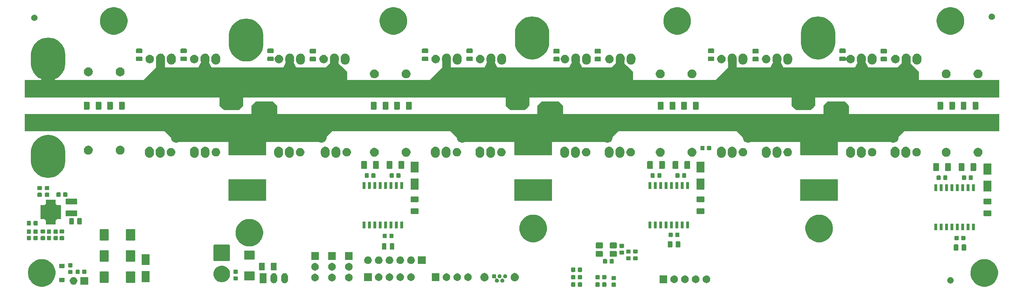
<source format=gbr>
G04 #@! TF.GenerationSoftware,KiCad,Pcbnew,(5.1.6)-1*
G04 #@! TF.CreationDate,2020-10-12T12:11:45+03:00*
G04 #@! TF.ProjectId,besc g2,62657363-2067-4322-9e6b-696361645f70,Init*
G04 #@! TF.SameCoordinates,Original*
G04 #@! TF.FileFunction,Soldermask,Bot*
G04 #@! TF.FilePolarity,Negative*
%FSLAX46Y46*%
G04 Gerber Fmt 4.6, Leading zero omitted, Abs format (unit mm)*
G04 Created by KiCad (PCBNEW (5.1.6)-1) date 2020-10-12 12:11:45*
%MOMM*%
%LPD*%
G01*
G04 APERTURE LIST*
%ADD10C,0.100000*%
G04 APERTURE END LIST*
D10*
G36*
X218800000Y-84400000D02*
G01*
X217800000Y-85400000D01*
X214300000Y-85400000D01*
X213300000Y-84400000D01*
X213300000Y-81400000D01*
X218800000Y-81400000D01*
X218800000Y-84400000D01*
G37*
X218800000Y-84400000D02*
X217800000Y-85400000D01*
X214300000Y-85400000D01*
X213300000Y-84400000D01*
X213300000Y-81400000D01*
X218800000Y-81400000D01*
X218800000Y-84400000D01*
G36*
X226800000Y-84400000D02*
G01*
X226800000Y-87400000D01*
X220800000Y-87400000D01*
X220800000Y-84400000D01*
X221800000Y-83400000D01*
X225800000Y-83400000D01*
X226800000Y-84400000D01*
G37*
X226800000Y-84400000D02*
X226800000Y-87400000D01*
X220800000Y-87400000D01*
X220800000Y-84400000D01*
X221800000Y-83400000D01*
X225800000Y-83400000D01*
X226800000Y-84400000D01*
G36*
X237300000Y-92900000D02*
G01*
X202800000Y-92900000D01*
X199300000Y-89400000D01*
X240800000Y-89400000D01*
X237300000Y-92900000D01*
G37*
X237300000Y-92900000D02*
X202800000Y-92900000D01*
X199300000Y-89400000D01*
X240800000Y-89400000D01*
X237300000Y-92900000D01*
G36*
X200300000Y-75400000D02*
G01*
X208300000Y-75400000D01*
X209300000Y-73400000D01*
X210300000Y-73400000D01*
X211300000Y-75400000D01*
X228300000Y-75400000D01*
X229300000Y-73400000D01*
X230300000Y-73400000D01*
X231300000Y-75400000D01*
X238300000Y-75400000D01*
X239300000Y-74400000D01*
X239300000Y-73400000D01*
X241300000Y-73400000D01*
X241300000Y-74400000D01*
X243300000Y-76400000D01*
X243300000Y-78400000D01*
X195300000Y-78400000D01*
X198300000Y-75400000D01*
X198300000Y-73400000D01*
X200300000Y-73400000D01*
X200300000Y-75400000D01*
G37*
X200300000Y-75400000D02*
X208300000Y-75400000D01*
X209300000Y-73400000D01*
X210300000Y-73400000D01*
X211300000Y-75400000D01*
X228300000Y-75400000D01*
X229300000Y-73400000D01*
X230300000Y-73400000D01*
X231300000Y-75400000D01*
X238300000Y-75400000D01*
X239300000Y-74400000D01*
X239300000Y-73400000D01*
X241300000Y-73400000D01*
X241300000Y-74400000D01*
X243300000Y-76400000D01*
X243300000Y-78400000D01*
X195300000Y-78400000D01*
X198300000Y-75400000D01*
X198300000Y-73400000D01*
X200300000Y-73400000D01*
X200300000Y-75400000D01*
G36*
X132800000Y-75400000D02*
G01*
X140800000Y-75400000D01*
X141800000Y-73400000D01*
X142800000Y-73400000D01*
X143800000Y-75400000D01*
X160800000Y-75400000D01*
X161800000Y-73400000D01*
X162800000Y-73400000D01*
X163800000Y-75400000D01*
X170800000Y-75400000D01*
X171800000Y-74400000D01*
X171800000Y-73400000D01*
X173800000Y-73400000D01*
X173800000Y-74400000D01*
X175800000Y-76400000D01*
X175800000Y-78400000D01*
X127800000Y-78400000D01*
X130800000Y-75400000D01*
X130800000Y-73400000D01*
X132800000Y-73400000D01*
X132800000Y-75400000D01*
G37*
X132800000Y-75400000D02*
X140800000Y-75400000D01*
X141800000Y-73400000D01*
X142800000Y-73400000D01*
X143800000Y-75400000D01*
X160800000Y-75400000D01*
X161800000Y-73400000D01*
X162800000Y-73400000D01*
X163800000Y-75400000D01*
X170800000Y-75400000D01*
X171800000Y-74400000D01*
X171800000Y-73400000D01*
X173800000Y-73400000D01*
X173800000Y-74400000D01*
X175800000Y-76400000D01*
X175800000Y-78400000D01*
X127800000Y-78400000D01*
X130800000Y-75400000D01*
X130800000Y-73400000D01*
X132800000Y-73400000D01*
X132800000Y-75400000D01*
G36*
X169800000Y-92900000D02*
G01*
X135300000Y-92900000D01*
X131800000Y-89400000D01*
X173300000Y-89400000D01*
X169800000Y-92900000D01*
G37*
X169800000Y-92900000D02*
X135300000Y-92900000D01*
X131800000Y-89400000D01*
X173300000Y-89400000D01*
X169800000Y-92900000D01*
G36*
X159300000Y-84400000D02*
G01*
X159300000Y-87400000D01*
X153300000Y-87400000D01*
X153300000Y-84400000D01*
X154300000Y-83400000D01*
X158300000Y-83400000D01*
X159300000Y-84400000D01*
G37*
X159300000Y-84400000D02*
X159300000Y-87400000D01*
X153300000Y-87400000D01*
X153300000Y-84400000D01*
X154300000Y-83400000D01*
X158300000Y-83400000D01*
X159300000Y-84400000D01*
G36*
X151300000Y-84400000D02*
G01*
X150300000Y-85400000D01*
X146800000Y-85400000D01*
X145800000Y-84400000D01*
X145800000Y-81400000D01*
X151300000Y-81400000D01*
X151300000Y-84400000D01*
G37*
X151300000Y-84400000D02*
X150300000Y-85400000D01*
X146800000Y-85400000D01*
X145800000Y-84400000D01*
X145800000Y-81400000D01*
X151300000Y-81400000D01*
X151300000Y-84400000D01*
G36*
X83800000Y-84400000D02*
G01*
X82800000Y-85400000D01*
X79300000Y-85400000D01*
X78300000Y-84400000D01*
X78300000Y-81400000D01*
X83800000Y-81400000D01*
X83800000Y-84400000D01*
G37*
X83800000Y-84400000D02*
X82800000Y-85400000D01*
X79300000Y-85400000D01*
X78300000Y-84400000D01*
X78300000Y-81400000D01*
X83800000Y-81400000D01*
X83800000Y-84400000D01*
G36*
X91800000Y-84400000D02*
G01*
X91800000Y-87400000D01*
X85800000Y-87400000D01*
X85800000Y-84400000D01*
X86800000Y-83400000D01*
X90800000Y-83400000D01*
X91800000Y-84400000D01*
G37*
X91800000Y-84400000D02*
X91800000Y-87400000D01*
X85800000Y-87400000D01*
X85800000Y-84400000D01*
X86800000Y-83400000D01*
X90800000Y-83400000D01*
X91800000Y-84400000D01*
G36*
X102300000Y-92900000D02*
G01*
X67800000Y-92900000D01*
X64300000Y-89400000D01*
X105800000Y-89400000D01*
X102300000Y-92900000D01*
G37*
X102300000Y-92900000D02*
X67800000Y-92900000D01*
X64300000Y-89400000D01*
X105800000Y-89400000D01*
X102300000Y-92900000D01*
G36*
X65300000Y-75400000D02*
G01*
X73300000Y-75400000D01*
X74300000Y-73400000D01*
X75300000Y-73400000D01*
X76300000Y-75400000D01*
X93300000Y-75400000D01*
X94300000Y-73400000D01*
X95300000Y-73400000D01*
X96300000Y-75400000D01*
X103300000Y-75400000D01*
X104300000Y-74400000D01*
X104300000Y-73400000D01*
X106300000Y-73400000D01*
X106300000Y-74400000D01*
X108300000Y-76400000D01*
X108300000Y-78400000D01*
X60300000Y-78400000D01*
X63300000Y-75400000D01*
X63300000Y-73400000D01*
X65300000Y-73400000D01*
X65300000Y-75400000D01*
G37*
X65300000Y-75400000D02*
X73300000Y-75400000D01*
X74300000Y-73400000D01*
X75300000Y-73400000D01*
X76300000Y-75400000D01*
X93300000Y-75400000D01*
X94300000Y-73400000D01*
X95300000Y-73400000D01*
X96300000Y-75400000D01*
X103300000Y-75400000D01*
X104300000Y-74400000D01*
X104300000Y-73400000D01*
X106300000Y-73400000D01*
X106300000Y-74400000D01*
X108300000Y-76400000D01*
X108300000Y-78400000D01*
X60300000Y-78400000D01*
X63300000Y-75400000D01*
X63300000Y-73400000D01*
X65300000Y-73400000D01*
X65300000Y-75400000D01*
G36*
X89175000Y-96000000D02*
G01*
X89175000Y-91000000D01*
X80425000Y-91000000D01*
X80425000Y-96000000D01*
X89175000Y-96000000D01*
G37*
X89175000Y-96000000D02*
X89175000Y-91000000D01*
X80425000Y-91000000D01*
X80425000Y-96000000D01*
X89175000Y-96000000D01*
G36*
X80425000Y-101800000D02*
G01*
X80425000Y-106800000D01*
X89175000Y-106800000D01*
X89175000Y-101800000D01*
X80425000Y-101800000D01*
G37*
X80425000Y-101800000D02*
X80425000Y-106800000D01*
X89175000Y-106800000D01*
X89175000Y-101800000D01*
X80425000Y-101800000D01*
G36*
X156675000Y-96000000D02*
G01*
X156675000Y-91000000D01*
X147925000Y-91000000D01*
X147925000Y-96000000D01*
X156675000Y-96000000D01*
G37*
X156675000Y-96000000D02*
X156675000Y-91000000D01*
X147925000Y-91000000D01*
X147925000Y-96000000D01*
X156675000Y-96000000D01*
G36*
X147925000Y-101800000D02*
G01*
X147925000Y-106800000D01*
X156675000Y-106800000D01*
X156675000Y-101800000D01*
X147925000Y-101800000D01*
G37*
X147925000Y-101800000D02*
X147925000Y-106800000D01*
X156675000Y-106800000D01*
X156675000Y-101800000D01*
X147925000Y-101800000D01*
G36*
X224175000Y-96000000D02*
G01*
X224175000Y-91000000D01*
X215425000Y-91000000D01*
X215425000Y-96000000D01*
X224175000Y-96000000D01*
G37*
X224175000Y-96000000D02*
X224175000Y-91000000D01*
X215425000Y-91000000D01*
X215425000Y-96000000D01*
X224175000Y-96000000D01*
G36*
X215425000Y-101800000D02*
G01*
X215425000Y-106800000D01*
X224175000Y-106800000D01*
X224175000Y-101800000D01*
X215425000Y-101800000D01*
G37*
X215425000Y-101800000D02*
X215425000Y-106800000D01*
X224175000Y-106800000D01*
X224175000Y-101800000D01*
X215425000Y-101800000D01*
G36*
X169429591Y-126128085D02*
G01*
X169463569Y-126138393D01*
X169494890Y-126155134D01*
X169522339Y-126177661D01*
X169544866Y-126205110D01*
X169561607Y-126236431D01*
X169571915Y-126270409D01*
X169576000Y-126311890D01*
X169576000Y-126988110D01*
X169571915Y-127029591D01*
X169561607Y-127063569D01*
X169544866Y-127094890D01*
X169522339Y-127122339D01*
X169494890Y-127144866D01*
X169463569Y-127161607D01*
X169429591Y-127171915D01*
X169388110Y-127176000D01*
X168786890Y-127176000D01*
X168745409Y-127171915D01*
X168711431Y-127161607D01*
X168680110Y-127144866D01*
X168652661Y-127122339D01*
X168630134Y-127094890D01*
X168613393Y-127063569D01*
X168603085Y-127029591D01*
X168599000Y-126988110D01*
X168599000Y-126311890D01*
X168603085Y-126270409D01*
X168613393Y-126236431D01*
X168630134Y-126205110D01*
X168652661Y-126177661D01*
X168680110Y-126155134D01*
X168711431Y-126138393D01*
X168745409Y-126128085D01*
X168786890Y-126124000D01*
X169388110Y-126124000D01*
X169429591Y-126128085D01*
G37*
G36*
X167854591Y-126128085D02*
G01*
X167888569Y-126138393D01*
X167919890Y-126155134D01*
X167947339Y-126177661D01*
X167969866Y-126205110D01*
X167986607Y-126236431D01*
X167996915Y-126270409D01*
X168001000Y-126311890D01*
X168001000Y-126988110D01*
X167996915Y-127029591D01*
X167986607Y-127063569D01*
X167969866Y-127094890D01*
X167947339Y-127122339D01*
X167919890Y-127144866D01*
X167888569Y-127161607D01*
X167854591Y-127171915D01*
X167813110Y-127176000D01*
X167211890Y-127176000D01*
X167170409Y-127171915D01*
X167136431Y-127161607D01*
X167105110Y-127144866D01*
X167077661Y-127122339D01*
X167055134Y-127094890D01*
X167038393Y-127063569D01*
X167028085Y-127029591D01*
X167024000Y-126988110D01*
X167024000Y-126311890D01*
X167028085Y-126270409D01*
X167038393Y-126236431D01*
X167055134Y-126205110D01*
X167077661Y-126177661D01*
X167105110Y-126155134D01*
X167136431Y-126138393D01*
X167170409Y-126128085D01*
X167211890Y-126124000D01*
X167813110Y-126124000D01*
X167854591Y-126128085D01*
G37*
G36*
X163679591Y-126128085D02*
G01*
X163713569Y-126138393D01*
X163744890Y-126155134D01*
X163772339Y-126177661D01*
X163794866Y-126205110D01*
X163811607Y-126236431D01*
X163821915Y-126270409D01*
X163826000Y-126311890D01*
X163826000Y-126988110D01*
X163821915Y-127029591D01*
X163811607Y-127063569D01*
X163794866Y-127094890D01*
X163772339Y-127122339D01*
X163744890Y-127144866D01*
X163713569Y-127161607D01*
X163679591Y-127171915D01*
X163638110Y-127176000D01*
X163036890Y-127176000D01*
X162995409Y-127171915D01*
X162961431Y-127161607D01*
X162930110Y-127144866D01*
X162902661Y-127122339D01*
X162880134Y-127094890D01*
X162863393Y-127063569D01*
X162853085Y-127029591D01*
X162849000Y-126988110D01*
X162849000Y-126311890D01*
X162853085Y-126270409D01*
X162863393Y-126236431D01*
X162880134Y-126205110D01*
X162902661Y-126177661D01*
X162930110Y-126155134D01*
X162961431Y-126138393D01*
X162995409Y-126128085D01*
X163036890Y-126124000D01*
X163638110Y-126124000D01*
X163679591Y-126128085D01*
G37*
G36*
X162104591Y-126128085D02*
G01*
X162138569Y-126138393D01*
X162169890Y-126155134D01*
X162197339Y-126177661D01*
X162219866Y-126205110D01*
X162236607Y-126236431D01*
X162246915Y-126270409D01*
X162251000Y-126311890D01*
X162251000Y-126988110D01*
X162246915Y-127029591D01*
X162236607Y-127063569D01*
X162219866Y-127094890D01*
X162197339Y-127122339D01*
X162169890Y-127144866D01*
X162138569Y-127161607D01*
X162104591Y-127171915D01*
X162063110Y-127176000D01*
X161461890Y-127176000D01*
X161420409Y-127171915D01*
X161386431Y-127161607D01*
X161355110Y-127144866D01*
X161327661Y-127122339D01*
X161305134Y-127094890D01*
X161288393Y-127063569D01*
X161278085Y-127029591D01*
X161274000Y-126988110D01*
X161274000Y-126311890D01*
X161278085Y-126270409D01*
X161288393Y-126236431D01*
X161305134Y-126205110D01*
X161327661Y-126177661D01*
X161355110Y-126155134D01*
X161386431Y-126138393D01*
X161420409Y-126128085D01*
X161461890Y-126124000D01*
X162063110Y-126124000D01*
X162104591Y-126128085D01*
G37*
G36*
X171699591Y-126193085D02*
G01*
X171733569Y-126203393D01*
X171764890Y-126220134D01*
X171792339Y-126242661D01*
X171814866Y-126270110D01*
X171831607Y-126301431D01*
X171841915Y-126335409D01*
X171846000Y-126376890D01*
X171846000Y-126978110D01*
X171841915Y-127019591D01*
X171831607Y-127053569D01*
X171814866Y-127084890D01*
X171792339Y-127112339D01*
X171764890Y-127134866D01*
X171733569Y-127151607D01*
X171699591Y-127161915D01*
X171658110Y-127166000D01*
X170981890Y-127166000D01*
X170940409Y-127161915D01*
X170906431Y-127151607D01*
X170875110Y-127134866D01*
X170847661Y-127112339D01*
X170825134Y-127084890D01*
X170808393Y-127053569D01*
X170798085Y-127019591D01*
X170794000Y-126978110D01*
X170794000Y-126376890D01*
X170798085Y-126335409D01*
X170808393Y-126301431D01*
X170825134Y-126270110D01*
X170847661Y-126242661D01*
X170875110Y-126220134D01*
X170906431Y-126203393D01*
X170940409Y-126193085D01*
X170981890Y-126189000D01*
X171658110Y-126189000D01*
X171699591Y-126193085D01*
G37*
G36*
X259372453Y-120699177D02*
G01*
X259748282Y-120773934D01*
X260339926Y-121019001D01*
X260642178Y-121220960D01*
X260872391Y-121374783D01*
X261325217Y-121827609D01*
X261350632Y-121865646D01*
X261680999Y-122360074D01*
X261926066Y-122951718D01*
X261976611Y-123205826D01*
X262051000Y-123579803D01*
X262051000Y-124220197D01*
X262009733Y-124427661D01*
X261926066Y-124848282D01*
X261680999Y-125439926D01*
X261397814Y-125863741D01*
X261325217Y-125972391D01*
X260872391Y-126425217D01*
X260798107Y-126474852D01*
X260339926Y-126780999D01*
X259748282Y-127026066D01*
X259452554Y-127084890D01*
X259120197Y-127151000D01*
X258479803Y-127151000D01*
X258147446Y-127084890D01*
X257851718Y-127026066D01*
X257260074Y-126780999D01*
X256801893Y-126474852D01*
X256727609Y-126425217D01*
X256274783Y-125972391D01*
X256202186Y-125863741D01*
X255919001Y-125439926D01*
X255673934Y-124848282D01*
X255590267Y-124427661D01*
X255549000Y-124220197D01*
X255549000Y-123579803D01*
X255623389Y-123205826D01*
X255673934Y-122951718D01*
X255919001Y-122360074D01*
X256249368Y-121865646D01*
X256274783Y-121827609D01*
X256727609Y-121374783D01*
X256957822Y-121220960D01*
X257260074Y-121019001D01*
X257851718Y-120773934D01*
X258227547Y-120699177D01*
X258479803Y-120649000D01*
X259120197Y-120649000D01*
X259372453Y-120699177D01*
G37*
G36*
X36872453Y-120699177D02*
G01*
X37248282Y-120773934D01*
X37839926Y-121019001D01*
X38142178Y-121220960D01*
X38372391Y-121374783D01*
X38825217Y-121827609D01*
X38850632Y-121865646D01*
X39180999Y-122360074D01*
X39426066Y-122951718D01*
X39476611Y-123205826D01*
X39551000Y-123579803D01*
X39551000Y-124220197D01*
X39509733Y-124427661D01*
X39426066Y-124848282D01*
X39180999Y-125439926D01*
X38897814Y-125863741D01*
X38825217Y-125972391D01*
X38372391Y-126425217D01*
X38298107Y-126474852D01*
X37839926Y-126780999D01*
X37248282Y-127026066D01*
X36952554Y-127084890D01*
X36620197Y-127151000D01*
X35979803Y-127151000D01*
X35647446Y-127084890D01*
X35351718Y-127026066D01*
X34760074Y-126780999D01*
X34301893Y-126474852D01*
X34227609Y-126425217D01*
X33774783Y-125972391D01*
X33702186Y-125863741D01*
X33419001Y-125439926D01*
X33173934Y-124848282D01*
X33090267Y-124427661D01*
X33049000Y-124220197D01*
X33049000Y-123579803D01*
X33123389Y-123205826D01*
X33173934Y-122951718D01*
X33419001Y-122360074D01*
X33749368Y-121865646D01*
X33774783Y-121827609D01*
X34227609Y-121374783D01*
X34457822Y-121220960D01*
X34760074Y-121019001D01*
X35351718Y-120773934D01*
X35727547Y-120699177D01*
X35979803Y-120649000D01*
X36620197Y-120649000D01*
X36872453Y-120699177D01*
G37*
G36*
X47241000Y-126676000D02*
G01*
X45439000Y-126676000D01*
X45439000Y-124874000D01*
X47241000Y-124874000D01*
X47241000Y-126676000D01*
G37*
G36*
X43913512Y-124878927D02*
G01*
X44062812Y-124908624D01*
X44226784Y-124976544D01*
X44374354Y-125075147D01*
X44499853Y-125200646D01*
X44598456Y-125348216D01*
X44666376Y-125512188D01*
X44694094Y-125651539D01*
X44701000Y-125686258D01*
X44701000Y-125863742D01*
X44700000Y-125868767D01*
X44666376Y-126037812D01*
X44598456Y-126201784D01*
X44499853Y-126349354D01*
X44374354Y-126474853D01*
X44226784Y-126573456D01*
X44062812Y-126641376D01*
X43913512Y-126671073D01*
X43888742Y-126676000D01*
X43711258Y-126676000D01*
X43686488Y-126671073D01*
X43537188Y-126641376D01*
X43373216Y-126573456D01*
X43225646Y-126474853D01*
X43100147Y-126349354D01*
X43001544Y-126201784D01*
X42933624Y-126037812D01*
X42900000Y-125868767D01*
X42899000Y-125863742D01*
X42899000Y-125686258D01*
X42905906Y-125651539D01*
X42933624Y-125512188D01*
X43001544Y-125348216D01*
X43100147Y-125200646D01*
X43225646Y-125075147D01*
X43373216Y-124976544D01*
X43537188Y-124908624D01*
X43686488Y-124878927D01*
X43711258Y-124874000D01*
X43888742Y-124874000D01*
X43913512Y-124878927D01*
G37*
G36*
X251018766Y-124928821D02*
G01*
X251155257Y-124985358D01*
X251278097Y-125067437D01*
X251382563Y-125171903D01*
X251464642Y-125294743D01*
X251521179Y-125431234D01*
X251550000Y-125576130D01*
X251550000Y-125723870D01*
X251521179Y-125868766D01*
X251464642Y-126005257D01*
X251382563Y-126128097D01*
X251278097Y-126232563D01*
X251155257Y-126314642D01*
X251018766Y-126371179D01*
X250873870Y-126400000D01*
X250726130Y-126400000D01*
X250581234Y-126371179D01*
X250444743Y-126314642D01*
X250321903Y-126232563D01*
X250217437Y-126128097D01*
X250135358Y-126005257D01*
X250078821Y-125868766D01*
X250050000Y-125723870D01*
X250050000Y-125576130D01*
X250078821Y-125431234D01*
X250135358Y-125294743D01*
X250217437Y-125171903D01*
X250321903Y-125067437D01*
X250444743Y-124985358D01*
X250581234Y-124928821D01*
X250726130Y-124900000D01*
X250873870Y-124900000D01*
X251018766Y-124928821D01*
G37*
G36*
X93787022Y-123960590D02*
G01*
X93877743Y-123988110D01*
X93938012Y-124006392D01*
X94056762Y-124069866D01*
X94077164Y-124080771D01*
X94199133Y-124180867D01*
X94280610Y-124280148D01*
X94299229Y-124302835D01*
X94373608Y-124441987D01*
X94374370Y-124444500D01*
X94419410Y-124592977D01*
X94421610Y-124615311D01*
X94430255Y-124703085D01*
X94431000Y-124710655D01*
X94431000Y-125589345D01*
X94419410Y-125707023D01*
X94412862Y-125728608D01*
X94373608Y-125858013D01*
X94299229Y-125997165D01*
X94199133Y-126119133D01*
X94077165Y-126219229D01*
X93938013Y-126293608D01*
X93887682Y-126308875D01*
X93787023Y-126339410D01*
X93630000Y-126354875D01*
X93472978Y-126339410D01*
X93372319Y-126308875D01*
X93321988Y-126293608D01*
X93182836Y-126219229D01*
X93060868Y-126119133D01*
X92960772Y-125997165D01*
X92886393Y-125858013D01*
X92847139Y-125728608D01*
X92840591Y-125707023D01*
X92829000Y-125589345D01*
X92829000Y-124710656D01*
X92840590Y-124592978D01*
X92886392Y-124441989D01*
X92886392Y-124441988D01*
X92960771Y-124302836D01*
X92981287Y-124277837D01*
X93060867Y-124180867D01*
X93182835Y-124080771D01*
X93203237Y-124069866D01*
X93321987Y-124006392D01*
X93382256Y-123988110D01*
X93472977Y-123960590D01*
X93630000Y-123945125D01*
X93787022Y-123960590D01*
G37*
G36*
X91247022Y-123960590D02*
G01*
X91337743Y-123988110D01*
X91398012Y-124006392D01*
X91516762Y-124069866D01*
X91537164Y-124080771D01*
X91659133Y-124180867D01*
X91740610Y-124280148D01*
X91759229Y-124302835D01*
X91833608Y-124441987D01*
X91834370Y-124444500D01*
X91879410Y-124592977D01*
X91881610Y-124615311D01*
X91890255Y-124703085D01*
X91891000Y-124710655D01*
X91891000Y-125589345D01*
X91879410Y-125707023D01*
X91872862Y-125728608D01*
X91833608Y-125858013D01*
X91759229Y-125997165D01*
X91659133Y-126119133D01*
X91537165Y-126219229D01*
X91398013Y-126293608D01*
X91347682Y-126308875D01*
X91247023Y-126339410D01*
X91090000Y-126354875D01*
X90932978Y-126339410D01*
X90832319Y-126308875D01*
X90781988Y-126293608D01*
X90642836Y-126219229D01*
X90520868Y-126119133D01*
X90420772Y-125997165D01*
X90346393Y-125858013D01*
X90307139Y-125728608D01*
X90300591Y-125707023D01*
X90289000Y-125589345D01*
X90289000Y-124710656D01*
X90300590Y-124592978D01*
X90346392Y-124441989D01*
X90346392Y-124441988D01*
X90420771Y-124302836D01*
X90441287Y-124277837D01*
X90520867Y-124180867D01*
X90642835Y-124080771D01*
X90663237Y-124069866D01*
X90781987Y-124006392D01*
X90842256Y-123988110D01*
X90932977Y-123960590D01*
X91090000Y-123945125D01*
X91247022Y-123960590D01*
G37*
G36*
X89351000Y-126351000D02*
G01*
X87749000Y-126351000D01*
X87749000Y-123949000D01*
X89351000Y-123949000D01*
X89351000Y-126351000D01*
G37*
G36*
X185703512Y-124503927D02*
G01*
X185852812Y-124533624D01*
X186016784Y-124601544D01*
X186164354Y-124700147D01*
X186289853Y-124825646D01*
X186388456Y-124973216D01*
X186456376Y-125137188D01*
X186491000Y-125311259D01*
X186491000Y-125488741D01*
X186456376Y-125662812D01*
X186388456Y-125826784D01*
X186289853Y-125974354D01*
X186164354Y-126099853D01*
X186016784Y-126198456D01*
X185852812Y-126266376D01*
X185715904Y-126293608D01*
X185678742Y-126301000D01*
X185501258Y-126301000D01*
X185464096Y-126293608D01*
X185327188Y-126266376D01*
X185163216Y-126198456D01*
X185015646Y-126099853D01*
X184890147Y-125974354D01*
X184791544Y-125826784D01*
X184723624Y-125662812D01*
X184689000Y-125488741D01*
X184689000Y-125311259D01*
X184723624Y-125137188D01*
X184791544Y-124973216D01*
X184890147Y-124825646D01*
X185015646Y-124700147D01*
X185163216Y-124601544D01*
X185327188Y-124533624D01*
X185476488Y-124503927D01*
X185501258Y-124499000D01*
X185678742Y-124499000D01*
X185703512Y-124503927D01*
G37*
G36*
X183951000Y-126301000D02*
G01*
X182149000Y-126301000D01*
X182149000Y-124499000D01*
X183951000Y-124499000D01*
X183951000Y-126301000D01*
G37*
G36*
X188243512Y-124503927D02*
G01*
X188392812Y-124533624D01*
X188556784Y-124601544D01*
X188704354Y-124700147D01*
X188829853Y-124825646D01*
X188928456Y-124973216D01*
X188996376Y-125137188D01*
X189031000Y-125311259D01*
X189031000Y-125488741D01*
X188996376Y-125662812D01*
X188928456Y-125826784D01*
X188829853Y-125974354D01*
X188704354Y-126099853D01*
X188556784Y-126198456D01*
X188392812Y-126266376D01*
X188255904Y-126293608D01*
X188218742Y-126301000D01*
X188041258Y-126301000D01*
X188004096Y-126293608D01*
X187867188Y-126266376D01*
X187703216Y-126198456D01*
X187555646Y-126099853D01*
X187430147Y-125974354D01*
X187331544Y-125826784D01*
X187263624Y-125662812D01*
X187229000Y-125488741D01*
X187229000Y-125311259D01*
X187263624Y-125137188D01*
X187331544Y-124973216D01*
X187430147Y-124825646D01*
X187555646Y-124700147D01*
X187703216Y-124601544D01*
X187867188Y-124533624D01*
X188016488Y-124503927D01*
X188041258Y-124499000D01*
X188218742Y-124499000D01*
X188243512Y-124503927D01*
G37*
G36*
X190783512Y-124503927D02*
G01*
X190932812Y-124533624D01*
X191096784Y-124601544D01*
X191244354Y-124700147D01*
X191369853Y-124825646D01*
X191468456Y-124973216D01*
X191536376Y-125137188D01*
X191571000Y-125311259D01*
X191571000Y-125488741D01*
X191536376Y-125662812D01*
X191468456Y-125826784D01*
X191369853Y-125974354D01*
X191244354Y-126099853D01*
X191096784Y-126198456D01*
X190932812Y-126266376D01*
X190795904Y-126293608D01*
X190758742Y-126301000D01*
X190581258Y-126301000D01*
X190544096Y-126293608D01*
X190407188Y-126266376D01*
X190243216Y-126198456D01*
X190095646Y-126099853D01*
X189970147Y-125974354D01*
X189871544Y-125826784D01*
X189803624Y-125662812D01*
X189769000Y-125488741D01*
X189769000Y-125311259D01*
X189803624Y-125137188D01*
X189871544Y-124973216D01*
X189970147Y-124825646D01*
X190095646Y-124700147D01*
X190243216Y-124601544D01*
X190407188Y-124533624D01*
X190556488Y-124503927D01*
X190581258Y-124499000D01*
X190758742Y-124499000D01*
X190783512Y-124503927D01*
G37*
G36*
X193323512Y-124503927D02*
G01*
X193472812Y-124533624D01*
X193636784Y-124601544D01*
X193784354Y-124700147D01*
X193909853Y-124825646D01*
X194008456Y-124973216D01*
X194076376Y-125137188D01*
X194111000Y-125311259D01*
X194111000Y-125488741D01*
X194076376Y-125662812D01*
X194008456Y-125826784D01*
X193909853Y-125974354D01*
X193784354Y-126099853D01*
X193636784Y-126198456D01*
X193472812Y-126266376D01*
X193335904Y-126293608D01*
X193298742Y-126301000D01*
X193121258Y-126301000D01*
X193084096Y-126293608D01*
X192947188Y-126266376D01*
X192783216Y-126198456D01*
X192635646Y-126099853D01*
X192510147Y-125974354D01*
X192411544Y-125826784D01*
X192343624Y-125662812D01*
X192309000Y-125488741D01*
X192309000Y-125311259D01*
X192343624Y-125137188D01*
X192411544Y-124973216D01*
X192510147Y-124825646D01*
X192635646Y-124700147D01*
X192783216Y-124601544D01*
X192947188Y-124533624D01*
X193096488Y-124503927D01*
X193121258Y-124499000D01*
X193298742Y-124499000D01*
X193323512Y-124503927D01*
G37*
G36*
X58216132Y-123577810D02*
G01*
X58247423Y-123587302D01*
X58276263Y-123602717D01*
X58301539Y-123623461D01*
X58322283Y-123648737D01*
X58337698Y-123677577D01*
X58347190Y-123708868D01*
X58351000Y-123747551D01*
X58351000Y-126052449D01*
X58347190Y-126091132D01*
X58337698Y-126122423D01*
X58322283Y-126151263D01*
X58301539Y-126176539D01*
X58276263Y-126197283D01*
X58247423Y-126212698D01*
X58216132Y-126222190D01*
X58177449Y-126226000D01*
X56347551Y-126226000D01*
X56308868Y-126222190D01*
X56277577Y-126212698D01*
X56248737Y-126197283D01*
X56223461Y-126176539D01*
X56202717Y-126151263D01*
X56187302Y-126122423D01*
X56177810Y-126091132D01*
X56174000Y-126052449D01*
X56174000Y-123747551D01*
X56177810Y-123708868D01*
X56187302Y-123677577D01*
X56202717Y-123648737D01*
X56223461Y-123623461D01*
X56248737Y-123602717D01*
X56277577Y-123587302D01*
X56308868Y-123577810D01*
X56347551Y-123574000D01*
X58177449Y-123574000D01*
X58216132Y-123577810D01*
G37*
G36*
X51991132Y-123577810D02*
G01*
X52022423Y-123587302D01*
X52051263Y-123602717D01*
X52076539Y-123623461D01*
X52097283Y-123648737D01*
X52112698Y-123677577D01*
X52122190Y-123708868D01*
X52126000Y-123747551D01*
X52126000Y-126052449D01*
X52122190Y-126091132D01*
X52112698Y-126122423D01*
X52097283Y-126151263D01*
X52076539Y-126176539D01*
X52051263Y-126197283D01*
X52022423Y-126212698D01*
X51991132Y-126222190D01*
X51952449Y-126226000D01*
X50122551Y-126226000D01*
X50083868Y-126222190D01*
X50052577Y-126212698D01*
X50023737Y-126197283D01*
X49998461Y-126176539D01*
X49977717Y-126151263D01*
X49962302Y-126122423D01*
X49952810Y-126091132D01*
X49949000Y-126052449D01*
X49949000Y-123747551D01*
X49952810Y-123708868D01*
X49962302Y-123677577D01*
X49977717Y-123648737D01*
X49998461Y-123623461D01*
X50023737Y-123602717D01*
X50052577Y-123587302D01*
X50083868Y-123577810D01*
X50122551Y-123574000D01*
X51952449Y-123574000D01*
X51991132Y-123577810D01*
G37*
G36*
X143406634Y-124212917D02*
G01*
X143438972Y-124222727D01*
X143468776Y-124238658D01*
X143494902Y-124260098D01*
X143516342Y-124286224D01*
X143532273Y-124316028D01*
X143542083Y-124348366D01*
X143546000Y-124388140D01*
X143546000Y-124971860D01*
X143542083Y-125011634D01*
X143530139Y-125051006D01*
X143525358Y-125075039D01*
X143525358Y-125099543D01*
X143530138Y-125123577D01*
X143539515Y-125146216D01*
X143553129Y-125166590D01*
X143570456Y-125183917D01*
X143590830Y-125197531D01*
X143613469Y-125206908D01*
X143637502Y-125211689D01*
X143662006Y-125211689D01*
X143674142Y-125209889D01*
X143678611Y-125209000D01*
X143771391Y-125209000D01*
X143832054Y-125221067D01*
X143862386Y-125227100D01*
X143948102Y-125262605D01*
X144025245Y-125314150D01*
X144090850Y-125379755D01*
X144142395Y-125456898D01*
X144142396Y-125456900D01*
X144151716Y-125479401D01*
X144177900Y-125542614D01*
X144182068Y-125563569D01*
X144196000Y-125633609D01*
X144196000Y-125726391D01*
X144183933Y-125787054D01*
X144177900Y-125817386D01*
X144142395Y-125903102D01*
X144090850Y-125980245D01*
X144025245Y-126045850D01*
X143948102Y-126097395D01*
X143948101Y-126097396D01*
X143948100Y-126097396D01*
X143942168Y-126099853D01*
X143862386Y-126132900D01*
X143834770Y-126138393D01*
X143771391Y-126151000D01*
X143678609Y-126151000D01*
X143615230Y-126138393D01*
X143587614Y-126132900D01*
X143507832Y-126099853D01*
X143501900Y-126097396D01*
X143501899Y-126097396D01*
X143501898Y-126097395D01*
X143424755Y-126045850D01*
X143359150Y-125980245D01*
X143307605Y-125903102D01*
X143272100Y-125817386D01*
X143266067Y-125787054D01*
X143254000Y-125726391D01*
X143254000Y-125633609D01*
X143267932Y-125563569D01*
X143272100Y-125542614D01*
X143298284Y-125479401D01*
X143307604Y-125456900D01*
X143307605Y-125456898D01*
X143359150Y-125379755D01*
X143374524Y-125364381D01*
X143390064Y-125345445D01*
X143401615Y-125323834D01*
X143408728Y-125300385D01*
X143411130Y-125275999D01*
X143408728Y-125251613D01*
X143401615Y-125228164D01*
X143390064Y-125206553D01*
X143374519Y-125187611D01*
X143355577Y-125172066D01*
X143333966Y-125160515D01*
X143310517Y-125153402D01*
X143286131Y-125151000D01*
X142783140Y-125151000D01*
X142743366Y-125147083D01*
X142711028Y-125137273D01*
X142681224Y-125121342D01*
X142655098Y-125099902D01*
X142633658Y-125073776D01*
X142617727Y-125043972D01*
X142607917Y-125011634D01*
X142604000Y-124971860D01*
X142604000Y-124388140D01*
X142607917Y-124348366D01*
X142617727Y-124316028D01*
X142633658Y-124286224D01*
X142655098Y-124260098D01*
X142681224Y-124238658D01*
X142711028Y-124222727D01*
X142743366Y-124212917D01*
X142783140Y-124209000D01*
X143366860Y-124209000D01*
X143406634Y-124212917D01*
G37*
G36*
X145132054Y-125221067D02*
G01*
X145162386Y-125227100D01*
X145248102Y-125262605D01*
X145325245Y-125314150D01*
X145390850Y-125379755D01*
X145442395Y-125456898D01*
X145442396Y-125456900D01*
X145451716Y-125479401D01*
X145477900Y-125542614D01*
X145482068Y-125563569D01*
X145496000Y-125633609D01*
X145496000Y-125726391D01*
X145483933Y-125787054D01*
X145477900Y-125817386D01*
X145442395Y-125903102D01*
X145390850Y-125980245D01*
X145325245Y-126045850D01*
X145248102Y-126097395D01*
X145248101Y-126097396D01*
X145248100Y-126097396D01*
X145242168Y-126099853D01*
X145162386Y-126132900D01*
X145134770Y-126138393D01*
X145071391Y-126151000D01*
X144978609Y-126151000D01*
X144915230Y-126138393D01*
X144887614Y-126132900D01*
X144807832Y-126099853D01*
X144801900Y-126097396D01*
X144801899Y-126097396D01*
X144801898Y-126097395D01*
X144724755Y-126045850D01*
X144659150Y-125980245D01*
X144607605Y-125903102D01*
X144572100Y-125817386D01*
X144566067Y-125787054D01*
X144554000Y-125726391D01*
X144554000Y-125633609D01*
X144567932Y-125563569D01*
X144572100Y-125542614D01*
X144598284Y-125479401D01*
X144607604Y-125456900D01*
X144607605Y-125456898D01*
X144659150Y-125379755D01*
X144724755Y-125314150D01*
X144801898Y-125262605D01*
X144887614Y-125227100D01*
X144917946Y-125221067D01*
X144978609Y-125209000D01*
X145071391Y-125209000D01*
X145132054Y-125221067D01*
G37*
G36*
X79369085Y-122273975D02*
G01*
X79724143Y-122421045D01*
X79724145Y-122421046D01*
X80043690Y-122634559D01*
X80315441Y-122906310D01*
X80528954Y-123225855D01*
X80528955Y-123225857D01*
X80676025Y-123580915D01*
X80751000Y-123957842D01*
X80751000Y-124342158D01*
X80676025Y-124719085D01*
X80531192Y-125068742D01*
X80528954Y-125074145D01*
X80315441Y-125393690D01*
X80043690Y-125665441D01*
X79724145Y-125878954D01*
X79724144Y-125878955D01*
X79724143Y-125878955D01*
X79369085Y-126026025D01*
X78992158Y-126101000D01*
X78607842Y-126101000D01*
X78230915Y-126026025D01*
X77875857Y-125878955D01*
X77875856Y-125878955D01*
X77875855Y-125878954D01*
X77556310Y-125665441D01*
X77284559Y-125393690D01*
X77071046Y-125074145D01*
X77068808Y-125068742D01*
X76923975Y-124719085D01*
X76849000Y-124342158D01*
X76849000Y-123957842D01*
X76923975Y-123580915D01*
X77071045Y-123225857D01*
X77071046Y-123225855D01*
X77284559Y-122906310D01*
X77556310Y-122634559D01*
X77875855Y-122421046D01*
X77875857Y-122421045D01*
X78230915Y-122273975D01*
X78607842Y-122199000D01*
X78992158Y-122199000D01*
X79369085Y-122273975D01*
G37*
G36*
X61678277Y-123451326D02*
G01*
X61695087Y-123456425D01*
X61710580Y-123464707D01*
X61724154Y-123475846D01*
X61735293Y-123489420D01*
X61743575Y-123504913D01*
X61748674Y-123521723D01*
X61751000Y-123545340D01*
X61751000Y-125954660D01*
X61748674Y-125978277D01*
X61743575Y-125995087D01*
X61735293Y-126010580D01*
X61724154Y-126024154D01*
X61710580Y-126035293D01*
X61695087Y-126043575D01*
X61678277Y-126048674D01*
X61654660Y-126051000D01*
X59945340Y-126051000D01*
X59921723Y-126048674D01*
X59904913Y-126043575D01*
X59889420Y-126035293D01*
X59875846Y-126024154D01*
X59864707Y-126010580D01*
X59856425Y-125995087D01*
X59851326Y-125978277D01*
X59849000Y-125954660D01*
X59849000Y-123545340D01*
X59851326Y-123521723D01*
X59856425Y-123504913D01*
X59864707Y-123489420D01*
X59875846Y-123475846D01*
X59889420Y-123464707D01*
X59904913Y-123456425D01*
X59921723Y-123451326D01*
X59945340Y-123449000D01*
X61654660Y-123449000D01*
X61678277Y-123451326D01*
G37*
G36*
X41549560Y-125053205D02*
G01*
X41584713Y-125063869D01*
X41617110Y-125081186D01*
X41645509Y-125104491D01*
X41668814Y-125132890D01*
X41686131Y-125165287D01*
X41696795Y-125200440D01*
X41701000Y-125243140D01*
X41701000Y-125856860D01*
X41696795Y-125899560D01*
X41686131Y-125934713D01*
X41668814Y-125967110D01*
X41645509Y-125995509D01*
X41617110Y-126018814D01*
X41584713Y-126036131D01*
X41549560Y-126046795D01*
X41506860Y-126051000D01*
X40593140Y-126051000D01*
X40550440Y-126046795D01*
X40515287Y-126036131D01*
X40482890Y-126018814D01*
X40454491Y-125995509D01*
X40431186Y-125967110D01*
X40413869Y-125934713D01*
X40403205Y-125899560D01*
X40399000Y-125856860D01*
X40399000Y-125243140D01*
X40403205Y-125200440D01*
X40413869Y-125165287D01*
X40431186Y-125132890D01*
X40454491Y-125104491D01*
X40482890Y-125081186D01*
X40515287Y-125063869D01*
X40550440Y-125053205D01*
X40593140Y-125049000D01*
X41506860Y-125049000D01*
X41549560Y-125053205D01*
G37*
G36*
X104897645Y-124080771D02*
G01*
X105062812Y-124113624D01*
X105226784Y-124181544D01*
X105374354Y-124280147D01*
X105499853Y-124405646D01*
X105598456Y-124553216D01*
X105666376Y-124717188D01*
X105701000Y-124891259D01*
X105701000Y-125068741D01*
X105666376Y-125242812D01*
X105598456Y-125406784D01*
X105499853Y-125554354D01*
X105374354Y-125679853D01*
X105226784Y-125778456D01*
X105062812Y-125846376D01*
X104913878Y-125876000D01*
X104888742Y-125881000D01*
X104711258Y-125881000D01*
X104686122Y-125876000D01*
X104537188Y-125846376D01*
X104373216Y-125778456D01*
X104225646Y-125679853D01*
X104100147Y-125554354D01*
X104001544Y-125406784D01*
X103933624Y-125242812D01*
X103899000Y-125068741D01*
X103899000Y-124891259D01*
X103933624Y-124717188D01*
X104001544Y-124553216D01*
X104100147Y-124405646D01*
X104225646Y-124280147D01*
X104373216Y-124181544D01*
X104537188Y-124113624D01*
X104702355Y-124080771D01*
X104711258Y-124079000D01*
X104888742Y-124079000D01*
X104897645Y-124080771D01*
G37*
G36*
X100897645Y-124080771D02*
G01*
X101062812Y-124113624D01*
X101226784Y-124181544D01*
X101374354Y-124280147D01*
X101499853Y-124405646D01*
X101598456Y-124553216D01*
X101666376Y-124717188D01*
X101701000Y-124891259D01*
X101701000Y-125068741D01*
X101666376Y-125242812D01*
X101598456Y-125406784D01*
X101499853Y-125554354D01*
X101374354Y-125679853D01*
X101226784Y-125778456D01*
X101062812Y-125846376D01*
X100913878Y-125876000D01*
X100888742Y-125881000D01*
X100711258Y-125881000D01*
X100686122Y-125876000D01*
X100537188Y-125846376D01*
X100373216Y-125778456D01*
X100225646Y-125679853D01*
X100100147Y-125554354D01*
X100001544Y-125406784D01*
X99933624Y-125242812D01*
X99899000Y-125068741D01*
X99899000Y-124891259D01*
X99933624Y-124717188D01*
X100001544Y-124553216D01*
X100100147Y-124405646D01*
X100225646Y-124280147D01*
X100373216Y-124181544D01*
X100537188Y-124113624D01*
X100702355Y-124080771D01*
X100711258Y-124079000D01*
X100888742Y-124079000D01*
X100897645Y-124080771D01*
G37*
G36*
X108897645Y-124080771D02*
G01*
X109062812Y-124113624D01*
X109226784Y-124181544D01*
X109374354Y-124280147D01*
X109499853Y-124405646D01*
X109598456Y-124553216D01*
X109666376Y-124717188D01*
X109701000Y-124891259D01*
X109701000Y-125068741D01*
X109666376Y-125242812D01*
X109598456Y-125406784D01*
X109499853Y-125554354D01*
X109374354Y-125679853D01*
X109226784Y-125778456D01*
X109062812Y-125846376D01*
X108913878Y-125876000D01*
X108888742Y-125881000D01*
X108711258Y-125881000D01*
X108686122Y-125876000D01*
X108537188Y-125846376D01*
X108373216Y-125778456D01*
X108225646Y-125679853D01*
X108100147Y-125554354D01*
X108001544Y-125406784D01*
X107933624Y-125242812D01*
X107899000Y-125068741D01*
X107899000Y-124891259D01*
X107933624Y-124717188D01*
X108001544Y-124553216D01*
X108100147Y-124405646D01*
X108225646Y-124280147D01*
X108373216Y-124181544D01*
X108537188Y-124113624D01*
X108702355Y-124080771D01*
X108711258Y-124079000D01*
X108888742Y-124079000D01*
X108897645Y-124080771D01*
G37*
G36*
X148234687Y-123961507D02*
G01*
X148234690Y-123961508D01*
X148234689Y-123961508D01*
X148412309Y-124035080D01*
X148412310Y-124035081D01*
X148572161Y-124141889D01*
X148708111Y-124277839D01*
X148776208Y-124379755D01*
X148814920Y-124437691D01*
X148862772Y-124553216D01*
X148888493Y-124615313D01*
X148926000Y-124803871D01*
X148926000Y-124996129D01*
X148888493Y-125184687D01*
X148881882Y-125200647D01*
X148814920Y-125362309D01*
X148808218Y-125372339D01*
X148708111Y-125522161D01*
X148572161Y-125658111D01*
X148438891Y-125747158D01*
X148412309Y-125764920D01*
X148285646Y-125817385D01*
X148234687Y-125838493D01*
X148046129Y-125876000D01*
X147853871Y-125876000D01*
X147665313Y-125838493D01*
X147614354Y-125817385D01*
X147487691Y-125764920D01*
X147461109Y-125747158D01*
X147327839Y-125658111D01*
X147191889Y-125522161D01*
X147091782Y-125372339D01*
X147085080Y-125362309D01*
X147018118Y-125200647D01*
X147011507Y-125184687D01*
X146974000Y-124996129D01*
X146974000Y-124803871D01*
X147011507Y-124615313D01*
X147037228Y-124553216D01*
X147085080Y-124437691D01*
X147123792Y-124379755D01*
X147191889Y-124277839D01*
X147327839Y-124141889D01*
X147487690Y-124035081D01*
X147487691Y-124035080D01*
X147665311Y-123961508D01*
X147665310Y-123961508D01*
X147665313Y-123961507D01*
X147853871Y-123924000D01*
X148046129Y-123924000D01*
X148234687Y-123961507D01*
G37*
G36*
X141084687Y-123961507D02*
G01*
X141084690Y-123961508D01*
X141084689Y-123961508D01*
X141262309Y-124035080D01*
X141262310Y-124035081D01*
X141422161Y-124141889D01*
X141558111Y-124277839D01*
X141626208Y-124379755D01*
X141664920Y-124437691D01*
X141712772Y-124553216D01*
X141738493Y-124615313D01*
X141776000Y-124803871D01*
X141776000Y-124996129D01*
X141738493Y-125184687D01*
X141731882Y-125200647D01*
X141664920Y-125362309D01*
X141658218Y-125372339D01*
X141558111Y-125522161D01*
X141422161Y-125658111D01*
X141288891Y-125747158D01*
X141262309Y-125764920D01*
X141135646Y-125817385D01*
X141084687Y-125838493D01*
X140896129Y-125876000D01*
X140703871Y-125876000D01*
X140515313Y-125838493D01*
X140464354Y-125817385D01*
X140337691Y-125764920D01*
X140311109Y-125747158D01*
X140177839Y-125658111D01*
X140041889Y-125522161D01*
X139941782Y-125372339D01*
X139935080Y-125362309D01*
X139868118Y-125200647D01*
X139861507Y-125184687D01*
X139824000Y-124996129D01*
X139824000Y-124803871D01*
X139861507Y-124615313D01*
X139887228Y-124553216D01*
X139935080Y-124437691D01*
X139973792Y-124379755D01*
X140041889Y-124277839D01*
X140177839Y-124141889D01*
X140337690Y-124035081D01*
X140337691Y-124035080D01*
X140515311Y-123961508D01*
X140515310Y-123961508D01*
X140515313Y-123961507D01*
X140703871Y-123924000D01*
X140896129Y-123924000D01*
X141084687Y-123961507D01*
G37*
G36*
X121033512Y-124003927D02*
G01*
X121182812Y-124033624D01*
X121346784Y-124101544D01*
X121494354Y-124200147D01*
X121619853Y-124325646D01*
X121718456Y-124473216D01*
X121786376Y-124637188D01*
X121811755Y-124764780D01*
X121821000Y-124811258D01*
X121821000Y-124988742D01*
X121817642Y-125005622D01*
X121786376Y-125162812D01*
X121718456Y-125326784D01*
X121619853Y-125474354D01*
X121494354Y-125599853D01*
X121346784Y-125698456D01*
X121182812Y-125766376D01*
X121033512Y-125796073D01*
X121008742Y-125801000D01*
X120831258Y-125801000D01*
X120806488Y-125796073D01*
X120657188Y-125766376D01*
X120493216Y-125698456D01*
X120345646Y-125599853D01*
X120220147Y-125474354D01*
X120121544Y-125326784D01*
X120053624Y-125162812D01*
X120022358Y-125005622D01*
X120019000Y-124988742D01*
X120019000Y-124811258D01*
X120028245Y-124764780D01*
X120053624Y-124637188D01*
X120121544Y-124473216D01*
X120220147Y-124325646D01*
X120345646Y-124200147D01*
X120493216Y-124101544D01*
X120657188Y-124033624D01*
X120806488Y-124003927D01*
X120831258Y-123999000D01*
X121008742Y-123999000D01*
X121033512Y-124003927D01*
G37*
G36*
X130201000Y-125801000D02*
G01*
X128399000Y-125801000D01*
X128399000Y-123999000D01*
X130201000Y-123999000D01*
X130201000Y-125801000D01*
G37*
G36*
X123573512Y-124003927D02*
G01*
X123722812Y-124033624D01*
X123886784Y-124101544D01*
X124034354Y-124200147D01*
X124159853Y-124325646D01*
X124258456Y-124473216D01*
X124326376Y-124637188D01*
X124351755Y-124764780D01*
X124361000Y-124811258D01*
X124361000Y-124988742D01*
X124357642Y-125005622D01*
X124326376Y-125162812D01*
X124258456Y-125326784D01*
X124159853Y-125474354D01*
X124034354Y-125599853D01*
X123886784Y-125698456D01*
X123722812Y-125766376D01*
X123573512Y-125796073D01*
X123548742Y-125801000D01*
X123371258Y-125801000D01*
X123346488Y-125796073D01*
X123197188Y-125766376D01*
X123033216Y-125698456D01*
X122885646Y-125599853D01*
X122760147Y-125474354D01*
X122661544Y-125326784D01*
X122593624Y-125162812D01*
X122562358Y-125005622D01*
X122559000Y-124988742D01*
X122559000Y-124811258D01*
X122568245Y-124764780D01*
X122593624Y-124637188D01*
X122661544Y-124473216D01*
X122760147Y-124325646D01*
X122885646Y-124200147D01*
X123033216Y-124101544D01*
X123197188Y-124033624D01*
X123346488Y-124003927D01*
X123371258Y-123999000D01*
X123548742Y-123999000D01*
X123573512Y-124003927D01*
G37*
G36*
X118493512Y-124003927D02*
G01*
X118642812Y-124033624D01*
X118806784Y-124101544D01*
X118954354Y-124200147D01*
X119079853Y-124325646D01*
X119178456Y-124473216D01*
X119246376Y-124637188D01*
X119271755Y-124764780D01*
X119281000Y-124811258D01*
X119281000Y-124988742D01*
X119277642Y-125005622D01*
X119246376Y-125162812D01*
X119178456Y-125326784D01*
X119079853Y-125474354D01*
X118954354Y-125599853D01*
X118806784Y-125698456D01*
X118642812Y-125766376D01*
X118493512Y-125796073D01*
X118468742Y-125801000D01*
X118291258Y-125801000D01*
X118266488Y-125796073D01*
X118117188Y-125766376D01*
X117953216Y-125698456D01*
X117805646Y-125599853D01*
X117680147Y-125474354D01*
X117581544Y-125326784D01*
X117513624Y-125162812D01*
X117482358Y-125005622D01*
X117479000Y-124988742D01*
X117479000Y-124811258D01*
X117488245Y-124764780D01*
X117513624Y-124637188D01*
X117581544Y-124473216D01*
X117680147Y-124325646D01*
X117805646Y-124200147D01*
X117953216Y-124101544D01*
X118117188Y-124033624D01*
X118266488Y-124003927D01*
X118291258Y-123999000D01*
X118468742Y-123999000D01*
X118493512Y-124003927D01*
G37*
G36*
X115953512Y-124003927D02*
G01*
X116102812Y-124033624D01*
X116266784Y-124101544D01*
X116414354Y-124200147D01*
X116539853Y-124325646D01*
X116638456Y-124473216D01*
X116706376Y-124637188D01*
X116731755Y-124764780D01*
X116741000Y-124811258D01*
X116741000Y-124988742D01*
X116737642Y-125005622D01*
X116706376Y-125162812D01*
X116638456Y-125326784D01*
X116539853Y-125474354D01*
X116414354Y-125599853D01*
X116266784Y-125698456D01*
X116102812Y-125766376D01*
X115953512Y-125796073D01*
X115928742Y-125801000D01*
X115751258Y-125801000D01*
X115726488Y-125796073D01*
X115577188Y-125766376D01*
X115413216Y-125698456D01*
X115265646Y-125599853D01*
X115140147Y-125474354D01*
X115041544Y-125326784D01*
X114973624Y-125162812D01*
X114942358Y-125005622D01*
X114939000Y-124988742D01*
X114939000Y-124811258D01*
X114948245Y-124764780D01*
X114973624Y-124637188D01*
X115041544Y-124473216D01*
X115140147Y-124325646D01*
X115265646Y-124200147D01*
X115413216Y-124101544D01*
X115577188Y-124033624D01*
X115726488Y-124003927D01*
X115751258Y-123999000D01*
X115928742Y-123999000D01*
X115953512Y-124003927D01*
G37*
G36*
X114201000Y-125801000D02*
G01*
X112399000Y-125801000D01*
X112399000Y-123999000D01*
X114201000Y-123999000D01*
X114201000Y-125801000D01*
G37*
G36*
X137033512Y-124003927D02*
G01*
X137182812Y-124033624D01*
X137346784Y-124101544D01*
X137494354Y-124200147D01*
X137619853Y-124325646D01*
X137718456Y-124473216D01*
X137786376Y-124637188D01*
X137811755Y-124764780D01*
X137821000Y-124811258D01*
X137821000Y-124988742D01*
X137817642Y-125005622D01*
X137786376Y-125162812D01*
X137718456Y-125326784D01*
X137619853Y-125474354D01*
X137494354Y-125599853D01*
X137346784Y-125698456D01*
X137182812Y-125766376D01*
X137033512Y-125796073D01*
X137008742Y-125801000D01*
X136831258Y-125801000D01*
X136806488Y-125796073D01*
X136657188Y-125766376D01*
X136493216Y-125698456D01*
X136345646Y-125599853D01*
X136220147Y-125474354D01*
X136121544Y-125326784D01*
X136053624Y-125162812D01*
X136022358Y-125005622D01*
X136019000Y-124988742D01*
X136019000Y-124811258D01*
X136028245Y-124764780D01*
X136053624Y-124637188D01*
X136121544Y-124473216D01*
X136220147Y-124325646D01*
X136345646Y-124200147D01*
X136493216Y-124101544D01*
X136657188Y-124033624D01*
X136806488Y-124003927D01*
X136831258Y-123999000D01*
X137008742Y-123999000D01*
X137033512Y-124003927D01*
G37*
G36*
X134493512Y-124003927D02*
G01*
X134642812Y-124033624D01*
X134806784Y-124101544D01*
X134954354Y-124200147D01*
X135079853Y-124325646D01*
X135178456Y-124473216D01*
X135246376Y-124637188D01*
X135271755Y-124764780D01*
X135281000Y-124811258D01*
X135281000Y-124988742D01*
X135277642Y-125005622D01*
X135246376Y-125162812D01*
X135178456Y-125326784D01*
X135079853Y-125474354D01*
X134954354Y-125599853D01*
X134806784Y-125698456D01*
X134642812Y-125766376D01*
X134493512Y-125796073D01*
X134468742Y-125801000D01*
X134291258Y-125801000D01*
X134266488Y-125796073D01*
X134117188Y-125766376D01*
X133953216Y-125698456D01*
X133805646Y-125599853D01*
X133680147Y-125474354D01*
X133581544Y-125326784D01*
X133513624Y-125162812D01*
X133482358Y-125005622D01*
X133479000Y-124988742D01*
X133479000Y-124811258D01*
X133488245Y-124764780D01*
X133513624Y-124637188D01*
X133581544Y-124473216D01*
X133680147Y-124325646D01*
X133805646Y-124200147D01*
X133953216Y-124101544D01*
X134117188Y-124033624D01*
X134266488Y-124003927D01*
X134291258Y-123999000D01*
X134468742Y-123999000D01*
X134493512Y-124003927D01*
G37*
G36*
X131953512Y-124003927D02*
G01*
X132102812Y-124033624D01*
X132266784Y-124101544D01*
X132414354Y-124200147D01*
X132539853Y-124325646D01*
X132638456Y-124473216D01*
X132706376Y-124637188D01*
X132731755Y-124764780D01*
X132741000Y-124811258D01*
X132741000Y-124988742D01*
X132737642Y-125005622D01*
X132706376Y-125162812D01*
X132638456Y-125326784D01*
X132539853Y-125474354D01*
X132414354Y-125599853D01*
X132266784Y-125698456D01*
X132102812Y-125766376D01*
X131953512Y-125796073D01*
X131928742Y-125801000D01*
X131751258Y-125801000D01*
X131726488Y-125796073D01*
X131577188Y-125766376D01*
X131413216Y-125698456D01*
X131265646Y-125599853D01*
X131140147Y-125474354D01*
X131041544Y-125326784D01*
X130973624Y-125162812D01*
X130942358Y-125005622D01*
X130939000Y-124988742D01*
X130939000Y-124811258D01*
X130948245Y-124764780D01*
X130973624Y-124637188D01*
X131041544Y-124473216D01*
X131140147Y-124325646D01*
X131265646Y-124200147D01*
X131413216Y-124101544D01*
X131577188Y-124033624D01*
X131726488Y-124003927D01*
X131751258Y-123999000D01*
X131928742Y-123999000D01*
X131953512Y-124003927D01*
G37*
G36*
X86391132Y-123527810D02*
G01*
X86422423Y-123537302D01*
X86451263Y-123552717D01*
X86476539Y-123573461D01*
X86497283Y-123598737D01*
X86512698Y-123627577D01*
X86522190Y-123658868D01*
X86526000Y-123697551D01*
X86526000Y-125527449D01*
X86522190Y-125566132D01*
X86512698Y-125597423D01*
X86497283Y-125626263D01*
X86476539Y-125651539D01*
X86451263Y-125672283D01*
X86422423Y-125687698D01*
X86391132Y-125697190D01*
X86352449Y-125701000D01*
X84247551Y-125701000D01*
X84208868Y-125697190D01*
X84177577Y-125687698D01*
X84148737Y-125672283D01*
X84123461Y-125651539D01*
X84102717Y-125626263D01*
X84087302Y-125597423D01*
X84077810Y-125566132D01*
X84074000Y-125527449D01*
X84074000Y-123697551D01*
X84077810Y-123658868D01*
X84087302Y-123627577D01*
X84102717Y-123598737D01*
X84123461Y-123573461D01*
X84148737Y-123552717D01*
X84177577Y-123537302D01*
X84208868Y-123527810D01*
X84247551Y-123524000D01*
X86352449Y-123524000D01*
X86391132Y-123527810D01*
G37*
G36*
X82429591Y-124703085D02*
G01*
X82463569Y-124713393D01*
X82494890Y-124730134D01*
X82522339Y-124752661D01*
X82544866Y-124780110D01*
X82561607Y-124811431D01*
X82571915Y-124845409D01*
X82576000Y-124886890D01*
X82576000Y-125488110D01*
X82571915Y-125529591D01*
X82561607Y-125563569D01*
X82544866Y-125594890D01*
X82522339Y-125622339D01*
X82494890Y-125644866D01*
X82463569Y-125661607D01*
X82429591Y-125671915D01*
X82388110Y-125676000D01*
X81711890Y-125676000D01*
X81670409Y-125671915D01*
X81636431Y-125661607D01*
X81605110Y-125644866D01*
X81577661Y-125622339D01*
X81555134Y-125594890D01*
X81538393Y-125563569D01*
X81528085Y-125529591D01*
X81524000Y-125488110D01*
X81524000Y-124886890D01*
X81528085Y-124845409D01*
X81538393Y-124811431D01*
X81555134Y-124780110D01*
X81577661Y-124752661D01*
X81605110Y-124730134D01*
X81636431Y-124713393D01*
X81670409Y-124703085D01*
X81711890Y-124699000D01*
X82388110Y-124699000D01*
X82429591Y-124703085D01*
G37*
G36*
X171699591Y-124618085D02*
G01*
X171733569Y-124628393D01*
X171764890Y-124645134D01*
X171792339Y-124667661D01*
X171814866Y-124695110D01*
X171831607Y-124726431D01*
X171841915Y-124760409D01*
X171846000Y-124801890D01*
X171846000Y-125403110D01*
X171841915Y-125444591D01*
X171831607Y-125478569D01*
X171814866Y-125509890D01*
X171792339Y-125537339D01*
X171764890Y-125559866D01*
X171733569Y-125576607D01*
X171699591Y-125586915D01*
X171658110Y-125591000D01*
X170981890Y-125591000D01*
X170940409Y-125586915D01*
X170906431Y-125576607D01*
X170875110Y-125559866D01*
X170847661Y-125537339D01*
X170825134Y-125509890D01*
X170808393Y-125478569D01*
X170798085Y-125444591D01*
X170794000Y-125403110D01*
X170794000Y-124801890D01*
X170798085Y-124760409D01*
X170808393Y-124726431D01*
X170825134Y-124695110D01*
X170847661Y-124667661D01*
X170875110Y-124645134D01*
X170906431Y-124628393D01*
X170940409Y-124618085D01*
X170981890Y-124614000D01*
X171658110Y-124614000D01*
X171699591Y-124618085D01*
G37*
G36*
X162104591Y-124378085D02*
G01*
X162138569Y-124388393D01*
X162169890Y-124405134D01*
X162197339Y-124427661D01*
X162219866Y-124455110D01*
X162236607Y-124486431D01*
X162246915Y-124520409D01*
X162251000Y-124561890D01*
X162251000Y-125238110D01*
X162246915Y-125279591D01*
X162236607Y-125313569D01*
X162219866Y-125344890D01*
X162197339Y-125372339D01*
X162169890Y-125394866D01*
X162138569Y-125411607D01*
X162104591Y-125421915D01*
X162063110Y-125426000D01*
X161461890Y-125426000D01*
X161420409Y-125421915D01*
X161386431Y-125411607D01*
X161355110Y-125394866D01*
X161327661Y-125372339D01*
X161305134Y-125344890D01*
X161288393Y-125313569D01*
X161278085Y-125279591D01*
X161274000Y-125238110D01*
X161274000Y-124561890D01*
X161278085Y-124520409D01*
X161288393Y-124486431D01*
X161305134Y-124455110D01*
X161327661Y-124427661D01*
X161355110Y-124405134D01*
X161386431Y-124388393D01*
X161420409Y-124378085D01*
X161461890Y-124374000D01*
X162063110Y-124374000D01*
X162104591Y-124378085D01*
G37*
G36*
X163679591Y-124378085D02*
G01*
X163713569Y-124388393D01*
X163744890Y-124405134D01*
X163772339Y-124427661D01*
X163794866Y-124455110D01*
X163811607Y-124486431D01*
X163821915Y-124520409D01*
X163826000Y-124561890D01*
X163826000Y-125238110D01*
X163821915Y-125279591D01*
X163811607Y-125313569D01*
X163794866Y-125344890D01*
X163772339Y-125372339D01*
X163744890Y-125394866D01*
X163713569Y-125411607D01*
X163679591Y-125421915D01*
X163638110Y-125426000D01*
X163036890Y-125426000D01*
X162995409Y-125421915D01*
X162961431Y-125411607D01*
X162930110Y-125394866D01*
X162902661Y-125372339D01*
X162880134Y-125344890D01*
X162863393Y-125313569D01*
X162853085Y-125279591D01*
X162849000Y-125238110D01*
X162849000Y-124561890D01*
X162853085Y-124520409D01*
X162863393Y-124486431D01*
X162880134Y-124455110D01*
X162902661Y-124427661D01*
X162930110Y-124405134D01*
X162961431Y-124388393D01*
X162995409Y-124378085D01*
X163036890Y-124374000D01*
X163638110Y-124374000D01*
X163679591Y-124378085D01*
G37*
G36*
X167854591Y-124378085D02*
G01*
X167888569Y-124388393D01*
X167919890Y-124405134D01*
X167947339Y-124427661D01*
X167969866Y-124455110D01*
X167986607Y-124486431D01*
X167996915Y-124520409D01*
X168001000Y-124561890D01*
X168001000Y-125238110D01*
X167996915Y-125279591D01*
X167986607Y-125313569D01*
X167969866Y-125344890D01*
X167947339Y-125372339D01*
X167919890Y-125394866D01*
X167888569Y-125411607D01*
X167854591Y-125421915D01*
X167813110Y-125426000D01*
X167211890Y-125426000D01*
X167170409Y-125421915D01*
X167136431Y-125411607D01*
X167105110Y-125394866D01*
X167077661Y-125372339D01*
X167055134Y-125344890D01*
X167038393Y-125313569D01*
X167028085Y-125279591D01*
X167024000Y-125238110D01*
X167024000Y-124561890D01*
X167028085Y-124520409D01*
X167038393Y-124486431D01*
X167055134Y-124455110D01*
X167077661Y-124427661D01*
X167105110Y-124405134D01*
X167136431Y-124388393D01*
X167170409Y-124378085D01*
X167211890Y-124374000D01*
X167813110Y-124374000D01*
X167854591Y-124378085D01*
G37*
G36*
X169429591Y-124378085D02*
G01*
X169463569Y-124388393D01*
X169494890Y-124405134D01*
X169522339Y-124427661D01*
X169544866Y-124455110D01*
X169561607Y-124486431D01*
X169571915Y-124520409D01*
X169576000Y-124561890D01*
X169576000Y-125238110D01*
X169571915Y-125279591D01*
X169561607Y-125313569D01*
X169544866Y-125344890D01*
X169522339Y-125372339D01*
X169494890Y-125394866D01*
X169463569Y-125411607D01*
X169429591Y-125421915D01*
X169388110Y-125426000D01*
X168786890Y-125426000D01*
X168745409Y-125421915D01*
X168711431Y-125411607D01*
X168680110Y-125394866D01*
X168652661Y-125372339D01*
X168630134Y-125344890D01*
X168613393Y-125313569D01*
X168603085Y-125279591D01*
X168599000Y-125238110D01*
X168599000Y-124561890D01*
X168603085Y-124520409D01*
X168613393Y-124486431D01*
X168630134Y-124455110D01*
X168652661Y-124427661D01*
X168680110Y-124405134D01*
X168711431Y-124388393D01*
X168745409Y-124378085D01*
X168786890Y-124374000D01*
X169388110Y-124374000D01*
X169429591Y-124378085D01*
G37*
G36*
X144482054Y-124221067D02*
G01*
X144512386Y-124227100D01*
X144598102Y-124262605D01*
X144675245Y-124314150D01*
X144740850Y-124379755D01*
X144792395Y-124456898D01*
X144824177Y-124533625D01*
X144827900Y-124542615D01*
X144846000Y-124633609D01*
X144846000Y-124726391D01*
X144833933Y-124787054D01*
X144827900Y-124817386D01*
X144792395Y-124903102D01*
X144740850Y-124980245D01*
X144675245Y-125045850D01*
X144598102Y-125097395D01*
X144598101Y-125097396D01*
X144598100Y-125097396D01*
X144592050Y-125099902D01*
X144512386Y-125132900D01*
X144490828Y-125137188D01*
X144421391Y-125151000D01*
X144328609Y-125151000D01*
X144259172Y-125137188D01*
X144237614Y-125132900D01*
X144157950Y-125099902D01*
X144151900Y-125097396D01*
X144151899Y-125097396D01*
X144151898Y-125097395D01*
X144074755Y-125045850D01*
X144009150Y-124980245D01*
X143957605Y-124903102D01*
X143922100Y-124817386D01*
X143916067Y-124787054D01*
X143904000Y-124726391D01*
X143904000Y-124633609D01*
X143922100Y-124542615D01*
X143925824Y-124533625D01*
X143957605Y-124456898D01*
X144009150Y-124379755D01*
X144074755Y-124314150D01*
X144151898Y-124262605D01*
X144237614Y-124227100D01*
X144267946Y-124221067D01*
X144328609Y-124209000D01*
X144421391Y-124209000D01*
X144482054Y-124221067D01*
G37*
G36*
X145782054Y-124221067D02*
G01*
X145812386Y-124227100D01*
X145898102Y-124262605D01*
X145975245Y-124314150D01*
X146040850Y-124379755D01*
X146092395Y-124456898D01*
X146124177Y-124533625D01*
X146127900Y-124542615D01*
X146146000Y-124633609D01*
X146146000Y-124726391D01*
X146133933Y-124787054D01*
X146127900Y-124817386D01*
X146092395Y-124903102D01*
X146040850Y-124980245D01*
X145975245Y-125045850D01*
X145898102Y-125097395D01*
X145898101Y-125097396D01*
X145898100Y-125097396D01*
X145892050Y-125099902D01*
X145812386Y-125132900D01*
X145790828Y-125137188D01*
X145721391Y-125151000D01*
X145628609Y-125151000D01*
X145559172Y-125137188D01*
X145537614Y-125132900D01*
X145457950Y-125099902D01*
X145451900Y-125097396D01*
X145451899Y-125097396D01*
X145451898Y-125097395D01*
X145374755Y-125045850D01*
X145309150Y-124980245D01*
X145257605Y-124903102D01*
X145222100Y-124817386D01*
X145216067Y-124787054D01*
X145204000Y-124726391D01*
X145204000Y-124633609D01*
X145222100Y-124542615D01*
X145225824Y-124533625D01*
X145257605Y-124456898D01*
X145309150Y-124379755D01*
X145374755Y-124314150D01*
X145451898Y-124262605D01*
X145537614Y-124227100D01*
X145567946Y-124221067D01*
X145628609Y-124209000D01*
X145721391Y-124209000D01*
X145782054Y-124221067D01*
G37*
G36*
X46679591Y-123128085D02*
G01*
X46713569Y-123138393D01*
X46744890Y-123155134D01*
X46772339Y-123177661D01*
X46794866Y-123205110D01*
X46811607Y-123236431D01*
X46821915Y-123270409D01*
X46826000Y-123311890D01*
X46826000Y-123988110D01*
X46821915Y-124029591D01*
X46811607Y-124063569D01*
X46794866Y-124094890D01*
X46772339Y-124122339D01*
X46744890Y-124144866D01*
X46713569Y-124161607D01*
X46679591Y-124171915D01*
X46638110Y-124176000D01*
X46036890Y-124176000D01*
X45995409Y-124171915D01*
X45961431Y-124161607D01*
X45930110Y-124144866D01*
X45902661Y-124122339D01*
X45880134Y-124094890D01*
X45863393Y-124063569D01*
X45853085Y-124029591D01*
X45849000Y-123988110D01*
X45849000Y-123311890D01*
X45853085Y-123270409D01*
X45863393Y-123236431D01*
X45880134Y-123205110D01*
X45902661Y-123177661D01*
X45930110Y-123155134D01*
X45961431Y-123138393D01*
X45995409Y-123128085D01*
X46036890Y-123124000D01*
X46638110Y-123124000D01*
X46679591Y-123128085D01*
G37*
G36*
X45104591Y-123128085D02*
G01*
X45138569Y-123138393D01*
X45169890Y-123155134D01*
X45197339Y-123177661D01*
X45219866Y-123205110D01*
X45236607Y-123236431D01*
X45246915Y-123270409D01*
X45251000Y-123311890D01*
X45251000Y-123988110D01*
X45246915Y-124029591D01*
X45236607Y-124063569D01*
X45219866Y-124094890D01*
X45197339Y-124122339D01*
X45169890Y-124144866D01*
X45138569Y-124161607D01*
X45104591Y-124171915D01*
X45063110Y-124176000D01*
X44461890Y-124176000D01*
X44420409Y-124171915D01*
X44386431Y-124161607D01*
X44355110Y-124144866D01*
X44327661Y-124122339D01*
X44305134Y-124094890D01*
X44288393Y-124063569D01*
X44278085Y-124029591D01*
X44274000Y-123988110D01*
X44274000Y-123311890D01*
X44278085Y-123270409D01*
X44288393Y-123236431D01*
X44305134Y-123205110D01*
X44327661Y-123177661D01*
X44355110Y-123155134D01*
X44386431Y-123138393D01*
X44420409Y-123128085D01*
X44461890Y-123124000D01*
X45063110Y-123124000D01*
X45104591Y-123128085D01*
G37*
G36*
X43429591Y-123203085D02*
G01*
X43463569Y-123213393D01*
X43494890Y-123230134D01*
X43522339Y-123252661D01*
X43544866Y-123280110D01*
X43561607Y-123311431D01*
X43571915Y-123345409D01*
X43576000Y-123386890D01*
X43576000Y-123988110D01*
X43571915Y-124029591D01*
X43561607Y-124063569D01*
X43544866Y-124094890D01*
X43522339Y-124122339D01*
X43494890Y-124144866D01*
X43463569Y-124161607D01*
X43429591Y-124171915D01*
X43388110Y-124176000D01*
X42711890Y-124176000D01*
X42670409Y-124171915D01*
X42636431Y-124161607D01*
X42605110Y-124144866D01*
X42577661Y-124122339D01*
X42555134Y-124094890D01*
X42538393Y-124063569D01*
X42528085Y-124029591D01*
X42524000Y-123988110D01*
X42524000Y-123386890D01*
X42528085Y-123345409D01*
X42538393Y-123311431D01*
X42555134Y-123280110D01*
X42577661Y-123252661D01*
X42605110Y-123230134D01*
X42636431Y-123213393D01*
X42670409Y-123203085D01*
X42711890Y-123199000D01*
X43388110Y-123199000D01*
X43429591Y-123203085D01*
G37*
G36*
X82429591Y-123128085D02*
G01*
X82463569Y-123138393D01*
X82494890Y-123155134D01*
X82522339Y-123177661D01*
X82544866Y-123205110D01*
X82561607Y-123236431D01*
X82571915Y-123270409D01*
X82576000Y-123311890D01*
X82576000Y-123913110D01*
X82571915Y-123954591D01*
X82561607Y-123988569D01*
X82544866Y-124019890D01*
X82522339Y-124047339D01*
X82494890Y-124069866D01*
X82463569Y-124086607D01*
X82429591Y-124096915D01*
X82388110Y-124101000D01*
X81711890Y-124101000D01*
X81670409Y-124096915D01*
X81636431Y-124086607D01*
X81605110Y-124069866D01*
X81577661Y-124047339D01*
X81555134Y-124019890D01*
X81538393Y-123988569D01*
X81528085Y-123954591D01*
X81524000Y-123913110D01*
X81524000Y-123311890D01*
X81528085Y-123270409D01*
X81538393Y-123236431D01*
X81555134Y-123205110D01*
X81577661Y-123177661D01*
X81605110Y-123155134D01*
X81636431Y-123138393D01*
X81670409Y-123128085D01*
X81711890Y-123124000D01*
X82388110Y-123124000D01*
X82429591Y-123128085D01*
G37*
G36*
X163679591Y-122628085D02*
G01*
X163713569Y-122638393D01*
X163744890Y-122655134D01*
X163772339Y-122677661D01*
X163794866Y-122705110D01*
X163811607Y-122736431D01*
X163821915Y-122770409D01*
X163826000Y-122811890D01*
X163826000Y-123488110D01*
X163821915Y-123529591D01*
X163811607Y-123563569D01*
X163794866Y-123594890D01*
X163772339Y-123622339D01*
X163744890Y-123644866D01*
X163713569Y-123661607D01*
X163679591Y-123671915D01*
X163638110Y-123676000D01*
X163036890Y-123676000D01*
X162995409Y-123671915D01*
X162961431Y-123661607D01*
X162930110Y-123644866D01*
X162902661Y-123622339D01*
X162880134Y-123594890D01*
X162863393Y-123563569D01*
X162853085Y-123529591D01*
X162849000Y-123488110D01*
X162849000Y-122811890D01*
X162853085Y-122770409D01*
X162863393Y-122736431D01*
X162880134Y-122705110D01*
X162902661Y-122677661D01*
X162930110Y-122655134D01*
X162961431Y-122638393D01*
X162995409Y-122628085D01*
X163036890Y-122624000D01*
X163638110Y-122624000D01*
X163679591Y-122628085D01*
G37*
G36*
X162104591Y-122628085D02*
G01*
X162138569Y-122638393D01*
X162169890Y-122655134D01*
X162197339Y-122677661D01*
X162219866Y-122705110D01*
X162236607Y-122736431D01*
X162246915Y-122770409D01*
X162251000Y-122811890D01*
X162251000Y-123488110D01*
X162246915Y-123529591D01*
X162236607Y-123563569D01*
X162219866Y-123594890D01*
X162197339Y-123622339D01*
X162169890Y-123644866D01*
X162138569Y-123661607D01*
X162104591Y-123671915D01*
X162063110Y-123676000D01*
X161461890Y-123676000D01*
X161420409Y-123671915D01*
X161386431Y-123661607D01*
X161355110Y-123644866D01*
X161327661Y-123622339D01*
X161305134Y-123594890D01*
X161288393Y-123563569D01*
X161278085Y-123529591D01*
X161274000Y-123488110D01*
X161274000Y-122811890D01*
X161278085Y-122770409D01*
X161288393Y-122736431D01*
X161305134Y-122705110D01*
X161327661Y-122677661D01*
X161355110Y-122655134D01*
X161386431Y-122638393D01*
X161420409Y-122628085D01*
X161461890Y-122624000D01*
X162063110Y-122624000D01*
X162104591Y-122628085D01*
G37*
G36*
X104913512Y-121543927D02*
G01*
X105062812Y-121573624D01*
X105226784Y-121641544D01*
X105374354Y-121740147D01*
X105499853Y-121865646D01*
X105598456Y-122013216D01*
X105666376Y-122177188D01*
X105701000Y-122351259D01*
X105701000Y-122528741D01*
X105666376Y-122702812D01*
X105598456Y-122866784D01*
X105499853Y-123014354D01*
X105374354Y-123139853D01*
X105226784Y-123238456D01*
X105062812Y-123306376D01*
X104913512Y-123336073D01*
X104888742Y-123341000D01*
X104711258Y-123341000D01*
X104686488Y-123336073D01*
X104537188Y-123306376D01*
X104373216Y-123238456D01*
X104225646Y-123139853D01*
X104100147Y-123014354D01*
X104001544Y-122866784D01*
X103933624Y-122702812D01*
X103899000Y-122528741D01*
X103899000Y-122351259D01*
X103933624Y-122177188D01*
X104001544Y-122013216D01*
X104100147Y-121865646D01*
X104225646Y-121740147D01*
X104373216Y-121641544D01*
X104537188Y-121573624D01*
X104686488Y-121543927D01*
X104711258Y-121539000D01*
X104888742Y-121539000D01*
X104913512Y-121543927D01*
G37*
G36*
X100913512Y-121543927D02*
G01*
X101062812Y-121573624D01*
X101226784Y-121641544D01*
X101374354Y-121740147D01*
X101499853Y-121865646D01*
X101598456Y-122013216D01*
X101666376Y-122177188D01*
X101701000Y-122351259D01*
X101701000Y-122528741D01*
X101666376Y-122702812D01*
X101598456Y-122866784D01*
X101499853Y-123014354D01*
X101374354Y-123139853D01*
X101226784Y-123238456D01*
X101062812Y-123306376D01*
X100913512Y-123336073D01*
X100888742Y-123341000D01*
X100711258Y-123341000D01*
X100686488Y-123336073D01*
X100537188Y-123306376D01*
X100373216Y-123238456D01*
X100225646Y-123139853D01*
X100100147Y-123014354D01*
X100001544Y-122866784D01*
X99933624Y-122702812D01*
X99899000Y-122528741D01*
X99899000Y-122351259D01*
X99933624Y-122177188D01*
X100001544Y-122013216D01*
X100100147Y-121865646D01*
X100225646Y-121740147D01*
X100373216Y-121641544D01*
X100537188Y-121573624D01*
X100686488Y-121543927D01*
X100711258Y-121539000D01*
X100888742Y-121539000D01*
X100913512Y-121543927D01*
G37*
G36*
X108913512Y-121543927D02*
G01*
X109062812Y-121573624D01*
X109226784Y-121641544D01*
X109374354Y-121740147D01*
X109499853Y-121865646D01*
X109598456Y-122013216D01*
X109666376Y-122177188D01*
X109701000Y-122351259D01*
X109701000Y-122528741D01*
X109666376Y-122702812D01*
X109598456Y-122866784D01*
X109499853Y-123014354D01*
X109374354Y-123139853D01*
X109226784Y-123238456D01*
X109062812Y-123306376D01*
X108913512Y-123336073D01*
X108888742Y-123341000D01*
X108711258Y-123341000D01*
X108686488Y-123336073D01*
X108537188Y-123306376D01*
X108373216Y-123238456D01*
X108225646Y-123139853D01*
X108100147Y-123014354D01*
X108001544Y-122866784D01*
X107933624Y-122702812D01*
X107899000Y-122528741D01*
X107899000Y-122351259D01*
X107933624Y-122177188D01*
X108001544Y-122013216D01*
X108100147Y-121865646D01*
X108225646Y-121740147D01*
X108373216Y-121641544D01*
X108537188Y-121573624D01*
X108686488Y-121543927D01*
X108711258Y-121539000D01*
X108888742Y-121539000D01*
X108913512Y-121543927D01*
G37*
G36*
X91593604Y-121478347D02*
G01*
X91630144Y-121489432D01*
X91663821Y-121507433D01*
X91693341Y-121531659D01*
X91717567Y-121561179D01*
X91735568Y-121594856D01*
X91746653Y-121631396D01*
X91751000Y-121675538D01*
X91751000Y-123124462D01*
X91746653Y-123168604D01*
X91735568Y-123205144D01*
X91717567Y-123238821D01*
X91693341Y-123268341D01*
X91663821Y-123292567D01*
X91630144Y-123310568D01*
X91593604Y-123321653D01*
X91549462Y-123326000D01*
X90600538Y-123326000D01*
X90556396Y-123321653D01*
X90519856Y-123310568D01*
X90486179Y-123292567D01*
X90456659Y-123268341D01*
X90432433Y-123238821D01*
X90414432Y-123205144D01*
X90403347Y-123168604D01*
X90399000Y-123124462D01*
X90399000Y-121675538D01*
X90403347Y-121631396D01*
X90414432Y-121594856D01*
X90432433Y-121561179D01*
X90456659Y-121531659D01*
X90486179Y-121507433D01*
X90519856Y-121489432D01*
X90556396Y-121478347D01*
X90600538Y-121474000D01*
X91549462Y-121474000D01*
X91593604Y-121478347D01*
G37*
G36*
X88793604Y-121478347D02*
G01*
X88830144Y-121489432D01*
X88863821Y-121507433D01*
X88893341Y-121531659D01*
X88917567Y-121561179D01*
X88935568Y-121594856D01*
X88946653Y-121631396D01*
X88951000Y-121675538D01*
X88951000Y-123124462D01*
X88946653Y-123168604D01*
X88935568Y-123205144D01*
X88917567Y-123238821D01*
X88893341Y-123268341D01*
X88863821Y-123292567D01*
X88830144Y-123310568D01*
X88793604Y-123321653D01*
X88749462Y-123326000D01*
X87800538Y-123326000D01*
X87756396Y-123321653D01*
X87719856Y-123310568D01*
X87686179Y-123292567D01*
X87656659Y-123268341D01*
X87632433Y-123238821D01*
X87614432Y-123205144D01*
X87603347Y-123168604D01*
X87599000Y-123124462D01*
X87599000Y-121675538D01*
X87603347Y-121631396D01*
X87614432Y-121594856D01*
X87632433Y-121561179D01*
X87656659Y-121531659D01*
X87686179Y-121507433D01*
X87719856Y-121489432D01*
X87756396Y-121478347D01*
X87800538Y-121474000D01*
X88749462Y-121474000D01*
X88793604Y-121478347D01*
G37*
G36*
X41549560Y-121753205D02*
G01*
X41584713Y-121763869D01*
X41617110Y-121781186D01*
X41645509Y-121804491D01*
X41668814Y-121832890D01*
X41686131Y-121865287D01*
X41696795Y-121900440D01*
X41701000Y-121943140D01*
X41701000Y-122556860D01*
X41696795Y-122599560D01*
X41686131Y-122634713D01*
X41668814Y-122667110D01*
X41645509Y-122695509D01*
X41617110Y-122718814D01*
X41584713Y-122736131D01*
X41549560Y-122746795D01*
X41506860Y-122751000D01*
X40593140Y-122751000D01*
X40550440Y-122746795D01*
X40515287Y-122736131D01*
X40482890Y-122718814D01*
X40454491Y-122695509D01*
X40431186Y-122667110D01*
X40413869Y-122634713D01*
X40403205Y-122599560D01*
X40399000Y-122556860D01*
X40399000Y-121943140D01*
X40403205Y-121900440D01*
X40413869Y-121865287D01*
X40431186Y-121832890D01*
X40454491Y-121804491D01*
X40482890Y-121781186D01*
X40515287Y-121763869D01*
X40550440Y-121753205D01*
X40593140Y-121749000D01*
X41506860Y-121749000D01*
X41549560Y-121753205D01*
G37*
G36*
X43429591Y-121628085D02*
G01*
X43463569Y-121638393D01*
X43494890Y-121655134D01*
X43522339Y-121677661D01*
X43544866Y-121705110D01*
X43561607Y-121736431D01*
X43571915Y-121770409D01*
X43576000Y-121811890D01*
X43576000Y-122413110D01*
X43571915Y-122454591D01*
X43561607Y-122488569D01*
X43544866Y-122519890D01*
X43522339Y-122547339D01*
X43494890Y-122569866D01*
X43463569Y-122586607D01*
X43429591Y-122596915D01*
X43388110Y-122601000D01*
X42711890Y-122601000D01*
X42670409Y-122596915D01*
X42636431Y-122586607D01*
X42605110Y-122569866D01*
X42577661Y-122547339D01*
X42555134Y-122519890D01*
X42538393Y-122488569D01*
X42528085Y-122454591D01*
X42524000Y-122413110D01*
X42524000Y-121811890D01*
X42528085Y-121770409D01*
X42538393Y-121736431D01*
X42555134Y-121705110D01*
X42577661Y-121677661D01*
X42605110Y-121655134D01*
X42636431Y-121638393D01*
X42670409Y-121628085D01*
X42711890Y-121624000D01*
X43388110Y-121624000D01*
X43429591Y-121628085D01*
G37*
G36*
X61678277Y-119451326D02*
G01*
X61695087Y-119456425D01*
X61710580Y-119464707D01*
X61724154Y-119475846D01*
X61735293Y-119489420D01*
X61743575Y-119504913D01*
X61748674Y-119521723D01*
X61751000Y-119545340D01*
X61751000Y-121954660D01*
X61748674Y-121978277D01*
X61743575Y-121995087D01*
X61735293Y-122010580D01*
X61724154Y-122024154D01*
X61710580Y-122035293D01*
X61695087Y-122043575D01*
X61678277Y-122048674D01*
X61654660Y-122051000D01*
X59945340Y-122051000D01*
X59921723Y-122048674D01*
X59904913Y-122043575D01*
X59889420Y-122035293D01*
X59875846Y-122024154D01*
X59864707Y-122010580D01*
X59856425Y-121995087D01*
X59851326Y-121978277D01*
X59849000Y-121954660D01*
X59849000Y-119545340D01*
X59851326Y-119521723D01*
X59856425Y-119504913D01*
X59864707Y-119489420D01*
X59875846Y-119475846D01*
X59889420Y-119464707D01*
X59904913Y-119456425D01*
X59921723Y-119451326D01*
X59945340Y-119449000D01*
X61654660Y-119449000D01*
X61678277Y-119451326D01*
G37*
G36*
X123567147Y-120002661D02*
G01*
X123722812Y-120033624D01*
X123886784Y-120101544D01*
X124034354Y-120200147D01*
X124159853Y-120325646D01*
X124258456Y-120473216D01*
X124326376Y-120637188D01*
X124353987Y-120776000D01*
X124359688Y-120804660D01*
X124361000Y-120811259D01*
X124361000Y-120988741D01*
X124326376Y-121162812D01*
X124258456Y-121326784D01*
X124159853Y-121474354D01*
X124034354Y-121599853D01*
X123886784Y-121698456D01*
X123722812Y-121766376D01*
X123573512Y-121796073D01*
X123548742Y-121801000D01*
X123371258Y-121801000D01*
X123346488Y-121796073D01*
X123197188Y-121766376D01*
X123033216Y-121698456D01*
X122885646Y-121599853D01*
X122760147Y-121474354D01*
X122661544Y-121326784D01*
X122593624Y-121162812D01*
X122559000Y-120988741D01*
X122559000Y-120811259D01*
X122560313Y-120804660D01*
X122566013Y-120776000D01*
X122593624Y-120637188D01*
X122661544Y-120473216D01*
X122760147Y-120325646D01*
X122885646Y-120200147D01*
X123033216Y-120101544D01*
X123197188Y-120033624D01*
X123352853Y-120002661D01*
X123371258Y-119999000D01*
X123548742Y-119999000D01*
X123567147Y-120002661D01*
G37*
G36*
X113407147Y-120002661D02*
G01*
X113562812Y-120033624D01*
X113726784Y-120101544D01*
X113874354Y-120200147D01*
X113999853Y-120325646D01*
X114098456Y-120473216D01*
X114166376Y-120637188D01*
X114193987Y-120776000D01*
X114199688Y-120804660D01*
X114201000Y-120811259D01*
X114201000Y-120988741D01*
X114166376Y-121162812D01*
X114098456Y-121326784D01*
X113999853Y-121474354D01*
X113874354Y-121599853D01*
X113726784Y-121698456D01*
X113562812Y-121766376D01*
X113413512Y-121796073D01*
X113388742Y-121801000D01*
X113211258Y-121801000D01*
X113186488Y-121796073D01*
X113037188Y-121766376D01*
X112873216Y-121698456D01*
X112725646Y-121599853D01*
X112600147Y-121474354D01*
X112501544Y-121326784D01*
X112433624Y-121162812D01*
X112399000Y-120988741D01*
X112399000Y-120811259D01*
X112400313Y-120804660D01*
X112406013Y-120776000D01*
X112433624Y-120637188D01*
X112501544Y-120473216D01*
X112600147Y-120325646D01*
X112725646Y-120200147D01*
X112873216Y-120101544D01*
X113037188Y-120033624D01*
X113192853Y-120002661D01*
X113211258Y-119999000D01*
X113388742Y-119999000D01*
X113407147Y-120002661D01*
G37*
G36*
X115947147Y-120002661D02*
G01*
X116102812Y-120033624D01*
X116266784Y-120101544D01*
X116414354Y-120200147D01*
X116539853Y-120325646D01*
X116638456Y-120473216D01*
X116706376Y-120637188D01*
X116733987Y-120776000D01*
X116739688Y-120804660D01*
X116741000Y-120811259D01*
X116741000Y-120988741D01*
X116706376Y-121162812D01*
X116638456Y-121326784D01*
X116539853Y-121474354D01*
X116414354Y-121599853D01*
X116266784Y-121698456D01*
X116102812Y-121766376D01*
X115953512Y-121796073D01*
X115928742Y-121801000D01*
X115751258Y-121801000D01*
X115726488Y-121796073D01*
X115577188Y-121766376D01*
X115413216Y-121698456D01*
X115265646Y-121599853D01*
X115140147Y-121474354D01*
X115041544Y-121326784D01*
X114973624Y-121162812D01*
X114939000Y-120988741D01*
X114939000Y-120811259D01*
X114940313Y-120804660D01*
X114946013Y-120776000D01*
X114973624Y-120637188D01*
X115041544Y-120473216D01*
X115140147Y-120325646D01*
X115265646Y-120200147D01*
X115413216Y-120101544D01*
X115577188Y-120033624D01*
X115732853Y-120002661D01*
X115751258Y-119999000D01*
X115928742Y-119999000D01*
X115947147Y-120002661D01*
G37*
G36*
X126901000Y-121801000D02*
G01*
X125099000Y-121801000D01*
X125099000Y-119999000D01*
X126901000Y-119999000D01*
X126901000Y-121801000D01*
G37*
G36*
X118487147Y-120002661D02*
G01*
X118642812Y-120033624D01*
X118806784Y-120101544D01*
X118954354Y-120200147D01*
X119079853Y-120325646D01*
X119178456Y-120473216D01*
X119246376Y-120637188D01*
X119273987Y-120776000D01*
X119279688Y-120804660D01*
X119281000Y-120811259D01*
X119281000Y-120988741D01*
X119246376Y-121162812D01*
X119178456Y-121326784D01*
X119079853Y-121474354D01*
X118954354Y-121599853D01*
X118806784Y-121698456D01*
X118642812Y-121766376D01*
X118493512Y-121796073D01*
X118468742Y-121801000D01*
X118291258Y-121801000D01*
X118266488Y-121796073D01*
X118117188Y-121766376D01*
X117953216Y-121698456D01*
X117805646Y-121599853D01*
X117680147Y-121474354D01*
X117581544Y-121326784D01*
X117513624Y-121162812D01*
X117479000Y-120988741D01*
X117479000Y-120811259D01*
X117480313Y-120804660D01*
X117486013Y-120776000D01*
X117513624Y-120637188D01*
X117581544Y-120473216D01*
X117680147Y-120325646D01*
X117805646Y-120200147D01*
X117953216Y-120101544D01*
X118117188Y-120033624D01*
X118272853Y-120002661D01*
X118291258Y-119999000D01*
X118468742Y-119999000D01*
X118487147Y-120002661D01*
G37*
G36*
X121027147Y-120002661D02*
G01*
X121182812Y-120033624D01*
X121346784Y-120101544D01*
X121494354Y-120200147D01*
X121619853Y-120325646D01*
X121718456Y-120473216D01*
X121786376Y-120637188D01*
X121813987Y-120776000D01*
X121819688Y-120804660D01*
X121821000Y-120811259D01*
X121821000Y-120988741D01*
X121786376Y-121162812D01*
X121718456Y-121326784D01*
X121619853Y-121474354D01*
X121494354Y-121599853D01*
X121346784Y-121698456D01*
X121182812Y-121766376D01*
X121033512Y-121796073D01*
X121008742Y-121801000D01*
X120831258Y-121801000D01*
X120806488Y-121796073D01*
X120657188Y-121766376D01*
X120493216Y-121698456D01*
X120345646Y-121599853D01*
X120220147Y-121474354D01*
X120121544Y-121326784D01*
X120053624Y-121162812D01*
X120019000Y-120988741D01*
X120019000Y-120811259D01*
X120020313Y-120804660D01*
X120026013Y-120776000D01*
X120053624Y-120637188D01*
X120121544Y-120473216D01*
X120220147Y-120325646D01*
X120345646Y-120200147D01*
X120493216Y-120101544D01*
X120657188Y-120033624D01*
X120812853Y-120002661D01*
X120831258Y-119999000D01*
X121008742Y-119999000D01*
X121027147Y-120002661D01*
G37*
G36*
X169604591Y-120628085D02*
G01*
X169638569Y-120638393D01*
X169669890Y-120655134D01*
X169697339Y-120677661D01*
X169719866Y-120705110D01*
X169736607Y-120736431D01*
X169746915Y-120770409D01*
X169751000Y-120811890D01*
X169751000Y-121488110D01*
X169746915Y-121529591D01*
X169736607Y-121563569D01*
X169719866Y-121594890D01*
X169697339Y-121622339D01*
X169669890Y-121644866D01*
X169638569Y-121661607D01*
X169604591Y-121671915D01*
X169563110Y-121676000D01*
X168961890Y-121676000D01*
X168920409Y-121671915D01*
X168886431Y-121661607D01*
X168855110Y-121644866D01*
X168827661Y-121622339D01*
X168805134Y-121594890D01*
X168788393Y-121563569D01*
X168778085Y-121529591D01*
X168774000Y-121488110D01*
X168774000Y-120811890D01*
X168778085Y-120770409D01*
X168788393Y-120736431D01*
X168805134Y-120705110D01*
X168827661Y-120677661D01*
X168855110Y-120655134D01*
X168886431Y-120638393D01*
X168920409Y-120628085D01*
X168961890Y-120624000D01*
X169563110Y-120624000D01*
X169604591Y-120628085D01*
G37*
G36*
X171179591Y-120628085D02*
G01*
X171213569Y-120638393D01*
X171244890Y-120655134D01*
X171272339Y-120677661D01*
X171294866Y-120705110D01*
X171311607Y-120736431D01*
X171321915Y-120770409D01*
X171326000Y-120811890D01*
X171326000Y-121488110D01*
X171321915Y-121529591D01*
X171311607Y-121563569D01*
X171294866Y-121594890D01*
X171272339Y-121622339D01*
X171244890Y-121644866D01*
X171213569Y-121661607D01*
X171179591Y-121671915D01*
X171138110Y-121676000D01*
X170536890Y-121676000D01*
X170495409Y-121671915D01*
X170461431Y-121661607D01*
X170430110Y-121644866D01*
X170402661Y-121622339D01*
X170380134Y-121594890D01*
X170363393Y-121563569D01*
X170353085Y-121529591D01*
X170349000Y-121488110D01*
X170349000Y-120811890D01*
X170353085Y-120770409D01*
X170363393Y-120736431D01*
X170380134Y-120705110D01*
X170402661Y-120677661D01*
X170430110Y-120655134D01*
X170461431Y-120638393D01*
X170495409Y-120628085D01*
X170536890Y-120624000D01*
X171138110Y-120624000D01*
X171179591Y-120628085D01*
G37*
G36*
X51991132Y-118577810D02*
G01*
X52022423Y-118587302D01*
X52051263Y-118602717D01*
X52076539Y-118623461D01*
X52097283Y-118648737D01*
X52112698Y-118677577D01*
X52122190Y-118708868D01*
X52126000Y-118747551D01*
X52126000Y-121052449D01*
X52122190Y-121091132D01*
X52112698Y-121122423D01*
X52097283Y-121151263D01*
X52076539Y-121176539D01*
X52051263Y-121197283D01*
X52022423Y-121212698D01*
X51991132Y-121222190D01*
X51952449Y-121226000D01*
X50122551Y-121226000D01*
X50083868Y-121222190D01*
X50052577Y-121212698D01*
X50023737Y-121197283D01*
X49998461Y-121176539D01*
X49977717Y-121151263D01*
X49962302Y-121122423D01*
X49952810Y-121091132D01*
X49949000Y-121052449D01*
X49949000Y-118747551D01*
X49952810Y-118708868D01*
X49962302Y-118677577D01*
X49977717Y-118648737D01*
X49998461Y-118623461D01*
X50023737Y-118602717D01*
X50052577Y-118587302D01*
X50083868Y-118577810D01*
X50122551Y-118574000D01*
X51952449Y-118574000D01*
X51991132Y-118577810D01*
G37*
G36*
X58216132Y-118577810D02*
G01*
X58247423Y-118587302D01*
X58276263Y-118602717D01*
X58301539Y-118623461D01*
X58322283Y-118648737D01*
X58337698Y-118677577D01*
X58347190Y-118708868D01*
X58351000Y-118747551D01*
X58351000Y-121052449D01*
X58347190Y-121091132D01*
X58337698Y-121122423D01*
X58322283Y-121151263D01*
X58301539Y-121176539D01*
X58276263Y-121197283D01*
X58247423Y-121212698D01*
X58216132Y-121222190D01*
X58177449Y-121226000D01*
X56347551Y-121226000D01*
X56308868Y-121222190D01*
X56277577Y-121212698D01*
X56248737Y-121197283D01*
X56223461Y-121176539D01*
X56202717Y-121151263D01*
X56187302Y-121122423D01*
X56177810Y-121091132D01*
X56174000Y-121052449D01*
X56174000Y-118747551D01*
X56177810Y-118708868D01*
X56187302Y-118677577D01*
X56202717Y-118648737D01*
X56223461Y-118623461D01*
X56248737Y-118602717D01*
X56277577Y-118587302D01*
X56308868Y-118577810D01*
X56347551Y-118574000D01*
X58177449Y-118574000D01*
X58216132Y-118577810D01*
G37*
G36*
X80517295Y-117205169D02*
G01*
X80571624Y-117221649D01*
X80621691Y-117248411D01*
X80665575Y-117284425D01*
X80701589Y-117328309D01*
X80728351Y-117378376D01*
X80744831Y-117432705D01*
X80751000Y-117495340D01*
X80751000Y-120804660D01*
X80744831Y-120867295D01*
X80728351Y-120921624D01*
X80701589Y-120971691D01*
X80665575Y-121015575D01*
X80621691Y-121051589D01*
X80571624Y-121078351D01*
X80517295Y-121094831D01*
X80454660Y-121101000D01*
X77145340Y-121101000D01*
X77082705Y-121094831D01*
X77028376Y-121078351D01*
X76978309Y-121051589D01*
X76934425Y-121015575D01*
X76898411Y-120971691D01*
X76871649Y-120921624D01*
X76855169Y-120867295D01*
X76849000Y-120804660D01*
X76849000Y-117495340D01*
X76855169Y-117432705D01*
X76871649Y-117378376D01*
X76898411Y-117328309D01*
X76934425Y-117284425D01*
X76978309Y-117248411D01*
X77028376Y-117221649D01*
X77082705Y-117205169D01*
X77145340Y-117199000D01*
X80454660Y-117199000D01*
X80517295Y-117205169D01*
G37*
G36*
X175179591Y-119953085D02*
G01*
X175213569Y-119963393D01*
X175244890Y-119980134D01*
X175272339Y-120002661D01*
X175294866Y-120030110D01*
X175311607Y-120061431D01*
X175321915Y-120095409D01*
X175326000Y-120136890D01*
X175326000Y-120738110D01*
X175321915Y-120779591D01*
X175311607Y-120813569D01*
X175294866Y-120844890D01*
X175272339Y-120872339D01*
X175244890Y-120894866D01*
X175213569Y-120911607D01*
X175179591Y-120921915D01*
X175138110Y-120926000D01*
X174461890Y-120926000D01*
X174420409Y-120921915D01*
X174386431Y-120911607D01*
X174355110Y-120894866D01*
X174327661Y-120872339D01*
X174305134Y-120844890D01*
X174288393Y-120813569D01*
X174278085Y-120779591D01*
X174274000Y-120738110D01*
X174274000Y-120136890D01*
X174278085Y-120095409D01*
X174288393Y-120061431D01*
X174305134Y-120030110D01*
X174327661Y-120002661D01*
X174355110Y-119980134D01*
X174386431Y-119963393D01*
X174420409Y-119953085D01*
X174461890Y-119949000D01*
X175138110Y-119949000D01*
X175179591Y-119953085D01*
G37*
G36*
X176809591Y-119953085D02*
G01*
X176843569Y-119963393D01*
X176874890Y-119980134D01*
X176902339Y-120002661D01*
X176924866Y-120030110D01*
X176941607Y-120061431D01*
X176951915Y-120095409D01*
X176956000Y-120136890D01*
X176956000Y-120738110D01*
X176951915Y-120779591D01*
X176941607Y-120813569D01*
X176924866Y-120844890D01*
X176902339Y-120872339D01*
X176874890Y-120894866D01*
X176843569Y-120911607D01*
X176809591Y-120921915D01*
X176768110Y-120926000D01*
X176091890Y-120926000D01*
X176050409Y-120921915D01*
X176016431Y-120911607D01*
X175985110Y-120894866D01*
X175957661Y-120872339D01*
X175935134Y-120844890D01*
X175918393Y-120813569D01*
X175908085Y-120779591D01*
X175904000Y-120738110D01*
X175904000Y-120136890D01*
X175908085Y-120095409D01*
X175918393Y-120061431D01*
X175935134Y-120030110D01*
X175957661Y-120002661D01*
X175985110Y-119980134D01*
X176016431Y-119963393D01*
X176050409Y-119953085D01*
X176091890Y-119949000D01*
X176768110Y-119949000D01*
X176809591Y-119953085D01*
G37*
G36*
X101701000Y-120801000D02*
G01*
X99899000Y-120801000D01*
X99899000Y-118999000D01*
X101701000Y-118999000D01*
X101701000Y-120801000D01*
G37*
G36*
X109701000Y-120801000D02*
G01*
X107899000Y-120801000D01*
X107899000Y-118999000D01*
X109701000Y-118999000D01*
X109701000Y-120801000D01*
G37*
G36*
X105701000Y-120801000D02*
G01*
X103899000Y-120801000D01*
X103899000Y-118999000D01*
X105701000Y-118999000D01*
X105701000Y-120801000D01*
G37*
G36*
X86391132Y-118602810D02*
G01*
X86422423Y-118612302D01*
X86451263Y-118627717D01*
X86476539Y-118648461D01*
X86497283Y-118673737D01*
X86512698Y-118702577D01*
X86522190Y-118733868D01*
X86526000Y-118772551D01*
X86526000Y-120602449D01*
X86522190Y-120641132D01*
X86512698Y-120672423D01*
X86497283Y-120701263D01*
X86476539Y-120726539D01*
X86451263Y-120747283D01*
X86422423Y-120762698D01*
X86391132Y-120772190D01*
X86352449Y-120776000D01*
X84247551Y-120776000D01*
X84208868Y-120772190D01*
X84177577Y-120762698D01*
X84148737Y-120747283D01*
X84123461Y-120726539D01*
X84102717Y-120701263D01*
X84087302Y-120672423D01*
X84077810Y-120641132D01*
X84074000Y-120602449D01*
X84074000Y-118772551D01*
X84077810Y-118733868D01*
X84087302Y-118702577D01*
X84102717Y-118673737D01*
X84123461Y-118648461D01*
X84148737Y-118627717D01*
X84177577Y-118612302D01*
X84208868Y-118602810D01*
X84247551Y-118599000D01*
X86352449Y-118599000D01*
X86391132Y-118602810D01*
G37*
G36*
X171819066Y-118705127D02*
G01*
X171872985Y-118721483D01*
X171922667Y-118748039D01*
X171966219Y-118783781D01*
X172001961Y-118827333D01*
X172028517Y-118877015D01*
X172044873Y-118930934D01*
X172051000Y-118993141D01*
X172051000Y-119806859D01*
X172044873Y-119869066D01*
X172028517Y-119922985D01*
X172001961Y-119972667D01*
X171966219Y-120016219D01*
X171922667Y-120051961D01*
X171872985Y-120078517D01*
X171819066Y-120094873D01*
X171756859Y-120101000D01*
X170643141Y-120101000D01*
X170580934Y-120094873D01*
X170527015Y-120078517D01*
X170477333Y-120051961D01*
X170433781Y-120016219D01*
X170398039Y-119972667D01*
X170371483Y-119922985D01*
X170355127Y-119869066D01*
X170349000Y-119806859D01*
X170349000Y-118993141D01*
X170355127Y-118930934D01*
X170371483Y-118877015D01*
X170398039Y-118827333D01*
X170433781Y-118783781D01*
X170477333Y-118748039D01*
X170527015Y-118721483D01*
X170580934Y-118705127D01*
X170643141Y-118699000D01*
X171756859Y-118699000D01*
X171819066Y-118705127D01*
G37*
G36*
X168519066Y-118705127D02*
G01*
X168572985Y-118721483D01*
X168622667Y-118748039D01*
X168666219Y-118783781D01*
X168701961Y-118827333D01*
X168728517Y-118877015D01*
X168744873Y-118930934D01*
X168751000Y-118993141D01*
X168751000Y-119806859D01*
X168744873Y-119869066D01*
X168728517Y-119922985D01*
X168701961Y-119972667D01*
X168666219Y-120016219D01*
X168622667Y-120051961D01*
X168572985Y-120078517D01*
X168519066Y-120094873D01*
X168456859Y-120101000D01*
X167343141Y-120101000D01*
X167280934Y-120094873D01*
X167227015Y-120078517D01*
X167177333Y-120051961D01*
X167133781Y-120016219D01*
X167098039Y-119972667D01*
X167071483Y-119922985D01*
X167055127Y-119869066D01*
X167049000Y-119806859D01*
X167049000Y-118993141D01*
X167055127Y-118930934D01*
X167071483Y-118877015D01*
X167098039Y-118827333D01*
X167133781Y-118783781D01*
X167177333Y-118748039D01*
X167227015Y-118721483D01*
X167280934Y-118705127D01*
X167343141Y-118699000D01*
X168456859Y-118699000D01*
X168519066Y-118705127D01*
G37*
G36*
X173579591Y-118603085D02*
G01*
X173613569Y-118613393D01*
X173644890Y-118630134D01*
X173672339Y-118652661D01*
X173694866Y-118680110D01*
X173711607Y-118711431D01*
X173721915Y-118745409D01*
X173726000Y-118786890D01*
X173726000Y-119388110D01*
X173721915Y-119429591D01*
X173711607Y-119463569D01*
X173694866Y-119494890D01*
X173672339Y-119522339D01*
X173644890Y-119544866D01*
X173613569Y-119561607D01*
X173579591Y-119571915D01*
X173538110Y-119576000D01*
X172861890Y-119576000D01*
X172820409Y-119571915D01*
X172786431Y-119561607D01*
X172755110Y-119544866D01*
X172727661Y-119522339D01*
X172705134Y-119494890D01*
X172688393Y-119463569D01*
X172678085Y-119429591D01*
X172674000Y-119388110D01*
X172674000Y-118786890D01*
X172678085Y-118745409D01*
X172688393Y-118711431D01*
X172705134Y-118680110D01*
X172727661Y-118652661D01*
X172755110Y-118630134D01*
X172786431Y-118613393D01*
X172820409Y-118603085D01*
X172861890Y-118599000D01*
X173538110Y-118599000D01*
X173579591Y-118603085D01*
G37*
G36*
X175179591Y-118378085D02*
G01*
X175213569Y-118388393D01*
X175244890Y-118405134D01*
X175272339Y-118427661D01*
X175294866Y-118455110D01*
X175311607Y-118486431D01*
X175321915Y-118520409D01*
X175326000Y-118561890D01*
X175326000Y-119163110D01*
X175321915Y-119204591D01*
X175311607Y-119238569D01*
X175294866Y-119269890D01*
X175272339Y-119297339D01*
X175244890Y-119319866D01*
X175213569Y-119336607D01*
X175179591Y-119346915D01*
X175138110Y-119351000D01*
X174461890Y-119351000D01*
X174420409Y-119346915D01*
X174386431Y-119336607D01*
X174355110Y-119319866D01*
X174327661Y-119297339D01*
X174305134Y-119269890D01*
X174288393Y-119238569D01*
X174278085Y-119204591D01*
X174274000Y-119163110D01*
X174274000Y-118561890D01*
X174278085Y-118520409D01*
X174288393Y-118486431D01*
X174305134Y-118455110D01*
X174327661Y-118427661D01*
X174355110Y-118405134D01*
X174386431Y-118388393D01*
X174420409Y-118378085D01*
X174461890Y-118374000D01*
X175138110Y-118374000D01*
X175179591Y-118378085D01*
G37*
G36*
X176809591Y-118378085D02*
G01*
X176843569Y-118388393D01*
X176874890Y-118405134D01*
X176902339Y-118427661D01*
X176924866Y-118455110D01*
X176941607Y-118486431D01*
X176951915Y-118520409D01*
X176956000Y-118561890D01*
X176956000Y-119163110D01*
X176951915Y-119204591D01*
X176941607Y-119238569D01*
X176924866Y-119269890D01*
X176902339Y-119297339D01*
X176874890Y-119319866D01*
X176843569Y-119336607D01*
X176809591Y-119346915D01*
X176768110Y-119351000D01*
X176091890Y-119351000D01*
X176050409Y-119346915D01*
X176016431Y-119336607D01*
X175985110Y-119319866D01*
X175957661Y-119297339D01*
X175935134Y-119269890D01*
X175918393Y-119238569D01*
X175908085Y-119204591D01*
X175904000Y-119163110D01*
X175904000Y-118561890D01*
X175908085Y-118520409D01*
X175918393Y-118486431D01*
X175935134Y-118455110D01*
X175957661Y-118427661D01*
X175985110Y-118405134D01*
X176016431Y-118388393D01*
X176050409Y-118378085D01*
X176091890Y-118374000D01*
X176768110Y-118374000D01*
X176809591Y-118378085D01*
G37*
G36*
X254359468Y-117153565D02*
G01*
X254398138Y-117165296D01*
X254433777Y-117184346D01*
X254465017Y-117209983D01*
X254490654Y-117241223D01*
X254509704Y-117276862D01*
X254521435Y-117315532D01*
X254526000Y-117361888D01*
X254526000Y-118438112D01*
X254521435Y-118484468D01*
X254509704Y-118523138D01*
X254490654Y-118558777D01*
X254465017Y-118590017D01*
X254433777Y-118615654D01*
X254398138Y-118634704D01*
X254359468Y-118646435D01*
X254313112Y-118651000D01*
X253661888Y-118651000D01*
X253615532Y-118646435D01*
X253576862Y-118634704D01*
X253541223Y-118615654D01*
X253509983Y-118590017D01*
X253484346Y-118558777D01*
X253465296Y-118523138D01*
X253453565Y-118484468D01*
X253449000Y-118438112D01*
X253449000Y-117361888D01*
X253453565Y-117315532D01*
X253465296Y-117276862D01*
X253484346Y-117241223D01*
X253509983Y-117209983D01*
X253541223Y-117184346D01*
X253576862Y-117165296D01*
X253615532Y-117153565D01*
X253661888Y-117149000D01*
X254313112Y-117149000D01*
X254359468Y-117153565D01*
G37*
G36*
X252484468Y-117153565D02*
G01*
X252523138Y-117165296D01*
X252558777Y-117184346D01*
X252590017Y-117209983D01*
X252615654Y-117241223D01*
X252634704Y-117276862D01*
X252646435Y-117315532D01*
X252651000Y-117361888D01*
X252651000Y-118438112D01*
X252646435Y-118484468D01*
X252634704Y-118523138D01*
X252615654Y-118558777D01*
X252590017Y-118590017D01*
X252558777Y-118615654D01*
X252523138Y-118634704D01*
X252484468Y-118646435D01*
X252438112Y-118651000D01*
X251786888Y-118651000D01*
X251740532Y-118646435D01*
X251701862Y-118634704D01*
X251666223Y-118615654D01*
X251634983Y-118590017D01*
X251609346Y-118558777D01*
X251590296Y-118523138D01*
X251578565Y-118484468D01*
X251574000Y-118438112D01*
X251574000Y-117361888D01*
X251578565Y-117315532D01*
X251590296Y-117276862D01*
X251609346Y-117241223D01*
X251634983Y-117209983D01*
X251666223Y-117184346D01*
X251701862Y-117165296D01*
X251740532Y-117153565D01*
X251786888Y-117149000D01*
X252438112Y-117149000D01*
X252484468Y-117153565D01*
G37*
G36*
X117484468Y-116903565D02*
G01*
X117523138Y-116915296D01*
X117558777Y-116934346D01*
X117590017Y-116959983D01*
X117615654Y-116991223D01*
X117634704Y-117026862D01*
X117646435Y-117065532D01*
X117651000Y-117111888D01*
X117651000Y-118188112D01*
X117646435Y-118234468D01*
X117634704Y-118273138D01*
X117615654Y-118308777D01*
X117590017Y-118340017D01*
X117558777Y-118365654D01*
X117523138Y-118384704D01*
X117484468Y-118396435D01*
X117438112Y-118401000D01*
X116786888Y-118401000D01*
X116740532Y-118396435D01*
X116701862Y-118384704D01*
X116666223Y-118365654D01*
X116634983Y-118340017D01*
X116609346Y-118308777D01*
X116590296Y-118273138D01*
X116578565Y-118234468D01*
X116574000Y-118188112D01*
X116574000Y-117111888D01*
X116578565Y-117065532D01*
X116590296Y-117026862D01*
X116609346Y-116991223D01*
X116634983Y-116959983D01*
X116666223Y-116934346D01*
X116701862Y-116915296D01*
X116740532Y-116903565D01*
X116786888Y-116899000D01*
X117438112Y-116899000D01*
X117484468Y-116903565D01*
G37*
G36*
X119359468Y-116903565D02*
G01*
X119398138Y-116915296D01*
X119433777Y-116934346D01*
X119465017Y-116959983D01*
X119490654Y-116991223D01*
X119509704Y-117026862D01*
X119521435Y-117065532D01*
X119526000Y-117111888D01*
X119526000Y-118188112D01*
X119521435Y-118234468D01*
X119509704Y-118273138D01*
X119490654Y-118308777D01*
X119465017Y-118340017D01*
X119433777Y-118365654D01*
X119398138Y-118384704D01*
X119359468Y-118396435D01*
X119313112Y-118401000D01*
X118661888Y-118401000D01*
X118615532Y-118396435D01*
X118576862Y-118384704D01*
X118541223Y-118365654D01*
X118509983Y-118340017D01*
X118484346Y-118308777D01*
X118465296Y-118273138D01*
X118453565Y-118234468D01*
X118449000Y-118188112D01*
X118449000Y-117111888D01*
X118453565Y-117065532D01*
X118465296Y-117026862D01*
X118484346Y-116991223D01*
X118509983Y-116959983D01*
X118541223Y-116934346D01*
X118576862Y-116915296D01*
X118615532Y-116903565D01*
X118661888Y-116899000D01*
X119313112Y-116899000D01*
X119359468Y-116903565D01*
G37*
G36*
X171819066Y-116705127D02*
G01*
X171872985Y-116721483D01*
X171922667Y-116748039D01*
X171966219Y-116783781D01*
X172001961Y-116827333D01*
X172028517Y-116877015D01*
X172044873Y-116930934D01*
X172051000Y-116993141D01*
X172051000Y-117806859D01*
X172044873Y-117869066D01*
X172028517Y-117922985D01*
X172001961Y-117972667D01*
X171966219Y-118016219D01*
X171922667Y-118051961D01*
X171872985Y-118078517D01*
X171819066Y-118094873D01*
X171756859Y-118101000D01*
X170643141Y-118101000D01*
X170580934Y-118094873D01*
X170527015Y-118078517D01*
X170477333Y-118051961D01*
X170433781Y-118016219D01*
X170398039Y-117972667D01*
X170371483Y-117922985D01*
X170355127Y-117869066D01*
X170349000Y-117806859D01*
X170349000Y-116993141D01*
X170355127Y-116930934D01*
X170371483Y-116877015D01*
X170398039Y-116827333D01*
X170433781Y-116783781D01*
X170477333Y-116748039D01*
X170527015Y-116721483D01*
X170580934Y-116705127D01*
X170643141Y-116699000D01*
X171756859Y-116699000D01*
X171819066Y-116705127D01*
G37*
G36*
X168519066Y-116705127D02*
G01*
X168572985Y-116721483D01*
X168622667Y-116748039D01*
X168666219Y-116783781D01*
X168701961Y-116827333D01*
X168728517Y-116877015D01*
X168744873Y-116930934D01*
X168751000Y-116993141D01*
X168751000Y-117806859D01*
X168744873Y-117869066D01*
X168728517Y-117922985D01*
X168701961Y-117972667D01*
X168666219Y-118016219D01*
X168622667Y-118051961D01*
X168572985Y-118078517D01*
X168519066Y-118094873D01*
X168456859Y-118101000D01*
X167343141Y-118101000D01*
X167280934Y-118094873D01*
X167227015Y-118078517D01*
X167177333Y-118051961D01*
X167133781Y-118016219D01*
X167098039Y-117972667D01*
X167071483Y-117922985D01*
X167055127Y-117869066D01*
X167049000Y-117806859D01*
X167049000Y-116993141D01*
X167055127Y-116930934D01*
X167071483Y-116877015D01*
X167098039Y-116827333D01*
X167133781Y-116783781D01*
X167177333Y-116748039D01*
X167227015Y-116721483D01*
X167280934Y-116705127D01*
X167343141Y-116699000D01*
X168456859Y-116699000D01*
X168519066Y-116705127D01*
G37*
G36*
X173579591Y-117028085D02*
G01*
X173613569Y-117038393D01*
X173644890Y-117055134D01*
X173672339Y-117077661D01*
X173694866Y-117105110D01*
X173711607Y-117136431D01*
X173721915Y-117170409D01*
X173726000Y-117211890D01*
X173726000Y-117813110D01*
X173721915Y-117854591D01*
X173711607Y-117888569D01*
X173694866Y-117919890D01*
X173672339Y-117947339D01*
X173644890Y-117969866D01*
X173613569Y-117986607D01*
X173579591Y-117996915D01*
X173538110Y-118001000D01*
X172861890Y-118001000D01*
X172820409Y-117996915D01*
X172786431Y-117986607D01*
X172755110Y-117969866D01*
X172727661Y-117947339D01*
X172705134Y-117919890D01*
X172688393Y-117888569D01*
X172678085Y-117854591D01*
X172674000Y-117813110D01*
X172674000Y-117211890D01*
X172678085Y-117170409D01*
X172688393Y-117136431D01*
X172705134Y-117105110D01*
X172727661Y-117077661D01*
X172755110Y-117055134D01*
X172786431Y-117038393D01*
X172820409Y-117028085D01*
X172861890Y-117024000D01*
X173538110Y-117024000D01*
X173579591Y-117028085D01*
G37*
G36*
X186859468Y-116403565D02*
G01*
X186898138Y-116415296D01*
X186933777Y-116434346D01*
X186965017Y-116459983D01*
X186990654Y-116491223D01*
X187009704Y-116526862D01*
X187021435Y-116565532D01*
X187026000Y-116611888D01*
X187026000Y-117688112D01*
X187021435Y-117734468D01*
X187009704Y-117773138D01*
X186990654Y-117808777D01*
X186965017Y-117840017D01*
X186933777Y-117865654D01*
X186898138Y-117884704D01*
X186859468Y-117896435D01*
X186813112Y-117901000D01*
X186161888Y-117901000D01*
X186115532Y-117896435D01*
X186076862Y-117884704D01*
X186041223Y-117865654D01*
X186009983Y-117840017D01*
X185984346Y-117808777D01*
X185965296Y-117773138D01*
X185953565Y-117734468D01*
X185949000Y-117688112D01*
X185949000Y-116611888D01*
X185953565Y-116565532D01*
X185965296Y-116526862D01*
X185984346Y-116491223D01*
X186009983Y-116459983D01*
X186041223Y-116434346D01*
X186076862Y-116415296D01*
X186115532Y-116403565D01*
X186161888Y-116399000D01*
X186813112Y-116399000D01*
X186859468Y-116403565D01*
G37*
G36*
X184984468Y-116403565D02*
G01*
X185023138Y-116415296D01*
X185058777Y-116434346D01*
X185090017Y-116459983D01*
X185115654Y-116491223D01*
X185134704Y-116526862D01*
X185146435Y-116565532D01*
X185151000Y-116611888D01*
X185151000Y-117688112D01*
X185146435Y-117734468D01*
X185134704Y-117773138D01*
X185115654Y-117808777D01*
X185090017Y-117840017D01*
X185058777Y-117865654D01*
X185023138Y-117884704D01*
X184984468Y-117896435D01*
X184938112Y-117901000D01*
X184286888Y-117901000D01*
X184240532Y-117896435D01*
X184201862Y-117884704D01*
X184166223Y-117865654D01*
X184134983Y-117840017D01*
X184109346Y-117808777D01*
X184090296Y-117773138D01*
X184078565Y-117734468D01*
X184074000Y-117688112D01*
X184074000Y-116611888D01*
X184078565Y-116565532D01*
X184090296Y-116526862D01*
X184109346Y-116491223D01*
X184134983Y-116459983D01*
X184166223Y-116434346D01*
X184201862Y-116415296D01*
X184240532Y-116403565D01*
X184286888Y-116399000D01*
X184938112Y-116399000D01*
X184984468Y-116403565D01*
G37*
G36*
X85898364Y-111204331D02*
G01*
X86248282Y-111273934D01*
X86839926Y-111519001D01*
X87228408Y-111778577D01*
X87372391Y-111874783D01*
X87825217Y-112327609D01*
X87867080Y-112390262D01*
X88180999Y-112860074D01*
X88426066Y-113451718D01*
X88461268Y-113628693D01*
X88551000Y-114079803D01*
X88551000Y-114720197D01*
X88521550Y-114868250D01*
X88426066Y-115348282D01*
X88180999Y-115939926D01*
X87953101Y-116280999D01*
X87825217Y-116472391D01*
X87372391Y-116925217D01*
X87362910Y-116931552D01*
X86839926Y-117280999D01*
X86248282Y-117526066D01*
X85934239Y-117588533D01*
X85620197Y-117651000D01*
X84979803Y-117651000D01*
X84665761Y-117588533D01*
X84351718Y-117526066D01*
X83760074Y-117280999D01*
X83237090Y-116931552D01*
X83227609Y-116925217D01*
X82774783Y-116472391D01*
X82646899Y-116280999D01*
X82419001Y-115939926D01*
X82173934Y-115348282D01*
X82078450Y-114868250D01*
X82049000Y-114720197D01*
X82049000Y-114079803D01*
X82138732Y-113628693D01*
X82173934Y-113451718D01*
X82419001Y-112860074D01*
X82732920Y-112390262D01*
X82774783Y-112327609D01*
X83227609Y-111874783D01*
X83371592Y-111778577D01*
X83760074Y-111519001D01*
X84351718Y-111273934D01*
X84701636Y-111204331D01*
X84979803Y-111149000D01*
X85620197Y-111149000D01*
X85898364Y-111204331D01*
G37*
G36*
X220398359Y-110204330D02*
G01*
X220748282Y-110273934D01*
X221339926Y-110519001D01*
X221727166Y-110777747D01*
X221866279Y-110870699D01*
X221872392Y-110874784D01*
X222325216Y-111327608D01*
X222680999Y-111860074D01*
X222926066Y-112451718D01*
X222966980Y-112657408D01*
X223051000Y-113079803D01*
X223051000Y-113720197D01*
X223021550Y-113868250D01*
X222926066Y-114348282D01*
X222680999Y-114939926D01*
X222453695Y-115280110D01*
X222325217Y-115472391D01*
X221872391Y-115925217D01*
X221850380Y-115939924D01*
X221339926Y-116280999D01*
X220748282Y-116526066D01*
X220549873Y-116565532D01*
X220120197Y-116651000D01*
X219479803Y-116651000D01*
X219050127Y-116565532D01*
X218851718Y-116526066D01*
X218260074Y-116280999D01*
X217749620Y-115939924D01*
X217727609Y-115925217D01*
X217274783Y-115472391D01*
X217146305Y-115280110D01*
X216919001Y-114939926D01*
X216673934Y-114348282D01*
X216578450Y-113868250D01*
X216549000Y-113720197D01*
X216549000Y-113079803D01*
X216633020Y-112657408D01*
X216673934Y-112451718D01*
X216919001Y-111860074D01*
X217274784Y-111327608D01*
X217727608Y-110874784D01*
X217733722Y-110870699D01*
X217872834Y-110777747D01*
X218260074Y-110519001D01*
X218851718Y-110273934D01*
X219201641Y-110204330D01*
X219479803Y-110149000D01*
X220120197Y-110149000D01*
X220398359Y-110204330D01*
G37*
G36*
X152898359Y-110204330D02*
G01*
X153248282Y-110273934D01*
X153839926Y-110519001D01*
X154227166Y-110777747D01*
X154366279Y-110870699D01*
X154372392Y-110874784D01*
X154825216Y-111327608D01*
X155180999Y-111860074D01*
X155426066Y-112451718D01*
X155466980Y-112657408D01*
X155551000Y-113079803D01*
X155551000Y-113720197D01*
X155521550Y-113868250D01*
X155426066Y-114348282D01*
X155180999Y-114939926D01*
X154953695Y-115280110D01*
X154825217Y-115472391D01*
X154372391Y-115925217D01*
X154350380Y-115939924D01*
X153839926Y-116280999D01*
X153248282Y-116526066D01*
X153049873Y-116565532D01*
X152620197Y-116651000D01*
X151979803Y-116651000D01*
X151550127Y-116565532D01*
X151351718Y-116526066D01*
X150760074Y-116280999D01*
X150249620Y-115939924D01*
X150227609Y-115925217D01*
X149774783Y-115472391D01*
X149646305Y-115280110D01*
X149419001Y-114939926D01*
X149173934Y-114348282D01*
X149078450Y-113868250D01*
X149049000Y-113720197D01*
X149049000Y-113079803D01*
X149133020Y-112657408D01*
X149173934Y-112451718D01*
X149419001Y-111860074D01*
X149774784Y-111327608D01*
X150227608Y-110874784D01*
X150233722Y-110870699D01*
X150372834Y-110777747D01*
X150760074Y-110519001D01*
X151351718Y-110273934D01*
X151701641Y-110204330D01*
X151979803Y-110149000D01*
X152620197Y-110149000D01*
X152898359Y-110204330D01*
G37*
G36*
X51991132Y-113577810D02*
G01*
X52022423Y-113587302D01*
X52051263Y-113602717D01*
X52076539Y-113623461D01*
X52097283Y-113648737D01*
X52112698Y-113677577D01*
X52122190Y-113708868D01*
X52126000Y-113747551D01*
X52126000Y-116052449D01*
X52122190Y-116091132D01*
X52112698Y-116122423D01*
X52097283Y-116151263D01*
X52076539Y-116176539D01*
X52051263Y-116197283D01*
X52022423Y-116212698D01*
X51991132Y-116222190D01*
X51952449Y-116226000D01*
X50122551Y-116226000D01*
X50083868Y-116222190D01*
X50052577Y-116212698D01*
X50023737Y-116197283D01*
X49998461Y-116176539D01*
X49977717Y-116151263D01*
X49962302Y-116122423D01*
X49952810Y-116091132D01*
X49949000Y-116052449D01*
X49949000Y-113747551D01*
X49952810Y-113708868D01*
X49962302Y-113677577D01*
X49977717Y-113648737D01*
X49998461Y-113623461D01*
X50023737Y-113602717D01*
X50052577Y-113587302D01*
X50083868Y-113577810D01*
X50122551Y-113574000D01*
X51952449Y-113574000D01*
X51991132Y-113577810D01*
G37*
G36*
X58216132Y-113577810D02*
G01*
X58247423Y-113587302D01*
X58276263Y-113602717D01*
X58301539Y-113623461D01*
X58322283Y-113648737D01*
X58337698Y-113677577D01*
X58347190Y-113708868D01*
X58351000Y-113747551D01*
X58351000Y-116052449D01*
X58347190Y-116091132D01*
X58337698Y-116122423D01*
X58322283Y-116151263D01*
X58301539Y-116176539D01*
X58276263Y-116197283D01*
X58247423Y-116212698D01*
X58216132Y-116222190D01*
X58177449Y-116226000D01*
X56347551Y-116226000D01*
X56308868Y-116222190D01*
X56277577Y-116212698D01*
X56248737Y-116197283D01*
X56223461Y-116176539D01*
X56202717Y-116151263D01*
X56187302Y-116122423D01*
X56177810Y-116091132D01*
X56174000Y-116052449D01*
X56174000Y-113747551D01*
X56177810Y-113708868D01*
X56187302Y-113677577D01*
X56202717Y-113648737D01*
X56223461Y-113623461D01*
X56248737Y-113602717D01*
X56277577Y-113587302D01*
X56308868Y-113577810D01*
X56347551Y-113574000D01*
X58177449Y-113574000D01*
X58216132Y-113577810D01*
G37*
G36*
X36929591Y-115203085D02*
G01*
X36963569Y-115213393D01*
X36994890Y-115230134D01*
X37022339Y-115252661D01*
X37044866Y-115280110D01*
X37061607Y-115311431D01*
X37071915Y-115345409D01*
X37076000Y-115386890D01*
X37076000Y-115988110D01*
X37071915Y-116029591D01*
X37061607Y-116063569D01*
X37044866Y-116094890D01*
X37022339Y-116122339D01*
X36994890Y-116144866D01*
X36963569Y-116161607D01*
X36929591Y-116171915D01*
X36888110Y-116176000D01*
X36211890Y-116176000D01*
X36170409Y-116171915D01*
X36136431Y-116161607D01*
X36105110Y-116144866D01*
X36077661Y-116122339D01*
X36055134Y-116094890D01*
X36038393Y-116063569D01*
X36028085Y-116029591D01*
X36024000Y-115988110D01*
X36024000Y-115386890D01*
X36028085Y-115345409D01*
X36038393Y-115311431D01*
X36055134Y-115280110D01*
X36077661Y-115252661D01*
X36105110Y-115230134D01*
X36136431Y-115213393D01*
X36170409Y-115203085D01*
X36211890Y-115199000D01*
X36888110Y-115199000D01*
X36929591Y-115203085D01*
G37*
G36*
X35179591Y-115128085D02*
G01*
X35213569Y-115138393D01*
X35244890Y-115155134D01*
X35272339Y-115177661D01*
X35294866Y-115205110D01*
X35311607Y-115236431D01*
X35321915Y-115270409D01*
X35326000Y-115311890D01*
X35326000Y-115988110D01*
X35321915Y-116029591D01*
X35311607Y-116063569D01*
X35294866Y-116094890D01*
X35272339Y-116122339D01*
X35244890Y-116144866D01*
X35213569Y-116161607D01*
X35179591Y-116171915D01*
X35138110Y-116176000D01*
X34536890Y-116176000D01*
X34495409Y-116171915D01*
X34461431Y-116161607D01*
X34430110Y-116144866D01*
X34402661Y-116122339D01*
X34380134Y-116094890D01*
X34363393Y-116063569D01*
X34353085Y-116029591D01*
X34349000Y-115988110D01*
X34349000Y-115311890D01*
X34353085Y-115270409D01*
X34363393Y-115236431D01*
X34380134Y-115205110D01*
X34402661Y-115177661D01*
X34430110Y-115155134D01*
X34461431Y-115138393D01*
X34495409Y-115128085D01*
X34536890Y-115124000D01*
X35138110Y-115124000D01*
X35179591Y-115128085D01*
G37*
G36*
X33604591Y-115128085D02*
G01*
X33638569Y-115138393D01*
X33669890Y-115155134D01*
X33697339Y-115177661D01*
X33719866Y-115205110D01*
X33736607Y-115236431D01*
X33746915Y-115270409D01*
X33751000Y-115311890D01*
X33751000Y-115988110D01*
X33746915Y-116029591D01*
X33736607Y-116063569D01*
X33719866Y-116094890D01*
X33697339Y-116122339D01*
X33669890Y-116144866D01*
X33638569Y-116161607D01*
X33604591Y-116171915D01*
X33563110Y-116176000D01*
X32961890Y-116176000D01*
X32920409Y-116171915D01*
X32886431Y-116161607D01*
X32855110Y-116144866D01*
X32827661Y-116122339D01*
X32805134Y-116094890D01*
X32788393Y-116063569D01*
X32778085Y-116029591D01*
X32774000Y-115988110D01*
X32774000Y-115311890D01*
X32778085Y-115270409D01*
X32788393Y-115236431D01*
X32805134Y-115205110D01*
X32827661Y-115177661D01*
X32855110Y-115155134D01*
X32886431Y-115138393D01*
X32920409Y-115128085D01*
X32961890Y-115124000D01*
X33563110Y-115124000D01*
X33604591Y-115128085D01*
G37*
G36*
X254179591Y-115128085D02*
G01*
X254213569Y-115138393D01*
X254244890Y-115155134D01*
X254272339Y-115177661D01*
X254294866Y-115205110D01*
X254311607Y-115236431D01*
X254321915Y-115270409D01*
X254326000Y-115311890D01*
X254326000Y-115988110D01*
X254321915Y-116029591D01*
X254311607Y-116063569D01*
X254294866Y-116094890D01*
X254272339Y-116122339D01*
X254244890Y-116144866D01*
X254213569Y-116161607D01*
X254179591Y-116171915D01*
X254138110Y-116176000D01*
X253536890Y-116176000D01*
X253495409Y-116171915D01*
X253461431Y-116161607D01*
X253430110Y-116144866D01*
X253402661Y-116122339D01*
X253380134Y-116094890D01*
X253363393Y-116063569D01*
X253353085Y-116029591D01*
X253349000Y-115988110D01*
X253349000Y-115311890D01*
X253353085Y-115270409D01*
X253363393Y-115236431D01*
X253380134Y-115205110D01*
X253402661Y-115177661D01*
X253430110Y-115155134D01*
X253461431Y-115138393D01*
X253495409Y-115128085D01*
X253536890Y-115124000D01*
X254138110Y-115124000D01*
X254179591Y-115128085D01*
G37*
G36*
X41429591Y-115203085D02*
G01*
X41463569Y-115213393D01*
X41494890Y-115230134D01*
X41522339Y-115252661D01*
X41544866Y-115280110D01*
X41561607Y-115311431D01*
X41571915Y-115345409D01*
X41576000Y-115386890D01*
X41576000Y-115988110D01*
X41571915Y-116029591D01*
X41561607Y-116063569D01*
X41544866Y-116094890D01*
X41522339Y-116122339D01*
X41494890Y-116144866D01*
X41463569Y-116161607D01*
X41429591Y-116171915D01*
X41388110Y-116176000D01*
X40711890Y-116176000D01*
X40670409Y-116171915D01*
X40636431Y-116161607D01*
X40605110Y-116144866D01*
X40577661Y-116122339D01*
X40555134Y-116094890D01*
X40538393Y-116063569D01*
X40528085Y-116029591D01*
X40524000Y-115988110D01*
X40524000Y-115386890D01*
X40528085Y-115345409D01*
X40538393Y-115311431D01*
X40555134Y-115280110D01*
X40577661Y-115252661D01*
X40605110Y-115230134D01*
X40636431Y-115213393D01*
X40670409Y-115203085D01*
X40711890Y-115199000D01*
X41388110Y-115199000D01*
X41429591Y-115203085D01*
G37*
G36*
X252604591Y-115128085D02*
G01*
X252638569Y-115138393D01*
X252669890Y-115155134D01*
X252697339Y-115177661D01*
X252719866Y-115205110D01*
X252736607Y-115236431D01*
X252746915Y-115270409D01*
X252751000Y-115311890D01*
X252751000Y-115988110D01*
X252746915Y-116029591D01*
X252736607Y-116063569D01*
X252719866Y-116094890D01*
X252697339Y-116122339D01*
X252669890Y-116144866D01*
X252638569Y-116161607D01*
X252604591Y-116171915D01*
X252563110Y-116176000D01*
X251961890Y-116176000D01*
X251920409Y-116171915D01*
X251886431Y-116161607D01*
X251855110Y-116144866D01*
X251827661Y-116122339D01*
X251805134Y-116094890D01*
X251788393Y-116063569D01*
X251778085Y-116029591D01*
X251774000Y-115988110D01*
X251774000Y-115311890D01*
X251778085Y-115270409D01*
X251788393Y-115236431D01*
X251805134Y-115205110D01*
X251827661Y-115177661D01*
X251855110Y-115155134D01*
X251886431Y-115138393D01*
X251920409Y-115128085D01*
X251961890Y-115124000D01*
X252563110Y-115124000D01*
X252604591Y-115128085D01*
G37*
G36*
X39929591Y-115128085D02*
G01*
X39963569Y-115138393D01*
X39994890Y-115155134D01*
X40022339Y-115177661D01*
X40044866Y-115205110D01*
X40061607Y-115236431D01*
X40071915Y-115270409D01*
X40076000Y-115311890D01*
X40076000Y-115988110D01*
X40071915Y-116029591D01*
X40061607Y-116063569D01*
X40044866Y-116094890D01*
X40022339Y-116122339D01*
X39994890Y-116144866D01*
X39963569Y-116161607D01*
X39929591Y-116171915D01*
X39888110Y-116176000D01*
X39286890Y-116176000D01*
X39245409Y-116171915D01*
X39211431Y-116161607D01*
X39180110Y-116144866D01*
X39152661Y-116122339D01*
X39130134Y-116094890D01*
X39113393Y-116063569D01*
X39103085Y-116029591D01*
X39099000Y-115988110D01*
X39099000Y-115311890D01*
X39103085Y-115270409D01*
X39113393Y-115236431D01*
X39130134Y-115205110D01*
X39152661Y-115177661D01*
X39180110Y-115155134D01*
X39211431Y-115138393D01*
X39245409Y-115128085D01*
X39286890Y-115124000D01*
X39888110Y-115124000D01*
X39929591Y-115128085D01*
G37*
G36*
X38354591Y-115128085D02*
G01*
X38388569Y-115138393D01*
X38419890Y-115155134D01*
X38447339Y-115177661D01*
X38469866Y-115205110D01*
X38486607Y-115236431D01*
X38496915Y-115270409D01*
X38501000Y-115311890D01*
X38501000Y-115988110D01*
X38496915Y-116029591D01*
X38486607Y-116063569D01*
X38469866Y-116094890D01*
X38447339Y-116122339D01*
X38419890Y-116144866D01*
X38388569Y-116161607D01*
X38354591Y-116171915D01*
X38313110Y-116176000D01*
X37711890Y-116176000D01*
X37670409Y-116171915D01*
X37636431Y-116161607D01*
X37605110Y-116144866D01*
X37577661Y-116122339D01*
X37555134Y-116094890D01*
X37538393Y-116063569D01*
X37528085Y-116029591D01*
X37524000Y-115988110D01*
X37524000Y-115311890D01*
X37528085Y-115270409D01*
X37538393Y-115236431D01*
X37555134Y-115205110D01*
X37577661Y-115177661D01*
X37605110Y-115155134D01*
X37636431Y-115138393D01*
X37670409Y-115128085D01*
X37711890Y-115124000D01*
X38313110Y-115124000D01*
X38354591Y-115128085D01*
G37*
G36*
X119179591Y-114628085D02*
G01*
X119213569Y-114638393D01*
X119244890Y-114655134D01*
X119272339Y-114677661D01*
X119294866Y-114705110D01*
X119311607Y-114736431D01*
X119321915Y-114770409D01*
X119326000Y-114811890D01*
X119326000Y-115488110D01*
X119321915Y-115529591D01*
X119311607Y-115563569D01*
X119294866Y-115594890D01*
X119272339Y-115622339D01*
X119244890Y-115644866D01*
X119213569Y-115661607D01*
X119179591Y-115671915D01*
X119138110Y-115676000D01*
X118536890Y-115676000D01*
X118495409Y-115671915D01*
X118461431Y-115661607D01*
X118430110Y-115644866D01*
X118402661Y-115622339D01*
X118380134Y-115594890D01*
X118363393Y-115563569D01*
X118353085Y-115529591D01*
X118349000Y-115488110D01*
X118349000Y-114811890D01*
X118353085Y-114770409D01*
X118363393Y-114736431D01*
X118380134Y-114705110D01*
X118402661Y-114677661D01*
X118430110Y-114655134D01*
X118461431Y-114638393D01*
X118495409Y-114628085D01*
X118536890Y-114624000D01*
X119138110Y-114624000D01*
X119179591Y-114628085D01*
G37*
G36*
X117604591Y-114628085D02*
G01*
X117638569Y-114638393D01*
X117669890Y-114655134D01*
X117697339Y-114677661D01*
X117719866Y-114705110D01*
X117736607Y-114736431D01*
X117746915Y-114770409D01*
X117751000Y-114811890D01*
X117751000Y-115488110D01*
X117746915Y-115529591D01*
X117736607Y-115563569D01*
X117719866Y-115594890D01*
X117697339Y-115622339D01*
X117669890Y-115644866D01*
X117638569Y-115661607D01*
X117604591Y-115671915D01*
X117563110Y-115676000D01*
X116961890Y-115676000D01*
X116920409Y-115671915D01*
X116886431Y-115661607D01*
X116855110Y-115644866D01*
X116827661Y-115622339D01*
X116805134Y-115594890D01*
X116788393Y-115563569D01*
X116778085Y-115529591D01*
X116774000Y-115488110D01*
X116774000Y-114811890D01*
X116778085Y-114770409D01*
X116788393Y-114736431D01*
X116805134Y-114705110D01*
X116827661Y-114677661D01*
X116855110Y-114655134D01*
X116886431Y-114638393D01*
X116920409Y-114628085D01*
X116961890Y-114624000D01*
X117563110Y-114624000D01*
X117604591Y-114628085D01*
G37*
G36*
X186679591Y-114378085D02*
G01*
X186713569Y-114388393D01*
X186744890Y-114405134D01*
X186772339Y-114427661D01*
X186794866Y-114455110D01*
X186811607Y-114486431D01*
X186821915Y-114520409D01*
X186826000Y-114561890D01*
X186826000Y-115238110D01*
X186821915Y-115279591D01*
X186811607Y-115313569D01*
X186794866Y-115344890D01*
X186772339Y-115372339D01*
X186744890Y-115394866D01*
X186713569Y-115411607D01*
X186679591Y-115421915D01*
X186638110Y-115426000D01*
X186036890Y-115426000D01*
X185995409Y-115421915D01*
X185961431Y-115411607D01*
X185930110Y-115394866D01*
X185902661Y-115372339D01*
X185880134Y-115344890D01*
X185863393Y-115313569D01*
X185853085Y-115279591D01*
X185849000Y-115238110D01*
X185849000Y-114561890D01*
X185853085Y-114520409D01*
X185863393Y-114486431D01*
X185880134Y-114455110D01*
X185902661Y-114427661D01*
X185930110Y-114405134D01*
X185961431Y-114388393D01*
X185995409Y-114378085D01*
X186036890Y-114374000D01*
X186638110Y-114374000D01*
X186679591Y-114378085D01*
G37*
G36*
X185104591Y-114378085D02*
G01*
X185138569Y-114388393D01*
X185169890Y-114405134D01*
X185197339Y-114427661D01*
X185219866Y-114455110D01*
X185236607Y-114486431D01*
X185246915Y-114520409D01*
X185251000Y-114561890D01*
X185251000Y-115238110D01*
X185246915Y-115279591D01*
X185236607Y-115313569D01*
X185219866Y-115344890D01*
X185197339Y-115372339D01*
X185169890Y-115394866D01*
X185138569Y-115411607D01*
X185104591Y-115421915D01*
X185063110Y-115426000D01*
X184461890Y-115426000D01*
X184420409Y-115421915D01*
X184386431Y-115411607D01*
X184355110Y-115394866D01*
X184327661Y-115372339D01*
X184305134Y-115344890D01*
X184288393Y-115313569D01*
X184278085Y-115279591D01*
X184274000Y-115238110D01*
X184274000Y-114561890D01*
X184278085Y-114520409D01*
X184288393Y-114486431D01*
X184305134Y-114455110D01*
X184327661Y-114427661D01*
X184355110Y-114405134D01*
X184386431Y-114388393D01*
X184420409Y-114378085D01*
X184461890Y-114374000D01*
X185063110Y-114374000D01*
X185104591Y-114378085D01*
G37*
G36*
X33604591Y-113628085D02*
G01*
X33638569Y-113638393D01*
X33669890Y-113655134D01*
X33697339Y-113677661D01*
X33719866Y-113705110D01*
X33736607Y-113736431D01*
X33746915Y-113770409D01*
X33751000Y-113811890D01*
X33751000Y-114488110D01*
X33746915Y-114529591D01*
X33736607Y-114563569D01*
X33719866Y-114594890D01*
X33697339Y-114622339D01*
X33669890Y-114644866D01*
X33638569Y-114661607D01*
X33604591Y-114671915D01*
X33563110Y-114676000D01*
X32961890Y-114676000D01*
X32920409Y-114671915D01*
X32886431Y-114661607D01*
X32855110Y-114644866D01*
X32827661Y-114622339D01*
X32805134Y-114594890D01*
X32788393Y-114563569D01*
X32778085Y-114529591D01*
X32774000Y-114488110D01*
X32774000Y-113811890D01*
X32778085Y-113770409D01*
X32788393Y-113736431D01*
X32805134Y-113705110D01*
X32827661Y-113677661D01*
X32855110Y-113655134D01*
X32886431Y-113638393D01*
X32920409Y-113628085D01*
X32961890Y-113624000D01*
X33563110Y-113624000D01*
X33604591Y-113628085D01*
G37*
G36*
X35179591Y-113628085D02*
G01*
X35213569Y-113638393D01*
X35244890Y-113655134D01*
X35272339Y-113677661D01*
X35294866Y-113705110D01*
X35311607Y-113736431D01*
X35321915Y-113770409D01*
X35326000Y-113811890D01*
X35326000Y-114488110D01*
X35321915Y-114529591D01*
X35311607Y-114563569D01*
X35294866Y-114594890D01*
X35272339Y-114622339D01*
X35244890Y-114644866D01*
X35213569Y-114661607D01*
X35179591Y-114671915D01*
X35138110Y-114676000D01*
X34536890Y-114676000D01*
X34495409Y-114671915D01*
X34461431Y-114661607D01*
X34430110Y-114644866D01*
X34402661Y-114622339D01*
X34380134Y-114594890D01*
X34363393Y-114563569D01*
X34353085Y-114529591D01*
X34349000Y-114488110D01*
X34349000Y-113811890D01*
X34353085Y-113770409D01*
X34363393Y-113736431D01*
X34380134Y-113705110D01*
X34402661Y-113677661D01*
X34430110Y-113655134D01*
X34461431Y-113638393D01*
X34495409Y-113628085D01*
X34536890Y-113624000D01*
X35138110Y-113624000D01*
X35179591Y-113628085D01*
G37*
G36*
X38354591Y-113628085D02*
G01*
X38388569Y-113638393D01*
X38419890Y-113655134D01*
X38447339Y-113677661D01*
X38469866Y-113705110D01*
X38486607Y-113736431D01*
X38496915Y-113770409D01*
X38501000Y-113811890D01*
X38501000Y-114488110D01*
X38496915Y-114529591D01*
X38486607Y-114563569D01*
X38469866Y-114594890D01*
X38447339Y-114622339D01*
X38419890Y-114644866D01*
X38388569Y-114661607D01*
X38354591Y-114671915D01*
X38313110Y-114676000D01*
X37711890Y-114676000D01*
X37670409Y-114671915D01*
X37636431Y-114661607D01*
X37605110Y-114644866D01*
X37577661Y-114622339D01*
X37555134Y-114594890D01*
X37538393Y-114563569D01*
X37528085Y-114529591D01*
X37524000Y-114488110D01*
X37524000Y-113811890D01*
X37528085Y-113770409D01*
X37538393Y-113736431D01*
X37555134Y-113705110D01*
X37577661Y-113677661D01*
X37605110Y-113655134D01*
X37636431Y-113638393D01*
X37670409Y-113628085D01*
X37711890Y-113624000D01*
X38313110Y-113624000D01*
X38354591Y-113628085D01*
G37*
G36*
X39929591Y-113628085D02*
G01*
X39963569Y-113638393D01*
X39994890Y-113655134D01*
X40022339Y-113677661D01*
X40044866Y-113705110D01*
X40061607Y-113736431D01*
X40071915Y-113770409D01*
X40076000Y-113811890D01*
X40076000Y-114488110D01*
X40071915Y-114529591D01*
X40061607Y-114563569D01*
X40044866Y-114594890D01*
X40022339Y-114622339D01*
X39994890Y-114644866D01*
X39963569Y-114661607D01*
X39929591Y-114671915D01*
X39888110Y-114676000D01*
X39286890Y-114676000D01*
X39245409Y-114671915D01*
X39211431Y-114661607D01*
X39180110Y-114644866D01*
X39152661Y-114622339D01*
X39130134Y-114594890D01*
X39113393Y-114563569D01*
X39103085Y-114529591D01*
X39099000Y-114488110D01*
X39099000Y-113811890D01*
X39103085Y-113770409D01*
X39113393Y-113736431D01*
X39130134Y-113705110D01*
X39152661Y-113677661D01*
X39180110Y-113655134D01*
X39211431Y-113638393D01*
X39245409Y-113628085D01*
X39286890Y-113624000D01*
X39888110Y-113624000D01*
X39929591Y-113628085D01*
G37*
G36*
X36929591Y-113628085D02*
G01*
X36963569Y-113638393D01*
X36994890Y-113655134D01*
X37022339Y-113677661D01*
X37044866Y-113705110D01*
X37061607Y-113736431D01*
X37071915Y-113770409D01*
X37076000Y-113811890D01*
X37076000Y-114413110D01*
X37071915Y-114454591D01*
X37061607Y-114488569D01*
X37044866Y-114519890D01*
X37022339Y-114547339D01*
X36994890Y-114569866D01*
X36963569Y-114586607D01*
X36929591Y-114596915D01*
X36888110Y-114601000D01*
X36211890Y-114601000D01*
X36170409Y-114596915D01*
X36136431Y-114586607D01*
X36105110Y-114569866D01*
X36077661Y-114547339D01*
X36055134Y-114519890D01*
X36038393Y-114488569D01*
X36028085Y-114454591D01*
X36024000Y-114413110D01*
X36024000Y-113811890D01*
X36028085Y-113770409D01*
X36038393Y-113736431D01*
X36055134Y-113705110D01*
X36077661Y-113677661D01*
X36105110Y-113655134D01*
X36136431Y-113638393D01*
X36170409Y-113628085D01*
X36211890Y-113624000D01*
X36888110Y-113624000D01*
X36929591Y-113628085D01*
G37*
G36*
X41429591Y-113628085D02*
G01*
X41463569Y-113638393D01*
X41494890Y-113655134D01*
X41522339Y-113677661D01*
X41544866Y-113705110D01*
X41561607Y-113736431D01*
X41571915Y-113770409D01*
X41576000Y-113811890D01*
X41576000Y-114413110D01*
X41571915Y-114454591D01*
X41561607Y-114488569D01*
X41544866Y-114519890D01*
X41522339Y-114547339D01*
X41494890Y-114569866D01*
X41463569Y-114586607D01*
X41429591Y-114596915D01*
X41388110Y-114601000D01*
X40711890Y-114601000D01*
X40670409Y-114596915D01*
X40636431Y-114586607D01*
X40605110Y-114569866D01*
X40577661Y-114547339D01*
X40555134Y-114519890D01*
X40538393Y-114488569D01*
X40528085Y-114454591D01*
X40524000Y-114413110D01*
X40524000Y-113811890D01*
X40528085Y-113770409D01*
X40538393Y-113736431D01*
X40555134Y-113705110D01*
X40577661Y-113677661D01*
X40605110Y-113655134D01*
X40636431Y-113638393D01*
X40670409Y-113628085D01*
X40711890Y-113624000D01*
X41388110Y-113624000D01*
X41429591Y-113628085D01*
G37*
G36*
X247614928Y-112251764D02*
G01*
X247636009Y-112258160D01*
X247655445Y-112268548D01*
X247672476Y-112282524D01*
X247686452Y-112299555D01*
X247696840Y-112318991D01*
X247703236Y-112340072D01*
X247706000Y-112368140D01*
X247706000Y-113731860D01*
X247703236Y-113759928D01*
X247696840Y-113781009D01*
X247686452Y-113800445D01*
X247672476Y-113817476D01*
X247655445Y-113831452D01*
X247636009Y-113841840D01*
X247614928Y-113848236D01*
X247586860Y-113851000D01*
X247123140Y-113851000D01*
X247095072Y-113848236D01*
X247073991Y-113841840D01*
X247054555Y-113831452D01*
X247037524Y-113817476D01*
X247023548Y-113800445D01*
X247013160Y-113781009D01*
X247006764Y-113759928D01*
X247004000Y-113731860D01*
X247004000Y-112368140D01*
X247006764Y-112340072D01*
X247013160Y-112318991D01*
X247023548Y-112299555D01*
X247037524Y-112282524D01*
X247054555Y-112268548D01*
X247073991Y-112258160D01*
X247095072Y-112251764D01*
X247123140Y-112249000D01*
X247586860Y-112249000D01*
X247614928Y-112251764D01*
G37*
G36*
X256504928Y-112251764D02*
G01*
X256526009Y-112258160D01*
X256545445Y-112268548D01*
X256562476Y-112282524D01*
X256576452Y-112299555D01*
X256586840Y-112318991D01*
X256593236Y-112340072D01*
X256596000Y-112368140D01*
X256596000Y-113731860D01*
X256593236Y-113759928D01*
X256586840Y-113781009D01*
X256576452Y-113800445D01*
X256562476Y-113817476D01*
X256545445Y-113831452D01*
X256526009Y-113841840D01*
X256504928Y-113848236D01*
X256476860Y-113851000D01*
X256013140Y-113851000D01*
X255985072Y-113848236D01*
X255963991Y-113841840D01*
X255944555Y-113831452D01*
X255927524Y-113817476D01*
X255913548Y-113800445D01*
X255903160Y-113781009D01*
X255896764Y-113759928D01*
X255894000Y-113731860D01*
X255894000Y-112368140D01*
X255896764Y-112340072D01*
X255903160Y-112318991D01*
X255913548Y-112299555D01*
X255927524Y-112282524D01*
X255944555Y-112268548D01*
X255963991Y-112258160D01*
X255985072Y-112251764D01*
X256013140Y-112249000D01*
X256476860Y-112249000D01*
X256504928Y-112251764D01*
G37*
G36*
X255234928Y-112251764D02*
G01*
X255256009Y-112258160D01*
X255275445Y-112268548D01*
X255292476Y-112282524D01*
X255306452Y-112299555D01*
X255316840Y-112318991D01*
X255323236Y-112340072D01*
X255326000Y-112368140D01*
X255326000Y-113731860D01*
X255323236Y-113759928D01*
X255316840Y-113781009D01*
X255306452Y-113800445D01*
X255292476Y-113817476D01*
X255275445Y-113831452D01*
X255256009Y-113841840D01*
X255234928Y-113848236D01*
X255206860Y-113851000D01*
X254743140Y-113851000D01*
X254715072Y-113848236D01*
X254693991Y-113841840D01*
X254674555Y-113831452D01*
X254657524Y-113817476D01*
X254643548Y-113800445D01*
X254633160Y-113781009D01*
X254626764Y-113759928D01*
X254624000Y-113731860D01*
X254624000Y-112368140D01*
X254626764Y-112340072D01*
X254633160Y-112318991D01*
X254643548Y-112299555D01*
X254657524Y-112282524D01*
X254674555Y-112268548D01*
X254693991Y-112258160D01*
X254715072Y-112251764D01*
X254743140Y-112249000D01*
X255206860Y-112249000D01*
X255234928Y-112251764D01*
G37*
G36*
X253964928Y-112251764D02*
G01*
X253986009Y-112258160D01*
X254005445Y-112268548D01*
X254022476Y-112282524D01*
X254036452Y-112299555D01*
X254046840Y-112318991D01*
X254053236Y-112340072D01*
X254056000Y-112368140D01*
X254056000Y-113731860D01*
X254053236Y-113759928D01*
X254046840Y-113781009D01*
X254036452Y-113800445D01*
X254022476Y-113817476D01*
X254005445Y-113831452D01*
X253986009Y-113841840D01*
X253964928Y-113848236D01*
X253936860Y-113851000D01*
X253473140Y-113851000D01*
X253445072Y-113848236D01*
X253423991Y-113841840D01*
X253404555Y-113831452D01*
X253387524Y-113817476D01*
X253373548Y-113800445D01*
X253363160Y-113781009D01*
X253356764Y-113759928D01*
X253354000Y-113731860D01*
X253354000Y-112368140D01*
X253356764Y-112340072D01*
X253363160Y-112318991D01*
X253373548Y-112299555D01*
X253387524Y-112282524D01*
X253404555Y-112268548D01*
X253423991Y-112258160D01*
X253445072Y-112251764D01*
X253473140Y-112249000D01*
X253936860Y-112249000D01*
X253964928Y-112251764D01*
G37*
G36*
X252694928Y-112251764D02*
G01*
X252716009Y-112258160D01*
X252735445Y-112268548D01*
X252752476Y-112282524D01*
X252766452Y-112299555D01*
X252776840Y-112318991D01*
X252783236Y-112340072D01*
X252786000Y-112368140D01*
X252786000Y-113731860D01*
X252783236Y-113759928D01*
X252776840Y-113781009D01*
X252766452Y-113800445D01*
X252752476Y-113817476D01*
X252735445Y-113831452D01*
X252716009Y-113841840D01*
X252694928Y-113848236D01*
X252666860Y-113851000D01*
X252203140Y-113851000D01*
X252175072Y-113848236D01*
X252153991Y-113841840D01*
X252134555Y-113831452D01*
X252117524Y-113817476D01*
X252103548Y-113800445D01*
X252093160Y-113781009D01*
X252086764Y-113759928D01*
X252084000Y-113731860D01*
X252084000Y-112368140D01*
X252086764Y-112340072D01*
X252093160Y-112318991D01*
X252103548Y-112299555D01*
X252117524Y-112282524D01*
X252134555Y-112268548D01*
X252153991Y-112258160D01*
X252175072Y-112251764D01*
X252203140Y-112249000D01*
X252666860Y-112249000D01*
X252694928Y-112251764D01*
G37*
G36*
X251424928Y-112251764D02*
G01*
X251446009Y-112258160D01*
X251465445Y-112268548D01*
X251482476Y-112282524D01*
X251496452Y-112299555D01*
X251506840Y-112318991D01*
X251513236Y-112340072D01*
X251516000Y-112368140D01*
X251516000Y-113731860D01*
X251513236Y-113759928D01*
X251506840Y-113781009D01*
X251496452Y-113800445D01*
X251482476Y-113817476D01*
X251465445Y-113831452D01*
X251446009Y-113841840D01*
X251424928Y-113848236D01*
X251396860Y-113851000D01*
X250933140Y-113851000D01*
X250905072Y-113848236D01*
X250883991Y-113841840D01*
X250864555Y-113831452D01*
X250847524Y-113817476D01*
X250833548Y-113800445D01*
X250823160Y-113781009D01*
X250816764Y-113759928D01*
X250814000Y-113731860D01*
X250814000Y-112368140D01*
X250816764Y-112340072D01*
X250823160Y-112318991D01*
X250833548Y-112299555D01*
X250847524Y-112282524D01*
X250864555Y-112268548D01*
X250883991Y-112258160D01*
X250905072Y-112251764D01*
X250933140Y-112249000D01*
X251396860Y-112249000D01*
X251424928Y-112251764D01*
G37*
G36*
X250154928Y-112251764D02*
G01*
X250176009Y-112258160D01*
X250195445Y-112268548D01*
X250212476Y-112282524D01*
X250226452Y-112299555D01*
X250236840Y-112318991D01*
X250243236Y-112340072D01*
X250246000Y-112368140D01*
X250246000Y-113731860D01*
X250243236Y-113759928D01*
X250236840Y-113781009D01*
X250226452Y-113800445D01*
X250212476Y-113817476D01*
X250195445Y-113831452D01*
X250176009Y-113841840D01*
X250154928Y-113848236D01*
X250126860Y-113851000D01*
X249663140Y-113851000D01*
X249635072Y-113848236D01*
X249613991Y-113841840D01*
X249594555Y-113831452D01*
X249577524Y-113817476D01*
X249563548Y-113800445D01*
X249553160Y-113781009D01*
X249546764Y-113759928D01*
X249544000Y-113731860D01*
X249544000Y-112368140D01*
X249546764Y-112340072D01*
X249553160Y-112318991D01*
X249563548Y-112299555D01*
X249577524Y-112282524D01*
X249594555Y-112268548D01*
X249613991Y-112258160D01*
X249635072Y-112251764D01*
X249663140Y-112249000D01*
X250126860Y-112249000D01*
X250154928Y-112251764D01*
G37*
G36*
X248884928Y-112251764D02*
G01*
X248906009Y-112258160D01*
X248925445Y-112268548D01*
X248942476Y-112282524D01*
X248956452Y-112299555D01*
X248966840Y-112318991D01*
X248973236Y-112340072D01*
X248976000Y-112368140D01*
X248976000Y-113731860D01*
X248973236Y-113759928D01*
X248966840Y-113781009D01*
X248956452Y-113800445D01*
X248942476Y-113817476D01*
X248925445Y-113831452D01*
X248906009Y-113841840D01*
X248884928Y-113848236D01*
X248856860Y-113851000D01*
X248393140Y-113851000D01*
X248365072Y-113848236D01*
X248343991Y-113841840D01*
X248324555Y-113831452D01*
X248307524Y-113817476D01*
X248293548Y-113800445D01*
X248283160Y-113781009D01*
X248276764Y-113759928D01*
X248274000Y-113731860D01*
X248274000Y-112368140D01*
X248276764Y-112340072D01*
X248283160Y-112318991D01*
X248293548Y-112299555D01*
X248307524Y-112282524D01*
X248324555Y-112268548D01*
X248343991Y-112258160D01*
X248365072Y-112251764D01*
X248393140Y-112249000D01*
X248856860Y-112249000D01*
X248884928Y-112251764D01*
G37*
G36*
X121504928Y-111751764D02*
G01*
X121526009Y-111758160D01*
X121545445Y-111768548D01*
X121562476Y-111782524D01*
X121576452Y-111799555D01*
X121586840Y-111818991D01*
X121593236Y-111840072D01*
X121596000Y-111868140D01*
X121596000Y-113231860D01*
X121593236Y-113259928D01*
X121586840Y-113281009D01*
X121576452Y-113300445D01*
X121562476Y-113317476D01*
X121545445Y-113331452D01*
X121526009Y-113341840D01*
X121504928Y-113348236D01*
X121476860Y-113351000D01*
X121013140Y-113351000D01*
X120985072Y-113348236D01*
X120963991Y-113341840D01*
X120944555Y-113331452D01*
X120927524Y-113317476D01*
X120913548Y-113300445D01*
X120903160Y-113281009D01*
X120896764Y-113259928D01*
X120894000Y-113231860D01*
X120894000Y-111868140D01*
X120896764Y-111840072D01*
X120903160Y-111818991D01*
X120913548Y-111799555D01*
X120927524Y-111782524D01*
X120944555Y-111768548D01*
X120963991Y-111758160D01*
X120985072Y-111751764D01*
X121013140Y-111749000D01*
X121476860Y-111749000D01*
X121504928Y-111751764D01*
G37*
G36*
X180114928Y-111751764D02*
G01*
X180136009Y-111758160D01*
X180155445Y-111768548D01*
X180172476Y-111782524D01*
X180186452Y-111799555D01*
X180196840Y-111818991D01*
X180203236Y-111840072D01*
X180206000Y-111868140D01*
X180206000Y-113231860D01*
X180203236Y-113259928D01*
X180196840Y-113281009D01*
X180186452Y-113300445D01*
X180172476Y-113317476D01*
X180155445Y-113331452D01*
X180136009Y-113341840D01*
X180114928Y-113348236D01*
X180086860Y-113351000D01*
X179623140Y-113351000D01*
X179595072Y-113348236D01*
X179573991Y-113341840D01*
X179554555Y-113331452D01*
X179537524Y-113317476D01*
X179523548Y-113300445D01*
X179513160Y-113281009D01*
X179506764Y-113259928D01*
X179504000Y-113231860D01*
X179504000Y-111868140D01*
X179506764Y-111840072D01*
X179513160Y-111818991D01*
X179523548Y-111799555D01*
X179537524Y-111782524D01*
X179554555Y-111768548D01*
X179573991Y-111758160D01*
X179595072Y-111751764D01*
X179623140Y-111749000D01*
X180086860Y-111749000D01*
X180114928Y-111751764D01*
G37*
G36*
X182654928Y-111751764D02*
G01*
X182676009Y-111758160D01*
X182695445Y-111768548D01*
X182712476Y-111782524D01*
X182726452Y-111799555D01*
X182736840Y-111818991D01*
X182743236Y-111840072D01*
X182746000Y-111868140D01*
X182746000Y-113231860D01*
X182743236Y-113259928D01*
X182736840Y-113281009D01*
X182726452Y-113300445D01*
X182712476Y-113317476D01*
X182695445Y-113331452D01*
X182676009Y-113341840D01*
X182654928Y-113348236D01*
X182626860Y-113351000D01*
X182163140Y-113351000D01*
X182135072Y-113348236D01*
X182113991Y-113341840D01*
X182094555Y-113331452D01*
X182077524Y-113317476D01*
X182063548Y-113300445D01*
X182053160Y-113281009D01*
X182046764Y-113259928D01*
X182044000Y-113231860D01*
X182044000Y-111868140D01*
X182046764Y-111840072D01*
X182053160Y-111818991D01*
X182063548Y-111799555D01*
X182077524Y-111782524D01*
X182094555Y-111768548D01*
X182113991Y-111758160D01*
X182135072Y-111751764D01*
X182163140Y-111749000D01*
X182626860Y-111749000D01*
X182654928Y-111751764D01*
G37*
G36*
X183924928Y-111751764D02*
G01*
X183946009Y-111758160D01*
X183965445Y-111768548D01*
X183982476Y-111782524D01*
X183996452Y-111799555D01*
X184006840Y-111818991D01*
X184013236Y-111840072D01*
X184016000Y-111868140D01*
X184016000Y-113231860D01*
X184013236Y-113259928D01*
X184006840Y-113281009D01*
X183996452Y-113300445D01*
X183982476Y-113317476D01*
X183965445Y-113331452D01*
X183946009Y-113341840D01*
X183924928Y-113348236D01*
X183896860Y-113351000D01*
X183433140Y-113351000D01*
X183405072Y-113348236D01*
X183383991Y-113341840D01*
X183364555Y-113331452D01*
X183347524Y-113317476D01*
X183333548Y-113300445D01*
X183323160Y-113281009D01*
X183316764Y-113259928D01*
X183314000Y-113231860D01*
X183314000Y-111868140D01*
X183316764Y-111840072D01*
X183323160Y-111818991D01*
X183333548Y-111799555D01*
X183347524Y-111782524D01*
X183364555Y-111768548D01*
X183383991Y-111758160D01*
X183405072Y-111751764D01*
X183433140Y-111749000D01*
X183896860Y-111749000D01*
X183924928Y-111751764D01*
G37*
G36*
X181384928Y-111751764D02*
G01*
X181406009Y-111758160D01*
X181425445Y-111768548D01*
X181442476Y-111782524D01*
X181456452Y-111799555D01*
X181466840Y-111818991D01*
X181473236Y-111840072D01*
X181476000Y-111868140D01*
X181476000Y-113231860D01*
X181473236Y-113259928D01*
X181466840Y-113281009D01*
X181456452Y-113300445D01*
X181442476Y-113317476D01*
X181425445Y-113331452D01*
X181406009Y-113341840D01*
X181384928Y-113348236D01*
X181356860Y-113351000D01*
X180893140Y-113351000D01*
X180865072Y-113348236D01*
X180843991Y-113341840D01*
X180824555Y-113331452D01*
X180807524Y-113317476D01*
X180793548Y-113300445D01*
X180783160Y-113281009D01*
X180776764Y-113259928D01*
X180774000Y-113231860D01*
X180774000Y-111868140D01*
X180776764Y-111840072D01*
X180783160Y-111818991D01*
X180793548Y-111799555D01*
X180807524Y-111782524D01*
X180824555Y-111768548D01*
X180843991Y-111758160D01*
X180865072Y-111751764D01*
X180893140Y-111749000D01*
X181356860Y-111749000D01*
X181384928Y-111751764D01*
G37*
G36*
X118964928Y-111751764D02*
G01*
X118986009Y-111758160D01*
X119005445Y-111768548D01*
X119022476Y-111782524D01*
X119036452Y-111799555D01*
X119046840Y-111818991D01*
X119053236Y-111840072D01*
X119056000Y-111868140D01*
X119056000Y-113231860D01*
X119053236Y-113259928D01*
X119046840Y-113281009D01*
X119036452Y-113300445D01*
X119022476Y-113317476D01*
X119005445Y-113331452D01*
X118986009Y-113341840D01*
X118964928Y-113348236D01*
X118936860Y-113351000D01*
X118473140Y-113351000D01*
X118445072Y-113348236D01*
X118423991Y-113341840D01*
X118404555Y-113331452D01*
X118387524Y-113317476D01*
X118373548Y-113300445D01*
X118363160Y-113281009D01*
X118356764Y-113259928D01*
X118354000Y-113231860D01*
X118354000Y-111868140D01*
X118356764Y-111840072D01*
X118363160Y-111818991D01*
X118373548Y-111799555D01*
X118387524Y-111782524D01*
X118404555Y-111768548D01*
X118423991Y-111758160D01*
X118445072Y-111751764D01*
X118473140Y-111749000D01*
X118936860Y-111749000D01*
X118964928Y-111751764D01*
G37*
G36*
X117694928Y-111751764D02*
G01*
X117716009Y-111758160D01*
X117735445Y-111768548D01*
X117752476Y-111782524D01*
X117766452Y-111799555D01*
X117776840Y-111818991D01*
X117783236Y-111840072D01*
X117786000Y-111868140D01*
X117786000Y-113231860D01*
X117783236Y-113259928D01*
X117776840Y-113281009D01*
X117766452Y-113300445D01*
X117752476Y-113317476D01*
X117735445Y-113331452D01*
X117716009Y-113341840D01*
X117694928Y-113348236D01*
X117666860Y-113351000D01*
X117203140Y-113351000D01*
X117175072Y-113348236D01*
X117153991Y-113341840D01*
X117134555Y-113331452D01*
X117117524Y-113317476D01*
X117103548Y-113300445D01*
X117093160Y-113281009D01*
X117086764Y-113259928D01*
X117084000Y-113231860D01*
X117084000Y-111868140D01*
X117086764Y-111840072D01*
X117093160Y-111818991D01*
X117103548Y-111799555D01*
X117117524Y-111782524D01*
X117134555Y-111768548D01*
X117153991Y-111758160D01*
X117175072Y-111751764D01*
X117203140Y-111749000D01*
X117666860Y-111749000D01*
X117694928Y-111751764D01*
G37*
G36*
X116424928Y-111751764D02*
G01*
X116446009Y-111758160D01*
X116465445Y-111768548D01*
X116482476Y-111782524D01*
X116496452Y-111799555D01*
X116506840Y-111818991D01*
X116513236Y-111840072D01*
X116516000Y-111868140D01*
X116516000Y-113231860D01*
X116513236Y-113259928D01*
X116506840Y-113281009D01*
X116496452Y-113300445D01*
X116482476Y-113317476D01*
X116465445Y-113331452D01*
X116446009Y-113341840D01*
X116424928Y-113348236D01*
X116396860Y-113351000D01*
X115933140Y-113351000D01*
X115905072Y-113348236D01*
X115883991Y-113341840D01*
X115864555Y-113331452D01*
X115847524Y-113317476D01*
X115833548Y-113300445D01*
X115823160Y-113281009D01*
X115816764Y-113259928D01*
X115814000Y-113231860D01*
X115814000Y-111868140D01*
X115816764Y-111840072D01*
X115823160Y-111818991D01*
X115833548Y-111799555D01*
X115847524Y-111782524D01*
X115864555Y-111768548D01*
X115883991Y-111758160D01*
X115905072Y-111751764D01*
X115933140Y-111749000D01*
X116396860Y-111749000D01*
X116424928Y-111751764D01*
G37*
G36*
X113884928Y-111751764D02*
G01*
X113906009Y-111758160D01*
X113925445Y-111768548D01*
X113942476Y-111782524D01*
X113956452Y-111799555D01*
X113966840Y-111818991D01*
X113973236Y-111840072D01*
X113976000Y-111868140D01*
X113976000Y-113231860D01*
X113973236Y-113259928D01*
X113966840Y-113281009D01*
X113956452Y-113300445D01*
X113942476Y-113317476D01*
X113925445Y-113331452D01*
X113906009Y-113341840D01*
X113884928Y-113348236D01*
X113856860Y-113351000D01*
X113393140Y-113351000D01*
X113365072Y-113348236D01*
X113343991Y-113341840D01*
X113324555Y-113331452D01*
X113307524Y-113317476D01*
X113293548Y-113300445D01*
X113283160Y-113281009D01*
X113276764Y-113259928D01*
X113274000Y-113231860D01*
X113274000Y-111868140D01*
X113276764Y-111840072D01*
X113283160Y-111818991D01*
X113293548Y-111799555D01*
X113307524Y-111782524D01*
X113324555Y-111768548D01*
X113343991Y-111758160D01*
X113365072Y-111751764D01*
X113393140Y-111749000D01*
X113856860Y-111749000D01*
X113884928Y-111751764D01*
G37*
G36*
X120234928Y-111751764D02*
G01*
X120256009Y-111758160D01*
X120275445Y-111768548D01*
X120292476Y-111782524D01*
X120306452Y-111799555D01*
X120316840Y-111818991D01*
X120323236Y-111840072D01*
X120326000Y-111868140D01*
X120326000Y-113231860D01*
X120323236Y-113259928D01*
X120316840Y-113281009D01*
X120306452Y-113300445D01*
X120292476Y-113317476D01*
X120275445Y-113331452D01*
X120256009Y-113341840D01*
X120234928Y-113348236D01*
X120206860Y-113351000D01*
X119743140Y-113351000D01*
X119715072Y-113348236D01*
X119693991Y-113341840D01*
X119674555Y-113331452D01*
X119657524Y-113317476D01*
X119643548Y-113300445D01*
X119633160Y-113281009D01*
X119626764Y-113259928D01*
X119624000Y-113231860D01*
X119624000Y-111868140D01*
X119626764Y-111840072D01*
X119633160Y-111818991D01*
X119643548Y-111799555D01*
X119657524Y-111782524D01*
X119674555Y-111768548D01*
X119693991Y-111758160D01*
X119715072Y-111751764D01*
X119743140Y-111749000D01*
X120206860Y-111749000D01*
X120234928Y-111751764D01*
G37*
G36*
X185194928Y-111751764D02*
G01*
X185216009Y-111758160D01*
X185235445Y-111768548D01*
X185252476Y-111782524D01*
X185266452Y-111799555D01*
X185276840Y-111818991D01*
X185283236Y-111840072D01*
X185286000Y-111868140D01*
X185286000Y-113231860D01*
X185283236Y-113259928D01*
X185276840Y-113281009D01*
X185266452Y-113300445D01*
X185252476Y-113317476D01*
X185235445Y-113331452D01*
X185216009Y-113341840D01*
X185194928Y-113348236D01*
X185166860Y-113351000D01*
X184703140Y-113351000D01*
X184675072Y-113348236D01*
X184653991Y-113341840D01*
X184634555Y-113331452D01*
X184617524Y-113317476D01*
X184603548Y-113300445D01*
X184593160Y-113281009D01*
X184586764Y-113259928D01*
X184584000Y-113231860D01*
X184584000Y-111868140D01*
X184586764Y-111840072D01*
X184593160Y-111818991D01*
X184603548Y-111799555D01*
X184617524Y-111782524D01*
X184634555Y-111768548D01*
X184653991Y-111758160D01*
X184675072Y-111751764D01*
X184703140Y-111749000D01*
X185166860Y-111749000D01*
X185194928Y-111751764D01*
G37*
G36*
X186464928Y-111751764D02*
G01*
X186486009Y-111758160D01*
X186505445Y-111768548D01*
X186522476Y-111782524D01*
X186536452Y-111799555D01*
X186546840Y-111818991D01*
X186553236Y-111840072D01*
X186556000Y-111868140D01*
X186556000Y-113231860D01*
X186553236Y-113259928D01*
X186546840Y-113281009D01*
X186536452Y-113300445D01*
X186522476Y-113317476D01*
X186505445Y-113331452D01*
X186486009Y-113341840D01*
X186464928Y-113348236D01*
X186436860Y-113351000D01*
X185973140Y-113351000D01*
X185945072Y-113348236D01*
X185923991Y-113341840D01*
X185904555Y-113331452D01*
X185887524Y-113317476D01*
X185873548Y-113300445D01*
X185863160Y-113281009D01*
X185856764Y-113259928D01*
X185854000Y-113231860D01*
X185854000Y-111868140D01*
X185856764Y-111840072D01*
X185863160Y-111818991D01*
X185873548Y-111799555D01*
X185887524Y-111782524D01*
X185904555Y-111768548D01*
X185923991Y-111758160D01*
X185945072Y-111751764D01*
X185973140Y-111749000D01*
X186436860Y-111749000D01*
X186464928Y-111751764D01*
G37*
G36*
X187734928Y-111751764D02*
G01*
X187756009Y-111758160D01*
X187775445Y-111768548D01*
X187792476Y-111782524D01*
X187806452Y-111799555D01*
X187816840Y-111818991D01*
X187823236Y-111840072D01*
X187826000Y-111868140D01*
X187826000Y-113231860D01*
X187823236Y-113259928D01*
X187816840Y-113281009D01*
X187806452Y-113300445D01*
X187792476Y-113317476D01*
X187775445Y-113331452D01*
X187756009Y-113341840D01*
X187734928Y-113348236D01*
X187706860Y-113351000D01*
X187243140Y-113351000D01*
X187215072Y-113348236D01*
X187193991Y-113341840D01*
X187174555Y-113331452D01*
X187157524Y-113317476D01*
X187143548Y-113300445D01*
X187133160Y-113281009D01*
X187126764Y-113259928D01*
X187124000Y-113231860D01*
X187124000Y-111868140D01*
X187126764Y-111840072D01*
X187133160Y-111818991D01*
X187143548Y-111799555D01*
X187157524Y-111782524D01*
X187174555Y-111768548D01*
X187193991Y-111758160D01*
X187215072Y-111751764D01*
X187243140Y-111749000D01*
X187706860Y-111749000D01*
X187734928Y-111751764D01*
G37*
G36*
X115154928Y-111751764D02*
G01*
X115176009Y-111758160D01*
X115195445Y-111768548D01*
X115212476Y-111782524D01*
X115226452Y-111799555D01*
X115236840Y-111818991D01*
X115243236Y-111840072D01*
X115246000Y-111868140D01*
X115246000Y-113231860D01*
X115243236Y-113259928D01*
X115236840Y-113281009D01*
X115226452Y-113300445D01*
X115212476Y-113317476D01*
X115195445Y-113331452D01*
X115176009Y-113341840D01*
X115154928Y-113348236D01*
X115126860Y-113351000D01*
X114663140Y-113351000D01*
X114635072Y-113348236D01*
X114613991Y-113341840D01*
X114594555Y-113331452D01*
X114577524Y-113317476D01*
X114563548Y-113300445D01*
X114553160Y-113281009D01*
X114546764Y-113259928D01*
X114544000Y-113231860D01*
X114544000Y-111868140D01*
X114546764Y-111840072D01*
X114553160Y-111818991D01*
X114563548Y-111799555D01*
X114577524Y-111782524D01*
X114594555Y-111768548D01*
X114613991Y-111758160D01*
X114635072Y-111751764D01*
X114663140Y-111749000D01*
X115126860Y-111749000D01*
X115154928Y-111751764D01*
G37*
G36*
X189004928Y-111751764D02*
G01*
X189026009Y-111758160D01*
X189045445Y-111768548D01*
X189062476Y-111782524D01*
X189076452Y-111799555D01*
X189086840Y-111818991D01*
X189093236Y-111840072D01*
X189096000Y-111868140D01*
X189096000Y-113231860D01*
X189093236Y-113259928D01*
X189086840Y-113281009D01*
X189076452Y-113300445D01*
X189062476Y-113317476D01*
X189045445Y-113331452D01*
X189026009Y-113341840D01*
X189004928Y-113348236D01*
X188976860Y-113351000D01*
X188513140Y-113351000D01*
X188485072Y-113348236D01*
X188463991Y-113341840D01*
X188444555Y-113331452D01*
X188427524Y-113317476D01*
X188413548Y-113300445D01*
X188403160Y-113281009D01*
X188396764Y-113259928D01*
X188394000Y-113231860D01*
X188394000Y-111868140D01*
X188396764Y-111840072D01*
X188403160Y-111818991D01*
X188413548Y-111799555D01*
X188427524Y-111782524D01*
X188444555Y-111768548D01*
X188463991Y-111758160D01*
X188485072Y-111751764D01*
X188513140Y-111749000D01*
X188976860Y-111749000D01*
X189004928Y-111751764D01*
G37*
G36*
X112614928Y-111751764D02*
G01*
X112636009Y-111758160D01*
X112655445Y-111768548D01*
X112672476Y-111782524D01*
X112686452Y-111799555D01*
X112696840Y-111818991D01*
X112703236Y-111840072D01*
X112706000Y-111868140D01*
X112706000Y-113231860D01*
X112703236Y-113259928D01*
X112696840Y-113281009D01*
X112686452Y-113300445D01*
X112672476Y-113317476D01*
X112655445Y-113331452D01*
X112636009Y-113341840D01*
X112614928Y-113348236D01*
X112586860Y-113351000D01*
X112123140Y-113351000D01*
X112095072Y-113348236D01*
X112073991Y-113341840D01*
X112054555Y-113331452D01*
X112037524Y-113317476D01*
X112023548Y-113300445D01*
X112013160Y-113281009D01*
X112006764Y-113259928D01*
X112004000Y-113231860D01*
X112004000Y-111868140D01*
X112006764Y-111840072D01*
X112013160Y-111818991D01*
X112023548Y-111799555D01*
X112037524Y-111782524D01*
X112054555Y-111768548D01*
X112073991Y-111758160D01*
X112095072Y-111751764D01*
X112123140Y-111749000D01*
X112586860Y-111749000D01*
X112614928Y-111751764D01*
G37*
G36*
X35179591Y-111628085D02*
G01*
X35213569Y-111638393D01*
X35244890Y-111655134D01*
X35272339Y-111677661D01*
X35294866Y-111705110D01*
X35311607Y-111736431D01*
X35321915Y-111770409D01*
X35326000Y-111811890D01*
X35326000Y-112488110D01*
X35321915Y-112529591D01*
X35311607Y-112563569D01*
X35294866Y-112594890D01*
X35272339Y-112622339D01*
X35244890Y-112644866D01*
X35213569Y-112661607D01*
X35179591Y-112671915D01*
X35138110Y-112676000D01*
X34536890Y-112676000D01*
X34495409Y-112671915D01*
X34461431Y-112661607D01*
X34430110Y-112644866D01*
X34402661Y-112622339D01*
X34380134Y-112594890D01*
X34363393Y-112563569D01*
X34353085Y-112529591D01*
X34349000Y-112488110D01*
X34349000Y-111811890D01*
X34353085Y-111770409D01*
X34363393Y-111736431D01*
X34380134Y-111705110D01*
X34402661Y-111677661D01*
X34430110Y-111655134D01*
X34461431Y-111638393D01*
X34495409Y-111628085D01*
X34536890Y-111624000D01*
X35138110Y-111624000D01*
X35179591Y-111628085D01*
G37*
G36*
X33604591Y-111628085D02*
G01*
X33638569Y-111638393D01*
X33669890Y-111655134D01*
X33697339Y-111677661D01*
X33719866Y-111705110D01*
X33736607Y-111736431D01*
X33746915Y-111770409D01*
X33751000Y-111811890D01*
X33751000Y-112488110D01*
X33746915Y-112529591D01*
X33736607Y-112563569D01*
X33719866Y-112594890D01*
X33697339Y-112622339D01*
X33669890Y-112644866D01*
X33638569Y-112661607D01*
X33604591Y-112671915D01*
X33563110Y-112676000D01*
X32961890Y-112676000D01*
X32920409Y-112671915D01*
X32886431Y-112661607D01*
X32855110Y-112644866D01*
X32827661Y-112622339D01*
X32805134Y-112594890D01*
X32788393Y-112563569D01*
X32778085Y-112529591D01*
X32774000Y-112488110D01*
X32774000Y-111811890D01*
X32778085Y-111770409D01*
X32788393Y-111736431D01*
X32805134Y-111705110D01*
X32827661Y-111677661D01*
X32855110Y-111655134D01*
X32886431Y-111638393D01*
X32920409Y-111628085D01*
X32961890Y-111624000D01*
X33563110Y-111624000D01*
X33604591Y-111628085D01*
G37*
G36*
X37575355Y-106615083D02*
G01*
X37580029Y-106616501D01*
X37584330Y-106618800D01*
X37590702Y-106624029D01*
X37611076Y-106637643D01*
X37633715Y-106647020D01*
X37657749Y-106651800D01*
X37682253Y-106651800D01*
X37706286Y-106647019D01*
X37728925Y-106637642D01*
X37749298Y-106624029D01*
X37755670Y-106618800D01*
X37759971Y-106616501D01*
X37764645Y-106615083D01*
X37775641Y-106614000D01*
X38064359Y-106614000D01*
X38075355Y-106615083D01*
X38080029Y-106616501D01*
X38084330Y-106618800D01*
X38090702Y-106624029D01*
X38111076Y-106637643D01*
X38133715Y-106647020D01*
X38157749Y-106651800D01*
X38182253Y-106651800D01*
X38206286Y-106647019D01*
X38228925Y-106637642D01*
X38249298Y-106624029D01*
X38255670Y-106618800D01*
X38259971Y-106616501D01*
X38264645Y-106615083D01*
X38275641Y-106614000D01*
X38564359Y-106614000D01*
X38575355Y-106615083D01*
X38580029Y-106616501D01*
X38584330Y-106618800D01*
X38590702Y-106624029D01*
X38611076Y-106637643D01*
X38633715Y-106647020D01*
X38657749Y-106651800D01*
X38682253Y-106651800D01*
X38706286Y-106647019D01*
X38728925Y-106637642D01*
X38749298Y-106624029D01*
X38755670Y-106618800D01*
X38759971Y-106616501D01*
X38764645Y-106615083D01*
X38775641Y-106614000D01*
X39064359Y-106614000D01*
X39075355Y-106615083D01*
X39080029Y-106616501D01*
X39084330Y-106618800D01*
X39090702Y-106624029D01*
X39111076Y-106637643D01*
X39133715Y-106647020D01*
X39157749Y-106651800D01*
X39182253Y-106651800D01*
X39206286Y-106647019D01*
X39228925Y-106637642D01*
X39249298Y-106624029D01*
X39255670Y-106618800D01*
X39259971Y-106616501D01*
X39264645Y-106615083D01*
X39275641Y-106614000D01*
X39564359Y-106614000D01*
X39575355Y-106615083D01*
X39580029Y-106616501D01*
X39584331Y-106618800D01*
X39588104Y-106621896D01*
X39591200Y-106625669D01*
X39593499Y-106629971D01*
X39594917Y-106634645D01*
X39596000Y-106645641D01*
X39596000Y-107534362D01*
X39595414Y-107540312D01*
X39595414Y-107564816D01*
X39600195Y-107588849D01*
X39609572Y-107611488D01*
X39623186Y-107631862D01*
X39640513Y-107649189D01*
X39660888Y-107662803D01*
X39683525Y-107672179D01*
X39698099Y-107676600D01*
X39725351Y-107691166D01*
X39749233Y-107710767D01*
X39768834Y-107734649D01*
X39783400Y-107761901D01*
X39787821Y-107776475D01*
X39797198Y-107799113D01*
X39810812Y-107819488D01*
X39828139Y-107836815D01*
X39848513Y-107850428D01*
X39871152Y-107859806D01*
X39895185Y-107864586D01*
X39919688Y-107864586D01*
X39925638Y-107864000D01*
X40814359Y-107864000D01*
X40825355Y-107865083D01*
X40830029Y-107866501D01*
X40834331Y-107868800D01*
X40838104Y-107871896D01*
X40841200Y-107875669D01*
X40843499Y-107879971D01*
X40844917Y-107884645D01*
X40846000Y-107895641D01*
X40846000Y-108184359D01*
X40844917Y-108195355D01*
X40843499Y-108200029D01*
X40841200Y-108204330D01*
X40835971Y-108210702D01*
X40822357Y-108231076D01*
X40812980Y-108253715D01*
X40808200Y-108277749D01*
X40808200Y-108302253D01*
X40812981Y-108326286D01*
X40822358Y-108348925D01*
X40835971Y-108369298D01*
X40841200Y-108375670D01*
X40843499Y-108379971D01*
X40844917Y-108384645D01*
X40846000Y-108395641D01*
X40846000Y-108684359D01*
X40844917Y-108695355D01*
X40843499Y-108700029D01*
X40841200Y-108704330D01*
X40835971Y-108710702D01*
X40822357Y-108731076D01*
X40812980Y-108753715D01*
X40808200Y-108777749D01*
X40808200Y-108802253D01*
X40812981Y-108826286D01*
X40822358Y-108848925D01*
X40835971Y-108869298D01*
X40841200Y-108875670D01*
X40843499Y-108879971D01*
X40844917Y-108884645D01*
X40846000Y-108895641D01*
X40846000Y-109184359D01*
X40844917Y-109195355D01*
X40843499Y-109200029D01*
X40841200Y-109204330D01*
X40835971Y-109210702D01*
X40822357Y-109231076D01*
X40812980Y-109253715D01*
X40808200Y-109277749D01*
X40808200Y-109302253D01*
X40812981Y-109326286D01*
X40822358Y-109348925D01*
X40835971Y-109369298D01*
X40841200Y-109375670D01*
X40843499Y-109379971D01*
X40844917Y-109384645D01*
X40846000Y-109395641D01*
X40846000Y-109684359D01*
X40844917Y-109695355D01*
X40843499Y-109700029D01*
X40841200Y-109704330D01*
X40835971Y-109710702D01*
X40822357Y-109731076D01*
X40812980Y-109753715D01*
X40808200Y-109777749D01*
X40808200Y-109802253D01*
X40812981Y-109826286D01*
X40822358Y-109848925D01*
X40835971Y-109869298D01*
X40841200Y-109875670D01*
X40843499Y-109879971D01*
X40844917Y-109884645D01*
X40846000Y-109895641D01*
X40846000Y-110184359D01*
X40844917Y-110195355D01*
X40843499Y-110200029D01*
X40841200Y-110204330D01*
X40835971Y-110210702D01*
X40822357Y-110231076D01*
X40812980Y-110253715D01*
X40808200Y-110277749D01*
X40808200Y-110302253D01*
X40812981Y-110326286D01*
X40822358Y-110348925D01*
X40835971Y-110369298D01*
X40841200Y-110375670D01*
X40843499Y-110379971D01*
X40844917Y-110384645D01*
X40846000Y-110395641D01*
X40846000Y-110684359D01*
X40844917Y-110695355D01*
X40843499Y-110700029D01*
X40841200Y-110704330D01*
X40835971Y-110710702D01*
X40822357Y-110731076D01*
X40812980Y-110753715D01*
X40808200Y-110777749D01*
X40808200Y-110802253D01*
X40812981Y-110826286D01*
X40822358Y-110848925D01*
X40835971Y-110869298D01*
X40841200Y-110875670D01*
X40843499Y-110879971D01*
X40844917Y-110884645D01*
X40846000Y-110895641D01*
X40846000Y-111184359D01*
X40844917Y-111195355D01*
X40843499Y-111200029D01*
X40841200Y-111204331D01*
X40838104Y-111208104D01*
X40834331Y-111211200D01*
X40830029Y-111213499D01*
X40825355Y-111214917D01*
X40814359Y-111216000D01*
X39925638Y-111216000D01*
X39919688Y-111215414D01*
X39895184Y-111215414D01*
X39871151Y-111220195D01*
X39848512Y-111229572D01*
X39828138Y-111243186D01*
X39810811Y-111260513D01*
X39797197Y-111280888D01*
X39787821Y-111303525D01*
X39783400Y-111318099D01*
X39768834Y-111345351D01*
X39749233Y-111369233D01*
X39725351Y-111388834D01*
X39698099Y-111403400D01*
X39683525Y-111407821D01*
X39660887Y-111417198D01*
X39640512Y-111430812D01*
X39623185Y-111448139D01*
X39609572Y-111468513D01*
X39600194Y-111491152D01*
X39595414Y-111515185D01*
X39595414Y-111539688D01*
X39596000Y-111545638D01*
X39596000Y-112434359D01*
X39594917Y-112445355D01*
X39593499Y-112450029D01*
X39591200Y-112454331D01*
X39588104Y-112458104D01*
X39584331Y-112461200D01*
X39580029Y-112463499D01*
X39575355Y-112464917D01*
X39564359Y-112466000D01*
X39275641Y-112466000D01*
X39264645Y-112464917D01*
X39259971Y-112463499D01*
X39255670Y-112461200D01*
X39249298Y-112455971D01*
X39228924Y-112442357D01*
X39206285Y-112432980D01*
X39182251Y-112428200D01*
X39157747Y-112428200D01*
X39133714Y-112432981D01*
X39111075Y-112442358D01*
X39090702Y-112455971D01*
X39084330Y-112461200D01*
X39080029Y-112463499D01*
X39075355Y-112464917D01*
X39064359Y-112466000D01*
X38775641Y-112466000D01*
X38764645Y-112464917D01*
X38759971Y-112463499D01*
X38755670Y-112461200D01*
X38749298Y-112455971D01*
X38728924Y-112442357D01*
X38706285Y-112432980D01*
X38682251Y-112428200D01*
X38657747Y-112428200D01*
X38633714Y-112432981D01*
X38611075Y-112442358D01*
X38590702Y-112455971D01*
X38584330Y-112461200D01*
X38580029Y-112463499D01*
X38575355Y-112464917D01*
X38564359Y-112466000D01*
X38275641Y-112466000D01*
X38264645Y-112464917D01*
X38259971Y-112463499D01*
X38255670Y-112461200D01*
X38249298Y-112455971D01*
X38228924Y-112442357D01*
X38206285Y-112432980D01*
X38182251Y-112428200D01*
X38157747Y-112428200D01*
X38133714Y-112432981D01*
X38111075Y-112442358D01*
X38090702Y-112455971D01*
X38084330Y-112461200D01*
X38080029Y-112463499D01*
X38075355Y-112464917D01*
X38064359Y-112466000D01*
X37775641Y-112466000D01*
X37764645Y-112464917D01*
X37759971Y-112463499D01*
X37755670Y-112461200D01*
X37749298Y-112455971D01*
X37728924Y-112442357D01*
X37706285Y-112432980D01*
X37682251Y-112428200D01*
X37657747Y-112428200D01*
X37633714Y-112432981D01*
X37611075Y-112442358D01*
X37590702Y-112455971D01*
X37584330Y-112461200D01*
X37580029Y-112463499D01*
X37575355Y-112464917D01*
X37564359Y-112466000D01*
X37275641Y-112466000D01*
X37264645Y-112464917D01*
X37259971Y-112463499D01*
X37255669Y-112461200D01*
X37251896Y-112458104D01*
X37248800Y-112454331D01*
X37246501Y-112450029D01*
X37245083Y-112445355D01*
X37244000Y-112434359D01*
X37244000Y-111545638D01*
X37244586Y-111539688D01*
X37244586Y-111515184D01*
X37239805Y-111491151D01*
X37230428Y-111468512D01*
X37216814Y-111448138D01*
X37199487Y-111430811D01*
X37179112Y-111417197D01*
X37156475Y-111407821D01*
X37141901Y-111403400D01*
X37114649Y-111388834D01*
X37090767Y-111369233D01*
X37071166Y-111345351D01*
X37056600Y-111318099D01*
X37052179Y-111303525D01*
X37042802Y-111280887D01*
X37029188Y-111260512D01*
X37011861Y-111243185D01*
X36991487Y-111229572D01*
X36968848Y-111220194D01*
X36944815Y-111215414D01*
X36920312Y-111215414D01*
X36914362Y-111216000D01*
X36025641Y-111216000D01*
X36014645Y-111214917D01*
X36009971Y-111213499D01*
X36005669Y-111211200D01*
X36001896Y-111208104D01*
X35998800Y-111204331D01*
X35996501Y-111200029D01*
X35995083Y-111195355D01*
X35994000Y-111184359D01*
X35994000Y-110895641D01*
X35995083Y-110884645D01*
X35996501Y-110879971D01*
X35998800Y-110875670D01*
X36004029Y-110869298D01*
X36017643Y-110848924D01*
X36027020Y-110826285D01*
X36031800Y-110802251D01*
X36031800Y-110777747D01*
X36027019Y-110753714D01*
X36017642Y-110731075D01*
X36004029Y-110710702D01*
X35998800Y-110704330D01*
X35996501Y-110700029D01*
X35995083Y-110695355D01*
X35994000Y-110684359D01*
X35994000Y-110395641D01*
X35995083Y-110384645D01*
X35996501Y-110379971D01*
X35998800Y-110375670D01*
X36004029Y-110369298D01*
X36017643Y-110348924D01*
X36027020Y-110326285D01*
X36031800Y-110302251D01*
X36031800Y-110277747D01*
X36027019Y-110253714D01*
X36017642Y-110231075D01*
X36004029Y-110210702D01*
X35998800Y-110204330D01*
X35996501Y-110200029D01*
X35995083Y-110195355D01*
X35994000Y-110184359D01*
X35994000Y-109895641D01*
X35995083Y-109884645D01*
X35996501Y-109879971D01*
X35998800Y-109875670D01*
X36004029Y-109869298D01*
X36017643Y-109848924D01*
X36027020Y-109826285D01*
X36031800Y-109802251D01*
X36031800Y-109777747D01*
X36027019Y-109753714D01*
X36017642Y-109731075D01*
X36004029Y-109710702D01*
X35998800Y-109704330D01*
X35996501Y-109700029D01*
X35995083Y-109695355D01*
X35994000Y-109684359D01*
X35994000Y-109395641D01*
X35995083Y-109384645D01*
X35996501Y-109379971D01*
X35998800Y-109375670D01*
X36004029Y-109369298D01*
X36017643Y-109348924D01*
X36027020Y-109326285D01*
X36031800Y-109302251D01*
X36031800Y-109277747D01*
X36027019Y-109253714D01*
X36017642Y-109231075D01*
X36004029Y-109210702D01*
X35998800Y-109204330D01*
X35996501Y-109200029D01*
X35995083Y-109195355D01*
X35994000Y-109184359D01*
X35994000Y-108895641D01*
X35995083Y-108884645D01*
X35996501Y-108879971D01*
X35998800Y-108875670D01*
X36004029Y-108869298D01*
X36017643Y-108848924D01*
X36027020Y-108826285D01*
X36031800Y-108802251D01*
X36031800Y-108777747D01*
X36027019Y-108753714D01*
X36017642Y-108731075D01*
X36004029Y-108710702D01*
X35998800Y-108704330D01*
X35996501Y-108700029D01*
X35995083Y-108695355D01*
X35994000Y-108684359D01*
X35994000Y-108395641D01*
X35995083Y-108384645D01*
X35996501Y-108379971D01*
X35998800Y-108375670D01*
X36004029Y-108369298D01*
X36017643Y-108348924D01*
X36027020Y-108326285D01*
X36031800Y-108302251D01*
X36031800Y-108277747D01*
X36027019Y-108253714D01*
X36017642Y-108231075D01*
X36004029Y-108210702D01*
X35998800Y-108204330D01*
X35996501Y-108200029D01*
X35995083Y-108195355D01*
X35994000Y-108184359D01*
X35994000Y-107895641D01*
X35995083Y-107884645D01*
X35996501Y-107879971D01*
X35998800Y-107875669D01*
X36001896Y-107871896D01*
X36005669Y-107868800D01*
X36009971Y-107866501D01*
X36014645Y-107865083D01*
X36025641Y-107864000D01*
X36914362Y-107864000D01*
X36920312Y-107864586D01*
X36944816Y-107864586D01*
X36968849Y-107859805D01*
X36991488Y-107850428D01*
X37011862Y-107836814D01*
X37029189Y-107819487D01*
X37042803Y-107799112D01*
X37052179Y-107776475D01*
X37056600Y-107761901D01*
X37071166Y-107734649D01*
X37090767Y-107710767D01*
X37114649Y-107691166D01*
X37141901Y-107676600D01*
X37156475Y-107672179D01*
X37179113Y-107662802D01*
X37199488Y-107649188D01*
X37216815Y-107631861D01*
X37230428Y-107611487D01*
X37239806Y-107588848D01*
X37244586Y-107564815D01*
X37244586Y-107540312D01*
X37244000Y-107534362D01*
X37244000Y-106645641D01*
X37245083Y-106634645D01*
X37246501Y-106629971D01*
X37248800Y-106625669D01*
X37251896Y-106621896D01*
X37255669Y-106618800D01*
X37259971Y-106616501D01*
X37264645Y-106615083D01*
X37275641Y-106614000D01*
X37564359Y-106614000D01*
X37575355Y-106615083D01*
G37*
G36*
X43709468Y-110953565D02*
G01*
X43748138Y-110965296D01*
X43783777Y-110984346D01*
X43815017Y-111009983D01*
X43840654Y-111041223D01*
X43859704Y-111076862D01*
X43871435Y-111115532D01*
X43876000Y-111161888D01*
X43876000Y-112238112D01*
X43871435Y-112284468D01*
X43859704Y-112323138D01*
X43840654Y-112358777D01*
X43815017Y-112390017D01*
X43783777Y-112415654D01*
X43748138Y-112434704D01*
X43709468Y-112446435D01*
X43663112Y-112451000D01*
X43011888Y-112451000D01*
X42965532Y-112446435D01*
X42926862Y-112434704D01*
X42891223Y-112415654D01*
X42859983Y-112390017D01*
X42834346Y-112358777D01*
X42815296Y-112323138D01*
X42803565Y-112284468D01*
X42799000Y-112238112D01*
X42799000Y-111161888D01*
X42803565Y-111115532D01*
X42815296Y-111076862D01*
X42834346Y-111041223D01*
X42859983Y-111009983D01*
X42891223Y-110984346D01*
X42926862Y-110965296D01*
X42965532Y-110953565D01*
X43011888Y-110949000D01*
X43663112Y-110949000D01*
X43709468Y-110953565D01*
G37*
G36*
X45584468Y-110953565D02*
G01*
X45623138Y-110965296D01*
X45658777Y-110984346D01*
X45690017Y-111009983D01*
X45715654Y-111041223D01*
X45734704Y-111076862D01*
X45746435Y-111115532D01*
X45751000Y-111161888D01*
X45751000Y-112238112D01*
X45746435Y-112284468D01*
X45734704Y-112323138D01*
X45715654Y-112358777D01*
X45690017Y-112390017D01*
X45658777Y-112415654D01*
X45623138Y-112434704D01*
X45584468Y-112446435D01*
X45538112Y-112451000D01*
X44886888Y-112451000D01*
X44840532Y-112446435D01*
X44801862Y-112434704D01*
X44766223Y-112415654D01*
X44734983Y-112390017D01*
X44709346Y-112358777D01*
X44690296Y-112323138D01*
X44678565Y-112284468D01*
X44674000Y-112238112D01*
X44674000Y-111161888D01*
X44678565Y-111115532D01*
X44690296Y-111076862D01*
X44709346Y-111041223D01*
X44734983Y-111009983D01*
X44766223Y-110984346D01*
X44801862Y-110965296D01*
X44840532Y-110953565D01*
X44886888Y-110949000D01*
X45538112Y-110949000D01*
X45584468Y-110953565D01*
G37*
G36*
X44518604Y-109178347D02*
G01*
X44555144Y-109189432D01*
X44588821Y-109207433D01*
X44618341Y-109231659D01*
X44642567Y-109261179D01*
X44660568Y-109294856D01*
X44671653Y-109331396D01*
X44676000Y-109375538D01*
X44676000Y-110324462D01*
X44671653Y-110368604D01*
X44660568Y-110405144D01*
X44642567Y-110438821D01*
X44618341Y-110468341D01*
X44588821Y-110492567D01*
X44555144Y-110510568D01*
X44518604Y-110521653D01*
X44474462Y-110526000D01*
X42125538Y-110526000D01*
X42081396Y-110521653D01*
X42044856Y-110510568D01*
X42011179Y-110492567D01*
X41981659Y-110468341D01*
X41957433Y-110438821D01*
X41939432Y-110405144D01*
X41928347Y-110368604D01*
X41924000Y-110324462D01*
X41924000Y-109375538D01*
X41928347Y-109331396D01*
X41939432Y-109294856D01*
X41957433Y-109261179D01*
X41981659Y-109231659D01*
X42011179Y-109207433D01*
X42044856Y-109189432D01*
X42081396Y-109178347D01*
X42125538Y-109174000D01*
X44474462Y-109174000D01*
X44518604Y-109178347D01*
G37*
G36*
X260318604Y-109128347D02*
G01*
X260355144Y-109139432D01*
X260388821Y-109157433D01*
X260418341Y-109181659D01*
X260442567Y-109211179D01*
X260460568Y-109244856D01*
X260471653Y-109281396D01*
X260476000Y-109325538D01*
X260476000Y-110274462D01*
X260471653Y-110318604D01*
X260460568Y-110355144D01*
X260442567Y-110388821D01*
X260418341Y-110418341D01*
X260388821Y-110442567D01*
X260355144Y-110460568D01*
X260318604Y-110471653D01*
X260274462Y-110476000D01*
X258825538Y-110476000D01*
X258781396Y-110471653D01*
X258744856Y-110460568D01*
X258711179Y-110442567D01*
X258681659Y-110418341D01*
X258657433Y-110388821D01*
X258639432Y-110355144D01*
X258628347Y-110318604D01*
X258624000Y-110274462D01*
X258624000Y-109325538D01*
X258628347Y-109281396D01*
X258639432Y-109244856D01*
X258657433Y-109211179D01*
X258681659Y-109181659D01*
X258711179Y-109157433D01*
X258744856Y-109139432D01*
X258781396Y-109128347D01*
X258825538Y-109124000D01*
X260274462Y-109124000D01*
X260318604Y-109128347D01*
G37*
G36*
X192568604Y-108628347D02*
G01*
X192605144Y-108639432D01*
X192638821Y-108657433D01*
X192668341Y-108681659D01*
X192692567Y-108711179D01*
X192710568Y-108744856D01*
X192721653Y-108781396D01*
X192726000Y-108825538D01*
X192726000Y-109774462D01*
X192721653Y-109818604D01*
X192710568Y-109855144D01*
X192692567Y-109888821D01*
X192668341Y-109918341D01*
X192638821Y-109942567D01*
X192605144Y-109960568D01*
X192568604Y-109971653D01*
X192524462Y-109976000D01*
X191075538Y-109976000D01*
X191031396Y-109971653D01*
X190994856Y-109960568D01*
X190961179Y-109942567D01*
X190931659Y-109918341D01*
X190907433Y-109888821D01*
X190889432Y-109855144D01*
X190878347Y-109818604D01*
X190874000Y-109774462D01*
X190874000Y-108825538D01*
X190878347Y-108781396D01*
X190889432Y-108744856D01*
X190907433Y-108711179D01*
X190931659Y-108681659D01*
X190961179Y-108657433D01*
X190994856Y-108639432D01*
X191031396Y-108628347D01*
X191075538Y-108624000D01*
X192524462Y-108624000D01*
X192568604Y-108628347D01*
G37*
G36*
X125068604Y-108628347D02*
G01*
X125105144Y-108639432D01*
X125138821Y-108657433D01*
X125168341Y-108681659D01*
X125192567Y-108711179D01*
X125210568Y-108744856D01*
X125221653Y-108781396D01*
X125226000Y-108825538D01*
X125226000Y-109774462D01*
X125221653Y-109818604D01*
X125210568Y-109855144D01*
X125192567Y-109888821D01*
X125168341Y-109918341D01*
X125138821Y-109942567D01*
X125105144Y-109960568D01*
X125068604Y-109971653D01*
X125024462Y-109976000D01*
X123575538Y-109976000D01*
X123531396Y-109971653D01*
X123494856Y-109960568D01*
X123461179Y-109942567D01*
X123431659Y-109918341D01*
X123407433Y-109888821D01*
X123389432Y-109855144D01*
X123378347Y-109818604D01*
X123374000Y-109774462D01*
X123374000Y-108825538D01*
X123378347Y-108781396D01*
X123389432Y-108744856D01*
X123407433Y-108711179D01*
X123431659Y-108681659D01*
X123461179Y-108657433D01*
X123494856Y-108639432D01*
X123531396Y-108628347D01*
X123575538Y-108624000D01*
X125024462Y-108624000D01*
X125068604Y-108628347D01*
G37*
G36*
X44518604Y-106378347D02*
G01*
X44555144Y-106389432D01*
X44588821Y-106407433D01*
X44618341Y-106431659D01*
X44642567Y-106461179D01*
X44660568Y-106494856D01*
X44671653Y-106531396D01*
X44676000Y-106575538D01*
X44676000Y-107524462D01*
X44671653Y-107568604D01*
X44660568Y-107605144D01*
X44642567Y-107638821D01*
X44618341Y-107668341D01*
X44588821Y-107692567D01*
X44555144Y-107710568D01*
X44518604Y-107721653D01*
X44474462Y-107726000D01*
X42125538Y-107726000D01*
X42081396Y-107721653D01*
X42044856Y-107710568D01*
X42011179Y-107692567D01*
X41981659Y-107668341D01*
X41957433Y-107638821D01*
X41939432Y-107605144D01*
X41928347Y-107568604D01*
X41924000Y-107524462D01*
X41924000Y-106575538D01*
X41928347Y-106531396D01*
X41939432Y-106494856D01*
X41957433Y-106461179D01*
X41981659Y-106431659D01*
X42011179Y-106407433D01*
X42044856Y-106389432D01*
X42081396Y-106378347D01*
X42125538Y-106374000D01*
X44474462Y-106374000D01*
X44518604Y-106378347D01*
G37*
G36*
X260318604Y-106328347D02*
G01*
X260355144Y-106339432D01*
X260388821Y-106357433D01*
X260418341Y-106381659D01*
X260442567Y-106411179D01*
X260460568Y-106444856D01*
X260471653Y-106481396D01*
X260476000Y-106525538D01*
X260476000Y-107474462D01*
X260471653Y-107518604D01*
X260460568Y-107555144D01*
X260442567Y-107588821D01*
X260418341Y-107618341D01*
X260388821Y-107642567D01*
X260355144Y-107660568D01*
X260318604Y-107671653D01*
X260274462Y-107676000D01*
X258825538Y-107676000D01*
X258781396Y-107671653D01*
X258744856Y-107660568D01*
X258711179Y-107642567D01*
X258681659Y-107618341D01*
X258657433Y-107588821D01*
X258639432Y-107555144D01*
X258628347Y-107518604D01*
X258624000Y-107474462D01*
X258624000Y-106525538D01*
X258628347Y-106481396D01*
X258639432Y-106444856D01*
X258657433Y-106411179D01*
X258681659Y-106381659D01*
X258711179Y-106357433D01*
X258744856Y-106339432D01*
X258781396Y-106328347D01*
X258825538Y-106324000D01*
X260274462Y-106324000D01*
X260318604Y-106328347D01*
G37*
G36*
X192568604Y-105828347D02*
G01*
X192605144Y-105839432D01*
X192638821Y-105857433D01*
X192668341Y-105881659D01*
X192692567Y-105911179D01*
X192710568Y-105944856D01*
X192721653Y-105981396D01*
X192726000Y-106025538D01*
X192726000Y-106974462D01*
X192721653Y-107018604D01*
X192710568Y-107055144D01*
X192692567Y-107088821D01*
X192668341Y-107118341D01*
X192638821Y-107142567D01*
X192605144Y-107160568D01*
X192568604Y-107171653D01*
X192524462Y-107176000D01*
X191075538Y-107176000D01*
X191031396Y-107171653D01*
X190994856Y-107160568D01*
X190961179Y-107142567D01*
X190931659Y-107118341D01*
X190907433Y-107088821D01*
X190889432Y-107055144D01*
X190878347Y-107018604D01*
X190874000Y-106974462D01*
X190874000Y-106025538D01*
X190878347Y-105981396D01*
X190889432Y-105944856D01*
X190907433Y-105911179D01*
X190931659Y-105881659D01*
X190961179Y-105857433D01*
X190994856Y-105839432D01*
X191031396Y-105828347D01*
X191075538Y-105824000D01*
X192524462Y-105824000D01*
X192568604Y-105828347D01*
G37*
G36*
X125068604Y-105828347D02*
G01*
X125105144Y-105839432D01*
X125138821Y-105857433D01*
X125168341Y-105881659D01*
X125192567Y-105911179D01*
X125210568Y-105944856D01*
X125221653Y-105981396D01*
X125226000Y-106025538D01*
X125226000Y-106974462D01*
X125221653Y-107018604D01*
X125210568Y-107055144D01*
X125192567Y-107088821D01*
X125168341Y-107118341D01*
X125138821Y-107142567D01*
X125105144Y-107160568D01*
X125068604Y-107171653D01*
X125024462Y-107176000D01*
X123575538Y-107176000D01*
X123531396Y-107171653D01*
X123494856Y-107160568D01*
X123461179Y-107142567D01*
X123431659Y-107118341D01*
X123407433Y-107088821D01*
X123389432Y-107055144D01*
X123378347Y-107018604D01*
X123374000Y-106974462D01*
X123374000Y-106025538D01*
X123378347Y-105981396D01*
X123389432Y-105944856D01*
X123407433Y-105911179D01*
X123431659Y-105881659D01*
X123461179Y-105857433D01*
X123494856Y-105839432D01*
X123531396Y-105828347D01*
X123575538Y-105824000D01*
X125024462Y-105824000D01*
X125068604Y-105828347D01*
G37*
G36*
X156726000Y-106851000D02*
G01*
X153249000Y-106851000D01*
X153249000Y-101749000D01*
X156726000Y-101749000D01*
X156726000Y-106851000D01*
G37*
G36*
X151351000Y-106851000D02*
G01*
X147874000Y-106851000D01*
X147874000Y-101749000D01*
X151351000Y-101749000D01*
X151351000Y-106851000D01*
G37*
G36*
X85351000Y-106851000D02*
G01*
X84249000Y-106851000D01*
X84249000Y-101749000D01*
X85351000Y-101749000D01*
X85351000Y-106851000D01*
G37*
G36*
X224226000Y-106851000D02*
G01*
X220749000Y-106851000D01*
X220749000Y-101749000D01*
X224226000Y-101749000D01*
X224226000Y-106851000D01*
G37*
G36*
X220351000Y-106851000D02*
G01*
X219249000Y-106851000D01*
X219249000Y-101749000D01*
X220351000Y-101749000D01*
X220351000Y-106851000D01*
G37*
G36*
X218851000Y-106851000D02*
G01*
X215374000Y-106851000D01*
X215374000Y-101749000D01*
X218851000Y-101749000D01*
X218851000Y-106851000D01*
G37*
G36*
X152851000Y-106851000D02*
G01*
X151749000Y-106851000D01*
X151749000Y-101749000D01*
X152851000Y-101749000D01*
X152851000Y-106851000D01*
G37*
G36*
X89226000Y-106851000D02*
G01*
X85749000Y-106851000D01*
X85749000Y-101749000D01*
X89226000Y-101749000D01*
X89226000Y-106851000D01*
G37*
G36*
X83851000Y-106851000D02*
G01*
X80374000Y-106851000D01*
X80374000Y-101749000D01*
X83851000Y-101749000D01*
X83851000Y-106851000D01*
G37*
G36*
X36179591Y-104953085D02*
G01*
X36213569Y-104963393D01*
X36244890Y-104980134D01*
X36272339Y-105002661D01*
X36294866Y-105030110D01*
X36311607Y-105061431D01*
X36321915Y-105095409D01*
X36326000Y-105136890D01*
X36326000Y-105738110D01*
X36321915Y-105779591D01*
X36311607Y-105813569D01*
X36294866Y-105844890D01*
X36272339Y-105872339D01*
X36244890Y-105894866D01*
X36213569Y-105911607D01*
X36179591Y-105921915D01*
X36138110Y-105926000D01*
X35461890Y-105926000D01*
X35420409Y-105921915D01*
X35386431Y-105911607D01*
X35355110Y-105894866D01*
X35327661Y-105872339D01*
X35305134Y-105844890D01*
X35288393Y-105813569D01*
X35278085Y-105779591D01*
X35274000Y-105738110D01*
X35274000Y-105136890D01*
X35278085Y-105095409D01*
X35288393Y-105061431D01*
X35305134Y-105030110D01*
X35327661Y-105002661D01*
X35355110Y-104980134D01*
X35386431Y-104963393D01*
X35420409Y-104953085D01*
X35461890Y-104949000D01*
X36138110Y-104949000D01*
X36179591Y-104953085D01*
G37*
G36*
X37929591Y-104953085D02*
G01*
X37963569Y-104963393D01*
X37994890Y-104980134D01*
X38022339Y-105002661D01*
X38044866Y-105030110D01*
X38061607Y-105061431D01*
X38071915Y-105095409D01*
X38076000Y-105136890D01*
X38076000Y-105738110D01*
X38071915Y-105779591D01*
X38061607Y-105813569D01*
X38044866Y-105844890D01*
X38022339Y-105872339D01*
X37994890Y-105894866D01*
X37963569Y-105911607D01*
X37929591Y-105921915D01*
X37888110Y-105926000D01*
X37211890Y-105926000D01*
X37170409Y-105921915D01*
X37136431Y-105911607D01*
X37105110Y-105894866D01*
X37077661Y-105872339D01*
X37055134Y-105844890D01*
X37038393Y-105813569D01*
X37028085Y-105779591D01*
X37024000Y-105738110D01*
X37024000Y-105136890D01*
X37028085Y-105095409D01*
X37038393Y-105061431D01*
X37055134Y-105030110D01*
X37077661Y-105002661D01*
X37105110Y-104980134D01*
X37136431Y-104963393D01*
X37170409Y-104953085D01*
X37211890Y-104949000D01*
X37888110Y-104949000D01*
X37929591Y-104953085D01*
G37*
G36*
X42179591Y-104878085D02*
G01*
X42213569Y-104888393D01*
X42244890Y-104905134D01*
X42272339Y-104927661D01*
X42294866Y-104955110D01*
X42311607Y-104986431D01*
X42321915Y-105020409D01*
X42326000Y-105061890D01*
X42326000Y-105738110D01*
X42321915Y-105779591D01*
X42311607Y-105813569D01*
X42294866Y-105844890D01*
X42272339Y-105872339D01*
X42244890Y-105894866D01*
X42213569Y-105911607D01*
X42179591Y-105921915D01*
X42138110Y-105926000D01*
X41536890Y-105926000D01*
X41495409Y-105921915D01*
X41461431Y-105911607D01*
X41430110Y-105894866D01*
X41402661Y-105872339D01*
X41380134Y-105844890D01*
X41363393Y-105813569D01*
X41353085Y-105779591D01*
X41349000Y-105738110D01*
X41349000Y-105061890D01*
X41353085Y-105020409D01*
X41363393Y-104986431D01*
X41380134Y-104955110D01*
X41402661Y-104927661D01*
X41430110Y-104905134D01*
X41461431Y-104888393D01*
X41495409Y-104878085D01*
X41536890Y-104874000D01*
X42138110Y-104874000D01*
X42179591Y-104878085D01*
G37*
G36*
X40604591Y-104878085D02*
G01*
X40638569Y-104888393D01*
X40669890Y-104905134D01*
X40697339Y-104927661D01*
X40719866Y-104955110D01*
X40736607Y-104986431D01*
X40746915Y-105020409D01*
X40751000Y-105061890D01*
X40751000Y-105738110D01*
X40746915Y-105779591D01*
X40736607Y-105813569D01*
X40719866Y-105844890D01*
X40697339Y-105872339D01*
X40669890Y-105894866D01*
X40638569Y-105911607D01*
X40604591Y-105921915D01*
X40563110Y-105926000D01*
X39961890Y-105926000D01*
X39920409Y-105921915D01*
X39886431Y-105911607D01*
X39855110Y-105894866D01*
X39827661Y-105872339D01*
X39805134Y-105844890D01*
X39788393Y-105813569D01*
X39778085Y-105779591D01*
X39774000Y-105738110D01*
X39774000Y-105061890D01*
X39778085Y-105020409D01*
X39788393Y-104986431D01*
X39805134Y-104955110D01*
X39827661Y-104927661D01*
X39855110Y-104905134D01*
X39886431Y-104888393D01*
X39920409Y-104878085D01*
X39961890Y-104874000D01*
X40563110Y-104874000D01*
X40604591Y-104878085D01*
G37*
G36*
X260428277Y-102101326D02*
G01*
X260445087Y-102106425D01*
X260460580Y-102114707D01*
X260474154Y-102125846D01*
X260485293Y-102139420D01*
X260493575Y-102154913D01*
X260498674Y-102171723D01*
X260501000Y-102195340D01*
X260501000Y-104604660D01*
X260498674Y-104628277D01*
X260493575Y-104645087D01*
X260485293Y-104660580D01*
X260474154Y-104674154D01*
X260460580Y-104685293D01*
X260445087Y-104693575D01*
X260428277Y-104698674D01*
X260404660Y-104701000D01*
X258695340Y-104701000D01*
X258671723Y-104698674D01*
X258654913Y-104693575D01*
X258639420Y-104685293D01*
X258625846Y-104674154D01*
X258614707Y-104660580D01*
X258606425Y-104645087D01*
X258601326Y-104628277D01*
X258599000Y-104604660D01*
X258599000Y-102195340D01*
X258601326Y-102171723D01*
X258606425Y-102154913D01*
X258614707Y-102139420D01*
X258625846Y-102125846D01*
X258639420Y-102114707D01*
X258654913Y-102106425D01*
X258671723Y-102101326D01*
X258695340Y-102099000D01*
X260404660Y-102099000D01*
X260428277Y-102101326D01*
G37*
G36*
X255234928Y-102951764D02*
G01*
X255256009Y-102958160D01*
X255275445Y-102968548D01*
X255292476Y-102982524D01*
X255306452Y-102999555D01*
X255316840Y-103018991D01*
X255323236Y-103040072D01*
X255326000Y-103068140D01*
X255326000Y-104431860D01*
X255323236Y-104459928D01*
X255316840Y-104481009D01*
X255306452Y-104500445D01*
X255292476Y-104517476D01*
X255275445Y-104531452D01*
X255256009Y-104541840D01*
X255234928Y-104548236D01*
X255206860Y-104551000D01*
X254743140Y-104551000D01*
X254715072Y-104548236D01*
X254693991Y-104541840D01*
X254674555Y-104531452D01*
X254657524Y-104517476D01*
X254643548Y-104500445D01*
X254633160Y-104481009D01*
X254626764Y-104459928D01*
X254624000Y-104431860D01*
X254624000Y-103068140D01*
X254626764Y-103040072D01*
X254633160Y-103018991D01*
X254643548Y-102999555D01*
X254657524Y-102982524D01*
X254674555Y-102968548D01*
X254693991Y-102958160D01*
X254715072Y-102951764D01*
X254743140Y-102949000D01*
X255206860Y-102949000D01*
X255234928Y-102951764D01*
G37*
G36*
X256504928Y-102951764D02*
G01*
X256526009Y-102958160D01*
X256545445Y-102968548D01*
X256562476Y-102982524D01*
X256576452Y-102999555D01*
X256586840Y-103018991D01*
X256593236Y-103040072D01*
X256596000Y-103068140D01*
X256596000Y-104431860D01*
X256593236Y-104459928D01*
X256586840Y-104481009D01*
X256576452Y-104500445D01*
X256562476Y-104517476D01*
X256545445Y-104531452D01*
X256526009Y-104541840D01*
X256504928Y-104548236D01*
X256476860Y-104551000D01*
X256013140Y-104551000D01*
X255985072Y-104548236D01*
X255963991Y-104541840D01*
X255944555Y-104531452D01*
X255927524Y-104517476D01*
X255913548Y-104500445D01*
X255903160Y-104481009D01*
X255896764Y-104459928D01*
X255894000Y-104431860D01*
X255894000Y-103068140D01*
X255896764Y-103040072D01*
X255903160Y-103018991D01*
X255913548Y-102999555D01*
X255927524Y-102982524D01*
X255944555Y-102968548D01*
X255963991Y-102958160D01*
X255985072Y-102951764D01*
X256013140Y-102949000D01*
X256476860Y-102949000D01*
X256504928Y-102951764D01*
G37*
G36*
X253964928Y-102951764D02*
G01*
X253986009Y-102958160D01*
X254005445Y-102968548D01*
X254022476Y-102982524D01*
X254036452Y-102999555D01*
X254046840Y-103018991D01*
X254053236Y-103040072D01*
X254056000Y-103068140D01*
X254056000Y-104431860D01*
X254053236Y-104459928D01*
X254046840Y-104481009D01*
X254036452Y-104500445D01*
X254022476Y-104517476D01*
X254005445Y-104531452D01*
X253986009Y-104541840D01*
X253964928Y-104548236D01*
X253936860Y-104551000D01*
X253473140Y-104551000D01*
X253445072Y-104548236D01*
X253423991Y-104541840D01*
X253404555Y-104531452D01*
X253387524Y-104517476D01*
X253373548Y-104500445D01*
X253363160Y-104481009D01*
X253356764Y-104459928D01*
X253354000Y-104431860D01*
X253354000Y-103068140D01*
X253356764Y-103040072D01*
X253363160Y-103018991D01*
X253373548Y-102999555D01*
X253387524Y-102982524D01*
X253404555Y-102968548D01*
X253423991Y-102958160D01*
X253445072Y-102951764D01*
X253473140Y-102949000D01*
X253936860Y-102949000D01*
X253964928Y-102951764D01*
G37*
G36*
X252694928Y-102951764D02*
G01*
X252716009Y-102958160D01*
X252735445Y-102968548D01*
X252752476Y-102982524D01*
X252766452Y-102999555D01*
X252776840Y-103018991D01*
X252783236Y-103040072D01*
X252786000Y-103068140D01*
X252786000Y-104431860D01*
X252783236Y-104459928D01*
X252776840Y-104481009D01*
X252766452Y-104500445D01*
X252752476Y-104517476D01*
X252735445Y-104531452D01*
X252716009Y-104541840D01*
X252694928Y-104548236D01*
X252666860Y-104551000D01*
X252203140Y-104551000D01*
X252175072Y-104548236D01*
X252153991Y-104541840D01*
X252134555Y-104531452D01*
X252117524Y-104517476D01*
X252103548Y-104500445D01*
X252093160Y-104481009D01*
X252086764Y-104459928D01*
X252084000Y-104431860D01*
X252084000Y-103068140D01*
X252086764Y-103040072D01*
X252093160Y-103018991D01*
X252103548Y-102999555D01*
X252117524Y-102982524D01*
X252134555Y-102968548D01*
X252153991Y-102958160D01*
X252175072Y-102951764D01*
X252203140Y-102949000D01*
X252666860Y-102949000D01*
X252694928Y-102951764D01*
G37*
G36*
X251424928Y-102951764D02*
G01*
X251446009Y-102958160D01*
X251465445Y-102968548D01*
X251482476Y-102982524D01*
X251496452Y-102999555D01*
X251506840Y-103018991D01*
X251513236Y-103040072D01*
X251516000Y-103068140D01*
X251516000Y-104431860D01*
X251513236Y-104459928D01*
X251506840Y-104481009D01*
X251496452Y-104500445D01*
X251482476Y-104517476D01*
X251465445Y-104531452D01*
X251446009Y-104541840D01*
X251424928Y-104548236D01*
X251396860Y-104551000D01*
X250933140Y-104551000D01*
X250905072Y-104548236D01*
X250883991Y-104541840D01*
X250864555Y-104531452D01*
X250847524Y-104517476D01*
X250833548Y-104500445D01*
X250823160Y-104481009D01*
X250816764Y-104459928D01*
X250814000Y-104431860D01*
X250814000Y-103068140D01*
X250816764Y-103040072D01*
X250823160Y-103018991D01*
X250833548Y-102999555D01*
X250847524Y-102982524D01*
X250864555Y-102968548D01*
X250883991Y-102958160D01*
X250905072Y-102951764D01*
X250933140Y-102949000D01*
X251396860Y-102949000D01*
X251424928Y-102951764D01*
G37*
G36*
X250154928Y-102951764D02*
G01*
X250176009Y-102958160D01*
X250195445Y-102968548D01*
X250212476Y-102982524D01*
X250226452Y-102999555D01*
X250236840Y-103018991D01*
X250243236Y-103040072D01*
X250246000Y-103068140D01*
X250246000Y-104431860D01*
X250243236Y-104459928D01*
X250236840Y-104481009D01*
X250226452Y-104500445D01*
X250212476Y-104517476D01*
X250195445Y-104531452D01*
X250176009Y-104541840D01*
X250154928Y-104548236D01*
X250126860Y-104551000D01*
X249663140Y-104551000D01*
X249635072Y-104548236D01*
X249613991Y-104541840D01*
X249594555Y-104531452D01*
X249577524Y-104517476D01*
X249563548Y-104500445D01*
X249553160Y-104481009D01*
X249546764Y-104459928D01*
X249544000Y-104431860D01*
X249544000Y-103068140D01*
X249546764Y-103040072D01*
X249553160Y-103018991D01*
X249563548Y-102999555D01*
X249577524Y-102982524D01*
X249594555Y-102968548D01*
X249613991Y-102958160D01*
X249635072Y-102951764D01*
X249663140Y-102949000D01*
X250126860Y-102949000D01*
X250154928Y-102951764D01*
G37*
G36*
X248884928Y-102951764D02*
G01*
X248906009Y-102958160D01*
X248925445Y-102968548D01*
X248942476Y-102982524D01*
X248956452Y-102999555D01*
X248966840Y-103018991D01*
X248973236Y-103040072D01*
X248976000Y-103068140D01*
X248976000Y-104431860D01*
X248973236Y-104459928D01*
X248966840Y-104481009D01*
X248956452Y-104500445D01*
X248942476Y-104517476D01*
X248925445Y-104531452D01*
X248906009Y-104541840D01*
X248884928Y-104548236D01*
X248856860Y-104551000D01*
X248393140Y-104551000D01*
X248365072Y-104548236D01*
X248343991Y-104541840D01*
X248324555Y-104531452D01*
X248307524Y-104517476D01*
X248293548Y-104500445D01*
X248283160Y-104481009D01*
X248276764Y-104459928D01*
X248274000Y-104431860D01*
X248274000Y-103068140D01*
X248276764Y-103040072D01*
X248283160Y-103018991D01*
X248293548Y-102999555D01*
X248307524Y-102982524D01*
X248324555Y-102968548D01*
X248343991Y-102958160D01*
X248365072Y-102951764D01*
X248393140Y-102949000D01*
X248856860Y-102949000D01*
X248884928Y-102951764D01*
G37*
G36*
X247614928Y-102951764D02*
G01*
X247636009Y-102958160D01*
X247655445Y-102968548D01*
X247672476Y-102982524D01*
X247686452Y-102999555D01*
X247696840Y-103018991D01*
X247703236Y-103040072D01*
X247706000Y-103068140D01*
X247706000Y-104431860D01*
X247703236Y-104459928D01*
X247696840Y-104481009D01*
X247686452Y-104500445D01*
X247672476Y-104517476D01*
X247655445Y-104531452D01*
X247636009Y-104541840D01*
X247614928Y-104548236D01*
X247586860Y-104551000D01*
X247123140Y-104551000D01*
X247095072Y-104548236D01*
X247073991Y-104541840D01*
X247054555Y-104531452D01*
X247037524Y-104517476D01*
X247023548Y-104500445D01*
X247013160Y-104481009D01*
X247006764Y-104459928D01*
X247004000Y-104431860D01*
X247004000Y-103068140D01*
X247006764Y-103040072D01*
X247013160Y-103018991D01*
X247023548Y-102999555D01*
X247037524Y-102982524D01*
X247054555Y-102968548D01*
X247073991Y-102958160D01*
X247095072Y-102951764D01*
X247123140Y-102949000D01*
X247586860Y-102949000D01*
X247614928Y-102951764D01*
G37*
G36*
X36179591Y-103378085D02*
G01*
X36213569Y-103388393D01*
X36244890Y-103405134D01*
X36272339Y-103427661D01*
X36294866Y-103455110D01*
X36311607Y-103486431D01*
X36321915Y-103520409D01*
X36326000Y-103561890D01*
X36326000Y-104163110D01*
X36321915Y-104204591D01*
X36311607Y-104238569D01*
X36294866Y-104269890D01*
X36272339Y-104297339D01*
X36244890Y-104319866D01*
X36213569Y-104336607D01*
X36179591Y-104346915D01*
X36138110Y-104351000D01*
X35461890Y-104351000D01*
X35420409Y-104346915D01*
X35386431Y-104336607D01*
X35355110Y-104319866D01*
X35327661Y-104297339D01*
X35305134Y-104269890D01*
X35288393Y-104238569D01*
X35278085Y-104204591D01*
X35274000Y-104163110D01*
X35274000Y-103561890D01*
X35278085Y-103520409D01*
X35288393Y-103486431D01*
X35305134Y-103455110D01*
X35327661Y-103427661D01*
X35355110Y-103405134D01*
X35386431Y-103388393D01*
X35420409Y-103378085D01*
X35461890Y-103374000D01*
X36138110Y-103374000D01*
X36179591Y-103378085D01*
G37*
G36*
X37929591Y-103378085D02*
G01*
X37963569Y-103388393D01*
X37994890Y-103405134D01*
X38022339Y-103427661D01*
X38044866Y-103455110D01*
X38061607Y-103486431D01*
X38071915Y-103520409D01*
X38076000Y-103561890D01*
X38076000Y-104163110D01*
X38071915Y-104204591D01*
X38061607Y-104238569D01*
X38044866Y-104269890D01*
X38022339Y-104297339D01*
X37994890Y-104319866D01*
X37963569Y-104336607D01*
X37929591Y-104346915D01*
X37888110Y-104351000D01*
X37211890Y-104351000D01*
X37170409Y-104346915D01*
X37136431Y-104336607D01*
X37105110Y-104319866D01*
X37077661Y-104297339D01*
X37055134Y-104269890D01*
X37038393Y-104238569D01*
X37028085Y-104204591D01*
X37024000Y-104163110D01*
X37024000Y-103561890D01*
X37028085Y-103520409D01*
X37038393Y-103486431D01*
X37055134Y-103455110D01*
X37077661Y-103427661D01*
X37105110Y-103405134D01*
X37136431Y-103388393D01*
X37170409Y-103378085D01*
X37211890Y-103374000D01*
X37888110Y-103374000D01*
X37929591Y-103378085D01*
G37*
G36*
X192678277Y-101601326D02*
G01*
X192695087Y-101606425D01*
X192710580Y-101614707D01*
X192724154Y-101625846D01*
X192735293Y-101639420D01*
X192743575Y-101654913D01*
X192748674Y-101671723D01*
X192751000Y-101695340D01*
X192751000Y-104104660D01*
X192748674Y-104128277D01*
X192743575Y-104145087D01*
X192735293Y-104160580D01*
X192724154Y-104174154D01*
X192710580Y-104185293D01*
X192695087Y-104193575D01*
X192678277Y-104198674D01*
X192654660Y-104201000D01*
X190945340Y-104201000D01*
X190921723Y-104198674D01*
X190904913Y-104193575D01*
X190889420Y-104185293D01*
X190875846Y-104174154D01*
X190864707Y-104160580D01*
X190856425Y-104145087D01*
X190851326Y-104128277D01*
X190849000Y-104104660D01*
X190849000Y-101695340D01*
X190851326Y-101671723D01*
X190856425Y-101654913D01*
X190864707Y-101639420D01*
X190875846Y-101625846D01*
X190889420Y-101614707D01*
X190904913Y-101606425D01*
X190921723Y-101601326D01*
X190945340Y-101599000D01*
X192654660Y-101599000D01*
X192678277Y-101601326D01*
G37*
G36*
X125178277Y-101601326D02*
G01*
X125195087Y-101606425D01*
X125210580Y-101614707D01*
X125224154Y-101625846D01*
X125235293Y-101639420D01*
X125243575Y-101654913D01*
X125248674Y-101671723D01*
X125251000Y-101695340D01*
X125251000Y-104104660D01*
X125248674Y-104128277D01*
X125243575Y-104145087D01*
X125235293Y-104160580D01*
X125224154Y-104174154D01*
X125210580Y-104185293D01*
X125195087Y-104193575D01*
X125178277Y-104198674D01*
X125154660Y-104201000D01*
X123445340Y-104201000D01*
X123421723Y-104198674D01*
X123404913Y-104193575D01*
X123389420Y-104185293D01*
X123375846Y-104174154D01*
X123364707Y-104160580D01*
X123356425Y-104145087D01*
X123351326Y-104128277D01*
X123349000Y-104104660D01*
X123349000Y-101695340D01*
X123351326Y-101671723D01*
X123356425Y-101654913D01*
X123364707Y-101639420D01*
X123375846Y-101625846D01*
X123389420Y-101614707D01*
X123404913Y-101606425D01*
X123421723Y-101601326D01*
X123445340Y-101599000D01*
X125154660Y-101599000D01*
X125178277Y-101601326D01*
G37*
G36*
X112614928Y-102451764D02*
G01*
X112636009Y-102458160D01*
X112655445Y-102468548D01*
X112672476Y-102482524D01*
X112686452Y-102499555D01*
X112696840Y-102518991D01*
X112703236Y-102540072D01*
X112706000Y-102568140D01*
X112706000Y-103931860D01*
X112703236Y-103959928D01*
X112696840Y-103981009D01*
X112686452Y-104000445D01*
X112672476Y-104017476D01*
X112655445Y-104031452D01*
X112636009Y-104041840D01*
X112614928Y-104048236D01*
X112586860Y-104051000D01*
X112123140Y-104051000D01*
X112095072Y-104048236D01*
X112073991Y-104041840D01*
X112054555Y-104031452D01*
X112037524Y-104017476D01*
X112023548Y-104000445D01*
X112013160Y-103981009D01*
X112006764Y-103959928D01*
X112004000Y-103931860D01*
X112004000Y-102568140D01*
X112006764Y-102540072D01*
X112013160Y-102518991D01*
X112023548Y-102499555D01*
X112037524Y-102482524D01*
X112054555Y-102468548D01*
X112073991Y-102458160D01*
X112095072Y-102451764D01*
X112123140Y-102449000D01*
X112586860Y-102449000D01*
X112614928Y-102451764D01*
G37*
G36*
X121504928Y-102451764D02*
G01*
X121526009Y-102458160D01*
X121545445Y-102468548D01*
X121562476Y-102482524D01*
X121576452Y-102499555D01*
X121586840Y-102518991D01*
X121593236Y-102540072D01*
X121596000Y-102568140D01*
X121596000Y-103931860D01*
X121593236Y-103959928D01*
X121586840Y-103981009D01*
X121576452Y-104000445D01*
X121562476Y-104017476D01*
X121545445Y-104031452D01*
X121526009Y-104041840D01*
X121504928Y-104048236D01*
X121476860Y-104051000D01*
X121013140Y-104051000D01*
X120985072Y-104048236D01*
X120963991Y-104041840D01*
X120944555Y-104031452D01*
X120927524Y-104017476D01*
X120913548Y-104000445D01*
X120903160Y-103981009D01*
X120896764Y-103959928D01*
X120894000Y-103931860D01*
X120894000Y-102568140D01*
X120896764Y-102540072D01*
X120903160Y-102518991D01*
X120913548Y-102499555D01*
X120927524Y-102482524D01*
X120944555Y-102468548D01*
X120963991Y-102458160D01*
X120985072Y-102451764D01*
X121013140Y-102449000D01*
X121476860Y-102449000D01*
X121504928Y-102451764D01*
G37*
G36*
X120234928Y-102451764D02*
G01*
X120256009Y-102458160D01*
X120275445Y-102468548D01*
X120292476Y-102482524D01*
X120306452Y-102499555D01*
X120316840Y-102518991D01*
X120323236Y-102540072D01*
X120326000Y-102568140D01*
X120326000Y-103931860D01*
X120323236Y-103959928D01*
X120316840Y-103981009D01*
X120306452Y-104000445D01*
X120292476Y-104017476D01*
X120275445Y-104031452D01*
X120256009Y-104041840D01*
X120234928Y-104048236D01*
X120206860Y-104051000D01*
X119743140Y-104051000D01*
X119715072Y-104048236D01*
X119693991Y-104041840D01*
X119674555Y-104031452D01*
X119657524Y-104017476D01*
X119643548Y-104000445D01*
X119633160Y-103981009D01*
X119626764Y-103959928D01*
X119624000Y-103931860D01*
X119624000Y-102568140D01*
X119626764Y-102540072D01*
X119633160Y-102518991D01*
X119643548Y-102499555D01*
X119657524Y-102482524D01*
X119674555Y-102468548D01*
X119693991Y-102458160D01*
X119715072Y-102451764D01*
X119743140Y-102449000D01*
X120206860Y-102449000D01*
X120234928Y-102451764D01*
G37*
G36*
X118964928Y-102451764D02*
G01*
X118986009Y-102458160D01*
X119005445Y-102468548D01*
X119022476Y-102482524D01*
X119036452Y-102499555D01*
X119046840Y-102518991D01*
X119053236Y-102540072D01*
X119056000Y-102568140D01*
X119056000Y-103931860D01*
X119053236Y-103959928D01*
X119046840Y-103981009D01*
X119036452Y-104000445D01*
X119022476Y-104017476D01*
X119005445Y-104031452D01*
X118986009Y-104041840D01*
X118964928Y-104048236D01*
X118936860Y-104051000D01*
X118473140Y-104051000D01*
X118445072Y-104048236D01*
X118423991Y-104041840D01*
X118404555Y-104031452D01*
X118387524Y-104017476D01*
X118373548Y-104000445D01*
X118363160Y-103981009D01*
X118356764Y-103959928D01*
X118354000Y-103931860D01*
X118354000Y-102568140D01*
X118356764Y-102540072D01*
X118363160Y-102518991D01*
X118373548Y-102499555D01*
X118387524Y-102482524D01*
X118404555Y-102468548D01*
X118423991Y-102458160D01*
X118445072Y-102451764D01*
X118473140Y-102449000D01*
X118936860Y-102449000D01*
X118964928Y-102451764D01*
G37*
G36*
X117694928Y-102451764D02*
G01*
X117716009Y-102458160D01*
X117735445Y-102468548D01*
X117752476Y-102482524D01*
X117766452Y-102499555D01*
X117776840Y-102518991D01*
X117783236Y-102540072D01*
X117786000Y-102568140D01*
X117786000Y-103931860D01*
X117783236Y-103959928D01*
X117776840Y-103981009D01*
X117766452Y-104000445D01*
X117752476Y-104017476D01*
X117735445Y-104031452D01*
X117716009Y-104041840D01*
X117694928Y-104048236D01*
X117666860Y-104051000D01*
X117203140Y-104051000D01*
X117175072Y-104048236D01*
X117153991Y-104041840D01*
X117134555Y-104031452D01*
X117117524Y-104017476D01*
X117103548Y-104000445D01*
X117093160Y-103981009D01*
X117086764Y-103959928D01*
X117084000Y-103931860D01*
X117084000Y-102568140D01*
X117086764Y-102540072D01*
X117093160Y-102518991D01*
X117103548Y-102499555D01*
X117117524Y-102482524D01*
X117134555Y-102468548D01*
X117153991Y-102458160D01*
X117175072Y-102451764D01*
X117203140Y-102449000D01*
X117666860Y-102449000D01*
X117694928Y-102451764D01*
G37*
G36*
X116424928Y-102451764D02*
G01*
X116446009Y-102458160D01*
X116465445Y-102468548D01*
X116482476Y-102482524D01*
X116496452Y-102499555D01*
X116506840Y-102518991D01*
X116513236Y-102540072D01*
X116516000Y-102568140D01*
X116516000Y-103931860D01*
X116513236Y-103959928D01*
X116506840Y-103981009D01*
X116496452Y-104000445D01*
X116482476Y-104017476D01*
X116465445Y-104031452D01*
X116446009Y-104041840D01*
X116424928Y-104048236D01*
X116396860Y-104051000D01*
X115933140Y-104051000D01*
X115905072Y-104048236D01*
X115883991Y-104041840D01*
X115864555Y-104031452D01*
X115847524Y-104017476D01*
X115833548Y-104000445D01*
X115823160Y-103981009D01*
X115816764Y-103959928D01*
X115814000Y-103931860D01*
X115814000Y-102568140D01*
X115816764Y-102540072D01*
X115823160Y-102518991D01*
X115833548Y-102499555D01*
X115847524Y-102482524D01*
X115864555Y-102468548D01*
X115883991Y-102458160D01*
X115905072Y-102451764D01*
X115933140Y-102449000D01*
X116396860Y-102449000D01*
X116424928Y-102451764D01*
G37*
G36*
X115154928Y-102451764D02*
G01*
X115176009Y-102458160D01*
X115195445Y-102468548D01*
X115212476Y-102482524D01*
X115226452Y-102499555D01*
X115236840Y-102518991D01*
X115243236Y-102540072D01*
X115246000Y-102568140D01*
X115246000Y-103931860D01*
X115243236Y-103959928D01*
X115236840Y-103981009D01*
X115226452Y-104000445D01*
X115212476Y-104017476D01*
X115195445Y-104031452D01*
X115176009Y-104041840D01*
X115154928Y-104048236D01*
X115126860Y-104051000D01*
X114663140Y-104051000D01*
X114635072Y-104048236D01*
X114613991Y-104041840D01*
X114594555Y-104031452D01*
X114577524Y-104017476D01*
X114563548Y-104000445D01*
X114553160Y-103981009D01*
X114546764Y-103959928D01*
X114544000Y-103931860D01*
X114544000Y-102568140D01*
X114546764Y-102540072D01*
X114553160Y-102518991D01*
X114563548Y-102499555D01*
X114577524Y-102482524D01*
X114594555Y-102468548D01*
X114613991Y-102458160D01*
X114635072Y-102451764D01*
X114663140Y-102449000D01*
X115126860Y-102449000D01*
X115154928Y-102451764D01*
G37*
G36*
X113884928Y-102451764D02*
G01*
X113906009Y-102458160D01*
X113925445Y-102468548D01*
X113942476Y-102482524D01*
X113956452Y-102499555D01*
X113966840Y-102518991D01*
X113973236Y-102540072D01*
X113976000Y-102568140D01*
X113976000Y-103931860D01*
X113973236Y-103959928D01*
X113966840Y-103981009D01*
X113956452Y-104000445D01*
X113942476Y-104017476D01*
X113925445Y-104031452D01*
X113906009Y-104041840D01*
X113884928Y-104048236D01*
X113856860Y-104051000D01*
X113393140Y-104051000D01*
X113365072Y-104048236D01*
X113343991Y-104041840D01*
X113324555Y-104031452D01*
X113307524Y-104017476D01*
X113293548Y-104000445D01*
X113283160Y-103981009D01*
X113276764Y-103959928D01*
X113274000Y-103931860D01*
X113274000Y-102568140D01*
X113276764Y-102540072D01*
X113283160Y-102518991D01*
X113293548Y-102499555D01*
X113307524Y-102482524D01*
X113324555Y-102468548D01*
X113343991Y-102458160D01*
X113365072Y-102451764D01*
X113393140Y-102449000D01*
X113856860Y-102449000D01*
X113884928Y-102451764D01*
G37*
G36*

... [231080 chars truncated]
</source>
